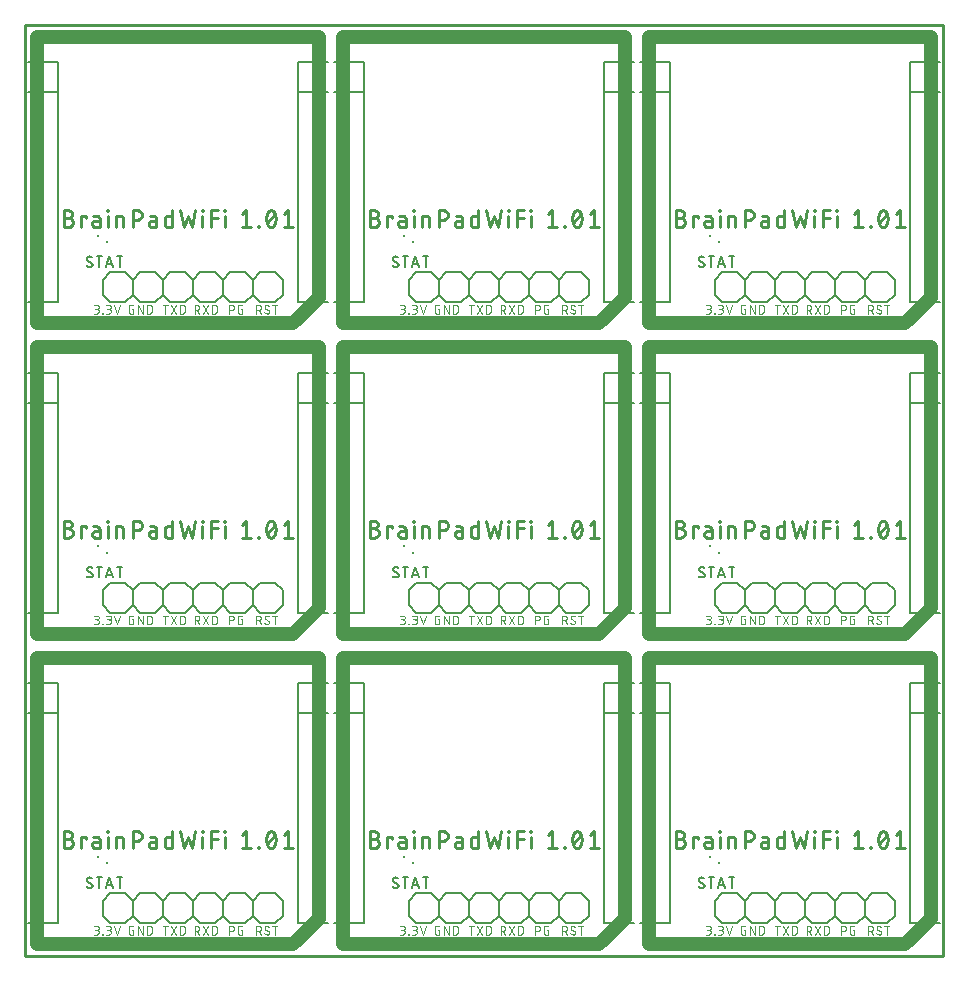
<source format=gto>
G75*
%MOIN*%
%OFA0B0*%
%FSLAX25Y25*%
%IPPOS*%
%LPD*%
%AMOC8*
5,1,8,0,0,1.08239X$1,22.5*
%
%ADD10C,0.01000*%
%ADD11C,0.00400*%
%ADD12C,0.00500*%
%ADD13C,0.04800*%
%ADD14C,0.00984*%
%ADD15R,0.00787X0.00787*%
%ADD16C,0.00600*%
D10*
X0021185Y0021185D02*
X0021185Y0331685D01*
X0327185Y0331685D01*
X0327185Y0021185D01*
X0021185Y0021185D01*
X0034185Y0057185D02*
X0034185Y0062785D01*
X0035741Y0062785D01*
X0035811Y0062783D01*
X0035880Y0062777D01*
X0035949Y0062767D01*
X0036018Y0062754D01*
X0036085Y0062736D01*
X0036152Y0062715D01*
X0036217Y0062690D01*
X0036281Y0062662D01*
X0036343Y0062630D01*
X0036403Y0062594D01*
X0036461Y0062556D01*
X0036517Y0062514D01*
X0036570Y0062469D01*
X0036621Y0062421D01*
X0036669Y0062370D01*
X0036714Y0062317D01*
X0036756Y0062261D01*
X0036794Y0062203D01*
X0036830Y0062143D01*
X0036862Y0062081D01*
X0036890Y0062017D01*
X0036915Y0061952D01*
X0036936Y0061885D01*
X0036954Y0061818D01*
X0036967Y0061749D01*
X0036977Y0061680D01*
X0036983Y0061611D01*
X0036985Y0061541D01*
X0036983Y0061471D01*
X0036977Y0061402D01*
X0036967Y0061333D01*
X0036954Y0061264D01*
X0036936Y0061197D01*
X0036915Y0061130D01*
X0036890Y0061065D01*
X0036862Y0061001D01*
X0036830Y0060939D01*
X0036794Y0060879D01*
X0036756Y0060821D01*
X0036714Y0060765D01*
X0036669Y0060712D01*
X0036621Y0060661D01*
X0036570Y0060613D01*
X0036517Y0060568D01*
X0036461Y0060526D01*
X0036403Y0060488D01*
X0036343Y0060452D01*
X0036281Y0060420D01*
X0036217Y0060392D01*
X0036152Y0060367D01*
X0036085Y0060346D01*
X0036018Y0060328D01*
X0035949Y0060315D01*
X0035880Y0060305D01*
X0035811Y0060299D01*
X0035741Y0060297D01*
X0035741Y0060296D02*
X0034185Y0060296D01*
X0035741Y0060297D02*
X0035819Y0060295D01*
X0035896Y0060289D01*
X0035973Y0060280D01*
X0036049Y0060266D01*
X0036125Y0060249D01*
X0036200Y0060228D01*
X0036273Y0060203D01*
X0036345Y0060175D01*
X0036416Y0060143D01*
X0036485Y0060108D01*
X0036552Y0060069D01*
X0036618Y0060027D01*
X0036681Y0059981D01*
X0036741Y0059933D01*
X0036799Y0059882D01*
X0036855Y0059827D01*
X0036908Y0059771D01*
X0036958Y0059711D01*
X0037004Y0059649D01*
X0037048Y0059585D01*
X0037089Y0059519D01*
X0037126Y0059451D01*
X0037159Y0059381D01*
X0037189Y0059309D01*
X0037216Y0059237D01*
X0037239Y0059162D01*
X0037258Y0059087D01*
X0037273Y0059011D01*
X0037285Y0058934D01*
X0037293Y0058857D01*
X0037297Y0058780D01*
X0037297Y0058702D01*
X0037293Y0058625D01*
X0037285Y0058548D01*
X0037273Y0058471D01*
X0037258Y0058395D01*
X0037239Y0058320D01*
X0037216Y0058245D01*
X0037189Y0058173D01*
X0037159Y0058101D01*
X0037126Y0058031D01*
X0037089Y0057963D01*
X0037048Y0057897D01*
X0037004Y0057833D01*
X0036958Y0057771D01*
X0036908Y0057711D01*
X0036855Y0057655D01*
X0036799Y0057600D01*
X0036741Y0057549D01*
X0036681Y0057501D01*
X0036618Y0057455D01*
X0036552Y0057413D01*
X0036485Y0057374D01*
X0036416Y0057339D01*
X0036345Y0057307D01*
X0036273Y0057279D01*
X0036200Y0057254D01*
X0036125Y0057233D01*
X0036049Y0057216D01*
X0035973Y0057202D01*
X0035896Y0057193D01*
X0035819Y0057187D01*
X0035741Y0057185D01*
X0034185Y0057185D01*
X0039887Y0057185D02*
X0039887Y0060918D01*
X0041753Y0060918D01*
X0041753Y0060296D01*
X0044011Y0060918D02*
X0045255Y0060918D01*
X0045314Y0060916D01*
X0045372Y0060911D01*
X0045430Y0060901D01*
X0045487Y0060889D01*
X0045543Y0060872D01*
X0045598Y0060852D01*
X0045652Y0060829D01*
X0045704Y0060803D01*
X0045755Y0060773D01*
X0045803Y0060740D01*
X0045850Y0060704D01*
X0045894Y0060665D01*
X0045935Y0060624D01*
X0045974Y0060580D01*
X0046010Y0060533D01*
X0046043Y0060485D01*
X0046073Y0060434D01*
X0046099Y0060382D01*
X0046122Y0060328D01*
X0046142Y0060273D01*
X0046159Y0060217D01*
X0046171Y0060160D01*
X0046181Y0060102D01*
X0046186Y0060044D01*
X0046188Y0059985D01*
X0046188Y0057185D01*
X0044788Y0057185D01*
X0044723Y0057187D01*
X0044659Y0057193D01*
X0044595Y0057202D01*
X0044532Y0057215D01*
X0044470Y0057232D01*
X0044409Y0057253D01*
X0044349Y0057277D01*
X0044291Y0057305D01*
X0044234Y0057336D01*
X0044180Y0057371D01*
X0044127Y0057408D01*
X0044077Y0057449D01*
X0044029Y0057493D01*
X0043984Y0057539D01*
X0043942Y0057588D01*
X0043903Y0057639D01*
X0043867Y0057693D01*
X0043834Y0057748D01*
X0043805Y0057806D01*
X0043779Y0057865D01*
X0043756Y0057925D01*
X0043738Y0057987D01*
X0043722Y0058050D01*
X0043711Y0058113D01*
X0043703Y0058177D01*
X0043699Y0058242D01*
X0043699Y0058306D01*
X0043703Y0058371D01*
X0043711Y0058435D01*
X0043722Y0058498D01*
X0043738Y0058561D01*
X0043756Y0058623D01*
X0043779Y0058683D01*
X0043805Y0058742D01*
X0043834Y0058800D01*
X0043867Y0058855D01*
X0043903Y0058909D01*
X0043942Y0058960D01*
X0043984Y0059009D01*
X0044029Y0059055D01*
X0044077Y0059099D01*
X0044127Y0059140D01*
X0044180Y0059177D01*
X0044234Y0059212D01*
X0044291Y0059243D01*
X0044349Y0059271D01*
X0044409Y0059295D01*
X0044470Y0059316D01*
X0044532Y0059333D01*
X0044595Y0059346D01*
X0044659Y0059355D01*
X0044723Y0059361D01*
X0044788Y0059363D01*
X0046188Y0059363D01*
X0048887Y0060918D02*
X0048887Y0057185D01*
X0051544Y0057185D02*
X0051544Y0060918D01*
X0053100Y0060918D01*
X0053159Y0060916D01*
X0053217Y0060911D01*
X0053275Y0060901D01*
X0053332Y0060889D01*
X0053388Y0060872D01*
X0053443Y0060852D01*
X0053497Y0060829D01*
X0053549Y0060803D01*
X0053600Y0060773D01*
X0053648Y0060740D01*
X0053695Y0060704D01*
X0053739Y0060665D01*
X0053780Y0060624D01*
X0053819Y0060580D01*
X0053855Y0060533D01*
X0053888Y0060485D01*
X0053918Y0060434D01*
X0053944Y0060382D01*
X0053967Y0060328D01*
X0053987Y0060273D01*
X0054004Y0060217D01*
X0054016Y0060160D01*
X0054026Y0060102D01*
X0054031Y0060044D01*
X0054033Y0059985D01*
X0054033Y0057185D01*
X0057206Y0057185D02*
X0057206Y0062785D01*
X0058761Y0062785D01*
X0058839Y0062783D01*
X0058916Y0062777D01*
X0058993Y0062768D01*
X0059069Y0062754D01*
X0059145Y0062737D01*
X0059220Y0062716D01*
X0059293Y0062691D01*
X0059365Y0062663D01*
X0059436Y0062631D01*
X0059505Y0062596D01*
X0059572Y0062557D01*
X0059638Y0062515D01*
X0059701Y0062469D01*
X0059761Y0062421D01*
X0059819Y0062370D01*
X0059875Y0062315D01*
X0059928Y0062259D01*
X0059978Y0062199D01*
X0060024Y0062137D01*
X0060068Y0062073D01*
X0060109Y0062007D01*
X0060146Y0061939D01*
X0060179Y0061869D01*
X0060209Y0061797D01*
X0060236Y0061725D01*
X0060259Y0061650D01*
X0060278Y0061575D01*
X0060293Y0061499D01*
X0060305Y0061422D01*
X0060313Y0061345D01*
X0060317Y0061268D01*
X0060317Y0061190D01*
X0060313Y0061113D01*
X0060305Y0061036D01*
X0060293Y0060959D01*
X0060278Y0060883D01*
X0060259Y0060808D01*
X0060236Y0060733D01*
X0060209Y0060661D01*
X0060179Y0060589D01*
X0060146Y0060519D01*
X0060109Y0060451D01*
X0060068Y0060385D01*
X0060024Y0060321D01*
X0059978Y0060259D01*
X0059928Y0060199D01*
X0059875Y0060143D01*
X0059819Y0060088D01*
X0059761Y0060037D01*
X0059701Y0059989D01*
X0059638Y0059943D01*
X0059572Y0059901D01*
X0059505Y0059862D01*
X0059436Y0059827D01*
X0059365Y0059795D01*
X0059293Y0059767D01*
X0059220Y0059742D01*
X0059145Y0059721D01*
X0059069Y0059704D01*
X0058993Y0059690D01*
X0058916Y0059681D01*
X0058839Y0059675D01*
X0058761Y0059673D01*
X0058761Y0059674D02*
X0057206Y0059674D01*
X0062934Y0060918D02*
X0064179Y0060918D01*
X0064238Y0060916D01*
X0064296Y0060911D01*
X0064354Y0060901D01*
X0064411Y0060889D01*
X0064467Y0060872D01*
X0064522Y0060852D01*
X0064576Y0060829D01*
X0064628Y0060803D01*
X0064679Y0060773D01*
X0064727Y0060740D01*
X0064774Y0060704D01*
X0064818Y0060665D01*
X0064859Y0060624D01*
X0064898Y0060580D01*
X0064934Y0060533D01*
X0064967Y0060485D01*
X0064997Y0060434D01*
X0065023Y0060382D01*
X0065046Y0060328D01*
X0065066Y0060273D01*
X0065083Y0060217D01*
X0065095Y0060160D01*
X0065105Y0060102D01*
X0065110Y0060044D01*
X0065112Y0059985D01*
X0065112Y0057185D01*
X0063712Y0057185D01*
X0063647Y0057187D01*
X0063583Y0057193D01*
X0063519Y0057202D01*
X0063456Y0057215D01*
X0063394Y0057232D01*
X0063333Y0057253D01*
X0063273Y0057277D01*
X0063215Y0057305D01*
X0063158Y0057336D01*
X0063104Y0057371D01*
X0063051Y0057408D01*
X0063001Y0057449D01*
X0062953Y0057493D01*
X0062908Y0057539D01*
X0062866Y0057588D01*
X0062827Y0057639D01*
X0062791Y0057693D01*
X0062758Y0057748D01*
X0062729Y0057806D01*
X0062703Y0057865D01*
X0062680Y0057925D01*
X0062662Y0057987D01*
X0062646Y0058050D01*
X0062635Y0058113D01*
X0062627Y0058177D01*
X0062623Y0058242D01*
X0062623Y0058306D01*
X0062627Y0058371D01*
X0062635Y0058435D01*
X0062646Y0058498D01*
X0062662Y0058561D01*
X0062680Y0058623D01*
X0062703Y0058683D01*
X0062729Y0058742D01*
X0062758Y0058800D01*
X0062791Y0058855D01*
X0062827Y0058909D01*
X0062866Y0058960D01*
X0062908Y0059009D01*
X0062953Y0059055D01*
X0063001Y0059099D01*
X0063051Y0059140D01*
X0063104Y0059177D01*
X0063158Y0059212D01*
X0063215Y0059243D01*
X0063273Y0059271D01*
X0063333Y0059295D01*
X0063394Y0059316D01*
X0063456Y0059333D01*
X0063519Y0059346D01*
X0063583Y0059355D01*
X0063647Y0059361D01*
X0063712Y0059363D01*
X0065112Y0059363D01*
X0067890Y0059985D02*
X0067890Y0058118D01*
X0067891Y0058118D02*
X0067893Y0058059D01*
X0067898Y0058001D01*
X0067908Y0057943D01*
X0067920Y0057886D01*
X0067937Y0057830D01*
X0067957Y0057775D01*
X0067980Y0057721D01*
X0068006Y0057669D01*
X0068036Y0057618D01*
X0068069Y0057570D01*
X0068105Y0057523D01*
X0068144Y0057479D01*
X0068185Y0057438D01*
X0068229Y0057399D01*
X0068276Y0057363D01*
X0068324Y0057330D01*
X0068375Y0057300D01*
X0068427Y0057274D01*
X0068481Y0057251D01*
X0068536Y0057231D01*
X0068592Y0057214D01*
X0068649Y0057202D01*
X0068707Y0057192D01*
X0068765Y0057187D01*
X0068824Y0057185D01*
X0070379Y0057185D01*
X0070379Y0062785D01*
X0070379Y0060918D02*
X0068824Y0060918D01*
X0068765Y0060916D01*
X0068707Y0060911D01*
X0068649Y0060901D01*
X0068592Y0060889D01*
X0068536Y0060872D01*
X0068481Y0060852D01*
X0068427Y0060829D01*
X0068375Y0060803D01*
X0068324Y0060773D01*
X0068276Y0060740D01*
X0068229Y0060704D01*
X0068185Y0060665D01*
X0068144Y0060624D01*
X0068105Y0060580D01*
X0068069Y0060533D01*
X0068036Y0060485D01*
X0068006Y0060434D01*
X0067980Y0060382D01*
X0067957Y0060328D01*
X0067937Y0060273D01*
X0067920Y0060217D01*
X0067908Y0060160D01*
X0067898Y0060102D01*
X0067893Y0060044D01*
X0067891Y0059985D01*
X0073125Y0062785D02*
X0074370Y0057185D01*
X0075614Y0060918D01*
X0076859Y0057185D01*
X0078103Y0062785D01*
X0080336Y0062785D02*
X0080647Y0062785D01*
X0080647Y0062474D01*
X0080336Y0062474D01*
X0080336Y0062785D01*
X0080492Y0060918D02*
X0080492Y0057185D01*
X0083245Y0057185D02*
X0083245Y0062785D01*
X0085733Y0062785D01*
X0087749Y0062785D02*
X0088061Y0062785D01*
X0088061Y0062474D01*
X0087749Y0062474D01*
X0087749Y0062785D01*
X0087905Y0060918D02*
X0087905Y0057185D01*
X0085733Y0060296D02*
X0083245Y0060296D01*
X0093568Y0061541D02*
X0095123Y0062785D01*
X0095123Y0057185D01*
X0093568Y0057185D02*
X0096679Y0057185D01*
X0099065Y0057185D02*
X0099376Y0057185D01*
X0099376Y0057496D01*
X0099065Y0057496D01*
X0099065Y0057185D01*
X0104406Y0057963D02*
X0104462Y0058081D01*
X0104514Y0058201D01*
X0104563Y0058322D01*
X0104609Y0058445D01*
X0104650Y0058569D01*
X0104689Y0058694D01*
X0104724Y0058820D01*
X0104755Y0058947D01*
X0104782Y0059075D01*
X0104806Y0059204D01*
X0104827Y0059333D01*
X0104843Y0059463D01*
X0104856Y0059593D01*
X0104866Y0059723D01*
X0104871Y0059854D01*
X0104873Y0059985D01*
X0101761Y0059985D02*
X0101763Y0060116D01*
X0101768Y0060247D01*
X0101778Y0060377D01*
X0101791Y0060507D01*
X0101807Y0060637D01*
X0101828Y0060766D01*
X0101852Y0060895D01*
X0101879Y0061023D01*
X0101910Y0061150D01*
X0101945Y0061276D01*
X0101984Y0061401D01*
X0102025Y0061525D01*
X0102071Y0061648D01*
X0102120Y0061769D01*
X0102172Y0061889D01*
X0102228Y0062007D01*
X0103317Y0062785D02*
X0103382Y0062783D01*
X0103447Y0062778D01*
X0103511Y0062769D01*
X0103574Y0062756D01*
X0103637Y0062740D01*
X0103699Y0062720D01*
X0103760Y0062696D01*
X0103819Y0062670D01*
X0103876Y0062640D01*
X0103932Y0062607D01*
X0103986Y0062571D01*
X0104038Y0062531D01*
X0104087Y0062489D01*
X0104134Y0062445D01*
X0104179Y0062397D01*
X0104220Y0062348D01*
X0104259Y0062295D01*
X0104295Y0062241D01*
X0104327Y0062185D01*
X0104357Y0062127D01*
X0104383Y0062068D01*
X0104406Y0062007D01*
X0104561Y0061541D02*
X0102073Y0058429D01*
X0103317Y0057185D02*
X0103382Y0057187D01*
X0103447Y0057192D01*
X0103511Y0057201D01*
X0103574Y0057214D01*
X0103637Y0057230D01*
X0103699Y0057250D01*
X0103760Y0057273D01*
X0103819Y0057300D01*
X0103876Y0057330D01*
X0103932Y0057363D01*
X0103986Y0057399D01*
X0104038Y0057439D01*
X0104087Y0057481D01*
X0104134Y0057525D01*
X0104179Y0057573D01*
X0104220Y0057622D01*
X0104259Y0057675D01*
X0104295Y0057729D01*
X0104327Y0057785D01*
X0104357Y0057843D01*
X0104383Y0057902D01*
X0104406Y0057963D01*
X0103317Y0057185D02*
X0103252Y0057187D01*
X0103187Y0057192D01*
X0103123Y0057201D01*
X0103060Y0057214D01*
X0102997Y0057230D01*
X0102935Y0057250D01*
X0102874Y0057273D01*
X0102815Y0057300D01*
X0102758Y0057330D01*
X0102702Y0057363D01*
X0102648Y0057399D01*
X0102596Y0057439D01*
X0102547Y0057481D01*
X0102500Y0057525D01*
X0102455Y0057573D01*
X0102414Y0057622D01*
X0102375Y0057675D01*
X0102339Y0057729D01*
X0102307Y0057785D01*
X0102277Y0057843D01*
X0102251Y0057902D01*
X0102228Y0057963D01*
X0104873Y0059985D02*
X0104871Y0060116D01*
X0104866Y0060247D01*
X0104856Y0060377D01*
X0104843Y0060507D01*
X0104827Y0060637D01*
X0104806Y0060766D01*
X0104782Y0060895D01*
X0104755Y0061023D01*
X0104724Y0061150D01*
X0104689Y0061276D01*
X0104650Y0061401D01*
X0104609Y0061525D01*
X0104563Y0061648D01*
X0104514Y0061769D01*
X0104462Y0061889D01*
X0104406Y0062007D01*
X0103317Y0062785D02*
X0103252Y0062783D01*
X0103187Y0062778D01*
X0103123Y0062769D01*
X0103060Y0062756D01*
X0102997Y0062740D01*
X0102935Y0062720D01*
X0102874Y0062697D01*
X0102815Y0062670D01*
X0102758Y0062640D01*
X0102702Y0062607D01*
X0102648Y0062571D01*
X0102596Y0062531D01*
X0102547Y0062489D01*
X0102500Y0062445D01*
X0102455Y0062397D01*
X0102414Y0062348D01*
X0102375Y0062295D01*
X0102339Y0062241D01*
X0102307Y0062185D01*
X0102277Y0062127D01*
X0102251Y0062068D01*
X0102228Y0062007D01*
X0101761Y0059985D02*
X0101763Y0059854D01*
X0101768Y0059723D01*
X0101778Y0059593D01*
X0101791Y0059463D01*
X0101807Y0059333D01*
X0101828Y0059204D01*
X0101852Y0059075D01*
X0101879Y0058947D01*
X0101910Y0058820D01*
X0101945Y0058694D01*
X0101984Y0058569D01*
X0102025Y0058445D01*
X0102071Y0058322D01*
X0102120Y0058201D01*
X0102172Y0058081D01*
X0102228Y0057963D01*
X0107614Y0057185D02*
X0110725Y0057185D01*
X0109170Y0057185D02*
X0109170Y0062785D01*
X0107614Y0061541D01*
X0136185Y0062785D02*
X0136185Y0057185D01*
X0137741Y0057185D01*
X0137819Y0057187D01*
X0137896Y0057193D01*
X0137973Y0057202D01*
X0138049Y0057216D01*
X0138125Y0057233D01*
X0138200Y0057254D01*
X0138273Y0057279D01*
X0138345Y0057307D01*
X0138416Y0057339D01*
X0138485Y0057374D01*
X0138552Y0057413D01*
X0138618Y0057455D01*
X0138681Y0057501D01*
X0138741Y0057549D01*
X0138799Y0057600D01*
X0138855Y0057655D01*
X0138908Y0057711D01*
X0138958Y0057771D01*
X0139004Y0057833D01*
X0139048Y0057897D01*
X0139089Y0057963D01*
X0139126Y0058031D01*
X0139159Y0058101D01*
X0139189Y0058173D01*
X0139216Y0058245D01*
X0139239Y0058320D01*
X0139258Y0058395D01*
X0139273Y0058471D01*
X0139285Y0058548D01*
X0139293Y0058625D01*
X0139297Y0058702D01*
X0139297Y0058780D01*
X0139293Y0058857D01*
X0139285Y0058934D01*
X0139273Y0059011D01*
X0139258Y0059087D01*
X0139239Y0059162D01*
X0139216Y0059237D01*
X0139189Y0059309D01*
X0139159Y0059381D01*
X0139126Y0059451D01*
X0139089Y0059519D01*
X0139048Y0059585D01*
X0139004Y0059649D01*
X0138958Y0059711D01*
X0138908Y0059771D01*
X0138855Y0059827D01*
X0138799Y0059882D01*
X0138741Y0059933D01*
X0138681Y0059981D01*
X0138618Y0060027D01*
X0138552Y0060069D01*
X0138485Y0060108D01*
X0138416Y0060143D01*
X0138345Y0060175D01*
X0138273Y0060203D01*
X0138200Y0060228D01*
X0138125Y0060249D01*
X0138049Y0060266D01*
X0137973Y0060280D01*
X0137896Y0060289D01*
X0137819Y0060295D01*
X0137741Y0060297D01*
X0137741Y0060296D02*
X0136185Y0060296D01*
X0137741Y0060297D02*
X0137811Y0060299D01*
X0137880Y0060305D01*
X0137949Y0060315D01*
X0138018Y0060328D01*
X0138085Y0060346D01*
X0138152Y0060367D01*
X0138217Y0060392D01*
X0138281Y0060420D01*
X0138343Y0060452D01*
X0138403Y0060488D01*
X0138461Y0060526D01*
X0138517Y0060568D01*
X0138570Y0060613D01*
X0138621Y0060661D01*
X0138669Y0060712D01*
X0138714Y0060765D01*
X0138756Y0060821D01*
X0138794Y0060879D01*
X0138830Y0060939D01*
X0138862Y0061001D01*
X0138890Y0061065D01*
X0138915Y0061130D01*
X0138936Y0061197D01*
X0138954Y0061264D01*
X0138967Y0061333D01*
X0138977Y0061402D01*
X0138983Y0061471D01*
X0138985Y0061541D01*
X0138983Y0061611D01*
X0138977Y0061680D01*
X0138967Y0061749D01*
X0138954Y0061818D01*
X0138936Y0061885D01*
X0138915Y0061952D01*
X0138890Y0062017D01*
X0138862Y0062081D01*
X0138830Y0062143D01*
X0138794Y0062203D01*
X0138756Y0062261D01*
X0138714Y0062317D01*
X0138669Y0062370D01*
X0138621Y0062421D01*
X0138570Y0062469D01*
X0138517Y0062514D01*
X0138461Y0062556D01*
X0138403Y0062594D01*
X0138343Y0062630D01*
X0138281Y0062662D01*
X0138217Y0062690D01*
X0138152Y0062715D01*
X0138085Y0062736D01*
X0138018Y0062754D01*
X0137949Y0062767D01*
X0137880Y0062777D01*
X0137811Y0062783D01*
X0137741Y0062785D01*
X0136185Y0062785D01*
X0141887Y0060918D02*
X0143753Y0060918D01*
X0143753Y0060296D01*
X0141887Y0060918D02*
X0141887Y0057185D01*
X0146011Y0060918D02*
X0147255Y0060918D01*
X0147314Y0060916D01*
X0147372Y0060911D01*
X0147430Y0060901D01*
X0147487Y0060889D01*
X0147543Y0060872D01*
X0147598Y0060852D01*
X0147652Y0060829D01*
X0147704Y0060803D01*
X0147755Y0060773D01*
X0147803Y0060740D01*
X0147850Y0060704D01*
X0147894Y0060665D01*
X0147935Y0060624D01*
X0147974Y0060580D01*
X0148010Y0060533D01*
X0148043Y0060485D01*
X0148073Y0060434D01*
X0148099Y0060382D01*
X0148122Y0060328D01*
X0148142Y0060273D01*
X0148159Y0060217D01*
X0148171Y0060160D01*
X0148181Y0060102D01*
X0148186Y0060044D01*
X0148188Y0059985D01*
X0148188Y0057185D01*
X0146788Y0057185D01*
X0146723Y0057187D01*
X0146659Y0057193D01*
X0146595Y0057202D01*
X0146532Y0057215D01*
X0146470Y0057232D01*
X0146409Y0057253D01*
X0146349Y0057277D01*
X0146291Y0057305D01*
X0146234Y0057336D01*
X0146180Y0057371D01*
X0146127Y0057408D01*
X0146077Y0057449D01*
X0146029Y0057493D01*
X0145984Y0057539D01*
X0145942Y0057588D01*
X0145903Y0057639D01*
X0145867Y0057693D01*
X0145834Y0057748D01*
X0145805Y0057806D01*
X0145779Y0057865D01*
X0145756Y0057925D01*
X0145738Y0057987D01*
X0145722Y0058050D01*
X0145711Y0058113D01*
X0145703Y0058177D01*
X0145699Y0058242D01*
X0145699Y0058306D01*
X0145703Y0058371D01*
X0145711Y0058435D01*
X0145722Y0058498D01*
X0145738Y0058561D01*
X0145756Y0058623D01*
X0145779Y0058683D01*
X0145805Y0058742D01*
X0145834Y0058800D01*
X0145867Y0058855D01*
X0145903Y0058909D01*
X0145942Y0058960D01*
X0145984Y0059009D01*
X0146029Y0059055D01*
X0146077Y0059099D01*
X0146127Y0059140D01*
X0146180Y0059177D01*
X0146234Y0059212D01*
X0146291Y0059243D01*
X0146349Y0059271D01*
X0146409Y0059295D01*
X0146470Y0059316D01*
X0146532Y0059333D01*
X0146595Y0059346D01*
X0146659Y0059355D01*
X0146723Y0059361D01*
X0146788Y0059363D01*
X0148188Y0059363D01*
X0150887Y0060918D02*
X0150887Y0057185D01*
X0153544Y0057185D02*
X0153544Y0060918D01*
X0155100Y0060918D01*
X0155159Y0060916D01*
X0155217Y0060911D01*
X0155275Y0060901D01*
X0155332Y0060889D01*
X0155388Y0060872D01*
X0155443Y0060852D01*
X0155497Y0060829D01*
X0155549Y0060803D01*
X0155600Y0060773D01*
X0155648Y0060740D01*
X0155695Y0060704D01*
X0155739Y0060665D01*
X0155780Y0060624D01*
X0155819Y0060580D01*
X0155855Y0060533D01*
X0155888Y0060485D01*
X0155918Y0060434D01*
X0155944Y0060382D01*
X0155967Y0060328D01*
X0155987Y0060273D01*
X0156004Y0060217D01*
X0156016Y0060160D01*
X0156026Y0060102D01*
X0156031Y0060044D01*
X0156033Y0059985D01*
X0156033Y0057185D01*
X0159206Y0057185D02*
X0159206Y0062785D01*
X0160761Y0062785D01*
X0160839Y0062783D01*
X0160916Y0062777D01*
X0160993Y0062768D01*
X0161069Y0062754D01*
X0161145Y0062737D01*
X0161220Y0062716D01*
X0161293Y0062691D01*
X0161365Y0062663D01*
X0161436Y0062631D01*
X0161505Y0062596D01*
X0161572Y0062557D01*
X0161638Y0062515D01*
X0161701Y0062469D01*
X0161761Y0062421D01*
X0161819Y0062370D01*
X0161875Y0062315D01*
X0161928Y0062259D01*
X0161978Y0062199D01*
X0162024Y0062137D01*
X0162068Y0062073D01*
X0162109Y0062007D01*
X0162146Y0061939D01*
X0162179Y0061869D01*
X0162209Y0061797D01*
X0162236Y0061725D01*
X0162259Y0061650D01*
X0162278Y0061575D01*
X0162293Y0061499D01*
X0162305Y0061422D01*
X0162313Y0061345D01*
X0162317Y0061268D01*
X0162317Y0061190D01*
X0162313Y0061113D01*
X0162305Y0061036D01*
X0162293Y0060959D01*
X0162278Y0060883D01*
X0162259Y0060808D01*
X0162236Y0060733D01*
X0162209Y0060661D01*
X0162179Y0060589D01*
X0162146Y0060519D01*
X0162109Y0060451D01*
X0162068Y0060385D01*
X0162024Y0060321D01*
X0161978Y0060259D01*
X0161928Y0060199D01*
X0161875Y0060143D01*
X0161819Y0060088D01*
X0161761Y0060037D01*
X0161701Y0059989D01*
X0161638Y0059943D01*
X0161572Y0059901D01*
X0161505Y0059862D01*
X0161436Y0059827D01*
X0161365Y0059795D01*
X0161293Y0059767D01*
X0161220Y0059742D01*
X0161145Y0059721D01*
X0161069Y0059704D01*
X0160993Y0059690D01*
X0160916Y0059681D01*
X0160839Y0059675D01*
X0160761Y0059673D01*
X0160761Y0059674D02*
X0159206Y0059674D01*
X0164934Y0060918D02*
X0166179Y0060918D01*
X0166238Y0060916D01*
X0166296Y0060911D01*
X0166354Y0060901D01*
X0166411Y0060889D01*
X0166467Y0060872D01*
X0166522Y0060852D01*
X0166576Y0060829D01*
X0166628Y0060803D01*
X0166679Y0060773D01*
X0166727Y0060740D01*
X0166774Y0060704D01*
X0166818Y0060665D01*
X0166859Y0060624D01*
X0166898Y0060580D01*
X0166934Y0060533D01*
X0166967Y0060485D01*
X0166997Y0060434D01*
X0167023Y0060382D01*
X0167046Y0060328D01*
X0167066Y0060273D01*
X0167083Y0060217D01*
X0167095Y0060160D01*
X0167105Y0060102D01*
X0167110Y0060044D01*
X0167112Y0059985D01*
X0167112Y0057185D01*
X0165712Y0057185D01*
X0165647Y0057187D01*
X0165583Y0057193D01*
X0165519Y0057202D01*
X0165456Y0057215D01*
X0165394Y0057232D01*
X0165333Y0057253D01*
X0165273Y0057277D01*
X0165215Y0057305D01*
X0165158Y0057336D01*
X0165104Y0057371D01*
X0165051Y0057408D01*
X0165001Y0057449D01*
X0164953Y0057493D01*
X0164908Y0057539D01*
X0164866Y0057588D01*
X0164827Y0057639D01*
X0164791Y0057693D01*
X0164758Y0057748D01*
X0164729Y0057806D01*
X0164703Y0057865D01*
X0164680Y0057925D01*
X0164662Y0057987D01*
X0164646Y0058050D01*
X0164635Y0058113D01*
X0164627Y0058177D01*
X0164623Y0058242D01*
X0164623Y0058306D01*
X0164627Y0058371D01*
X0164635Y0058435D01*
X0164646Y0058498D01*
X0164662Y0058561D01*
X0164680Y0058623D01*
X0164703Y0058683D01*
X0164729Y0058742D01*
X0164758Y0058800D01*
X0164791Y0058855D01*
X0164827Y0058909D01*
X0164866Y0058960D01*
X0164908Y0059009D01*
X0164953Y0059055D01*
X0165001Y0059099D01*
X0165051Y0059140D01*
X0165104Y0059177D01*
X0165158Y0059212D01*
X0165215Y0059243D01*
X0165273Y0059271D01*
X0165333Y0059295D01*
X0165394Y0059316D01*
X0165456Y0059333D01*
X0165519Y0059346D01*
X0165583Y0059355D01*
X0165647Y0059361D01*
X0165712Y0059363D01*
X0167112Y0059363D01*
X0169890Y0059985D02*
X0169890Y0058118D01*
X0169891Y0058118D02*
X0169893Y0058059D01*
X0169898Y0058001D01*
X0169908Y0057943D01*
X0169920Y0057886D01*
X0169937Y0057830D01*
X0169957Y0057775D01*
X0169980Y0057721D01*
X0170006Y0057669D01*
X0170036Y0057618D01*
X0170069Y0057570D01*
X0170105Y0057523D01*
X0170144Y0057479D01*
X0170185Y0057438D01*
X0170229Y0057399D01*
X0170276Y0057363D01*
X0170324Y0057330D01*
X0170375Y0057300D01*
X0170427Y0057274D01*
X0170481Y0057251D01*
X0170536Y0057231D01*
X0170592Y0057214D01*
X0170649Y0057202D01*
X0170707Y0057192D01*
X0170765Y0057187D01*
X0170824Y0057185D01*
X0172379Y0057185D01*
X0172379Y0062785D01*
X0172379Y0060918D02*
X0170824Y0060918D01*
X0170765Y0060916D01*
X0170707Y0060911D01*
X0170649Y0060901D01*
X0170592Y0060889D01*
X0170536Y0060872D01*
X0170481Y0060852D01*
X0170427Y0060829D01*
X0170375Y0060803D01*
X0170324Y0060773D01*
X0170276Y0060740D01*
X0170229Y0060704D01*
X0170185Y0060665D01*
X0170144Y0060624D01*
X0170105Y0060580D01*
X0170069Y0060533D01*
X0170036Y0060485D01*
X0170006Y0060434D01*
X0169980Y0060382D01*
X0169957Y0060328D01*
X0169937Y0060273D01*
X0169920Y0060217D01*
X0169908Y0060160D01*
X0169898Y0060102D01*
X0169893Y0060044D01*
X0169891Y0059985D01*
X0175125Y0062785D02*
X0176370Y0057185D01*
X0177614Y0060918D01*
X0178859Y0057185D01*
X0180103Y0062785D01*
X0182336Y0062785D02*
X0182647Y0062785D01*
X0182647Y0062474D01*
X0182336Y0062474D01*
X0182336Y0062785D01*
X0182492Y0060918D02*
X0182492Y0057185D01*
X0185245Y0057185D02*
X0185245Y0062785D01*
X0187733Y0062785D01*
X0189749Y0062785D02*
X0190061Y0062785D01*
X0190061Y0062474D01*
X0189749Y0062474D01*
X0189749Y0062785D01*
X0189905Y0060918D02*
X0189905Y0057185D01*
X0187733Y0060296D02*
X0185245Y0060296D01*
X0195568Y0061541D02*
X0197123Y0062785D01*
X0197123Y0057185D01*
X0195568Y0057185D02*
X0198679Y0057185D01*
X0201065Y0057185D02*
X0201376Y0057185D01*
X0201376Y0057496D01*
X0201065Y0057496D01*
X0201065Y0057185D01*
X0206406Y0057963D02*
X0206462Y0058081D01*
X0206514Y0058201D01*
X0206563Y0058322D01*
X0206609Y0058445D01*
X0206650Y0058569D01*
X0206689Y0058694D01*
X0206724Y0058820D01*
X0206755Y0058947D01*
X0206782Y0059075D01*
X0206806Y0059204D01*
X0206827Y0059333D01*
X0206843Y0059463D01*
X0206856Y0059593D01*
X0206866Y0059723D01*
X0206871Y0059854D01*
X0206873Y0059985D01*
X0203761Y0059985D02*
X0203763Y0060116D01*
X0203768Y0060247D01*
X0203778Y0060377D01*
X0203791Y0060507D01*
X0203807Y0060637D01*
X0203828Y0060766D01*
X0203852Y0060895D01*
X0203879Y0061023D01*
X0203910Y0061150D01*
X0203945Y0061276D01*
X0203984Y0061401D01*
X0204025Y0061525D01*
X0204071Y0061648D01*
X0204120Y0061769D01*
X0204172Y0061889D01*
X0204228Y0062007D01*
X0205317Y0062785D02*
X0205382Y0062783D01*
X0205447Y0062778D01*
X0205511Y0062769D01*
X0205574Y0062756D01*
X0205637Y0062740D01*
X0205699Y0062720D01*
X0205760Y0062696D01*
X0205819Y0062670D01*
X0205876Y0062640D01*
X0205932Y0062607D01*
X0205986Y0062571D01*
X0206038Y0062531D01*
X0206087Y0062489D01*
X0206134Y0062445D01*
X0206179Y0062397D01*
X0206220Y0062348D01*
X0206259Y0062295D01*
X0206295Y0062241D01*
X0206327Y0062185D01*
X0206357Y0062127D01*
X0206383Y0062068D01*
X0206406Y0062007D01*
X0206561Y0061541D02*
X0204073Y0058429D01*
X0205317Y0057185D02*
X0205382Y0057187D01*
X0205447Y0057192D01*
X0205511Y0057201D01*
X0205574Y0057214D01*
X0205637Y0057230D01*
X0205699Y0057250D01*
X0205760Y0057273D01*
X0205819Y0057300D01*
X0205876Y0057330D01*
X0205932Y0057363D01*
X0205986Y0057399D01*
X0206038Y0057439D01*
X0206087Y0057481D01*
X0206134Y0057525D01*
X0206179Y0057573D01*
X0206220Y0057622D01*
X0206259Y0057675D01*
X0206295Y0057729D01*
X0206327Y0057785D01*
X0206357Y0057843D01*
X0206383Y0057902D01*
X0206406Y0057963D01*
X0205317Y0057185D02*
X0205252Y0057187D01*
X0205187Y0057192D01*
X0205123Y0057201D01*
X0205060Y0057214D01*
X0204997Y0057230D01*
X0204935Y0057250D01*
X0204874Y0057273D01*
X0204815Y0057300D01*
X0204758Y0057330D01*
X0204702Y0057363D01*
X0204648Y0057399D01*
X0204596Y0057439D01*
X0204547Y0057481D01*
X0204500Y0057525D01*
X0204455Y0057573D01*
X0204414Y0057622D01*
X0204375Y0057675D01*
X0204339Y0057729D01*
X0204307Y0057785D01*
X0204277Y0057843D01*
X0204251Y0057902D01*
X0204228Y0057963D01*
X0206873Y0059985D02*
X0206871Y0060116D01*
X0206866Y0060247D01*
X0206856Y0060377D01*
X0206843Y0060507D01*
X0206827Y0060637D01*
X0206806Y0060766D01*
X0206782Y0060895D01*
X0206755Y0061023D01*
X0206724Y0061150D01*
X0206689Y0061276D01*
X0206650Y0061401D01*
X0206609Y0061525D01*
X0206563Y0061648D01*
X0206514Y0061769D01*
X0206462Y0061889D01*
X0206406Y0062007D01*
X0205317Y0062785D02*
X0205252Y0062783D01*
X0205187Y0062778D01*
X0205123Y0062769D01*
X0205060Y0062756D01*
X0204997Y0062740D01*
X0204935Y0062720D01*
X0204874Y0062697D01*
X0204815Y0062670D01*
X0204758Y0062640D01*
X0204702Y0062607D01*
X0204648Y0062571D01*
X0204596Y0062531D01*
X0204547Y0062489D01*
X0204500Y0062445D01*
X0204455Y0062397D01*
X0204414Y0062348D01*
X0204375Y0062295D01*
X0204339Y0062241D01*
X0204307Y0062185D01*
X0204277Y0062127D01*
X0204251Y0062068D01*
X0204228Y0062007D01*
X0203761Y0059985D02*
X0203763Y0059854D01*
X0203768Y0059723D01*
X0203778Y0059593D01*
X0203791Y0059463D01*
X0203807Y0059333D01*
X0203828Y0059204D01*
X0203852Y0059075D01*
X0203879Y0058947D01*
X0203910Y0058820D01*
X0203945Y0058694D01*
X0203984Y0058569D01*
X0204025Y0058445D01*
X0204071Y0058322D01*
X0204120Y0058201D01*
X0204172Y0058081D01*
X0204228Y0057963D01*
X0209614Y0057185D02*
X0212725Y0057185D01*
X0211170Y0057185D02*
X0211170Y0062785D01*
X0209614Y0061541D01*
X0238185Y0062785D02*
X0238185Y0057185D01*
X0239741Y0057185D01*
X0239819Y0057187D01*
X0239896Y0057193D01*
X0239973Y0057202D01*
X0240049Y0057216D01*
X0240125Y0057233D01*
X0240200Y0057254D01*
X0240273Y0057279D01*
X0240345Y0057307D01*
X0240416Y0057339D01*
X0240485Y0057374D01*
X0240552Y0057413D01*
X0240618Y0057455D01*
X0240681Y0057501D01*
X0240741Y0057549D01*
X0240799Y0057600D01*
X0240855Y0057655D01*
X0240908Y0057711D01*
X0240958Y0057771D01*
X0241004Y0057833D01*
X0241048Y0057897D01*
X0241089Y0057963D01*
X0241126Y0058031D01*
X0241159Y0058101D01*
X0241189Y0058173D01*
X0241216Y0058245D01*
X0241239Y0058320D01*
X0241258Y0058395D01*
X0241273Y0058471D01*
X0241285Y0058548D01*
X0241293Y0058625D01*
X0241297Y0058702D01*
X0241297Y0058780D01*
X0241293Y0058857D01*
X0241285Y0058934D01*
X0241273Y0059011D01*
X0241258Y0059087D01*
X0241239Y0059162D01*
X0241216Y0059237D01*
X0241189Y0059309D01*
X0241159Y0059381D01*
X0241126Y0059451D01*
X0241089Y0059519D01*
X0241048Y0059585D01*
X0241004Y0059649D01*
X0240958Y0059711D01*
X0240908Y0059771D01*
X0240855Y0059827D01*
X0240799Y0059882D01*
X0240741Y0059933D01*
X0240681Y0059981D01*
X0240618Y0060027D01*
X0240552Y0060069D01*
X0240485Y0060108D01*
X0240416Y0060143D01*
X0240345Y0060175D01*
X0240273Y0060203D01*
X0240200Y0060228D01*
X0240125Y0060249D01*
X0240049Y0060266D01*
X0239973Y0060280D01*
X0239896Y0060289D01*
X0239819Y0060295D01*
X0239741Y0060297D01*
X0239741Y0060296D02*
X0238185Y0060296D01*
X0239741Y0060297D02*
X0239811Y0060299D01*
X0239880Y0060305D01*
X0239949Y0060315D01*
X0240018Y0060328D01*
X0240085Y0060346D01*
X0240152Y0060367D01*
X0240217Y0060392D01*
X0240281Y0060420D01*
X0240343Y0060452D01*
X0240403Y0060488D01*
X0240461Y0060526D01*
X0240517Y0060568D01*
X0240570Y0060613D01*
X0240621Y0060661D01*
X0240669Y0060712D01*
X0240714Y0060765D01*
X0240756Y0060821D01*
X0240794Y0060879D01*
X0240830Y0060939D01*
X0240862Y0061001D01*
X0240890Y0061065D01*
X0240915Y0061130D01*
X0240936Y0061197D01*
X0240954Y0061264D01*
X0240967Y0061333D01*
X0240977Y0061402D01*
X0240983Y0061471D01*
X0240985Y0061541D01*
X0240983Y0061611D01*
X0240977Y0061680D01*
X0240967Y0061749D01*
X0240954Y0061818D01*
X0240936Y0061885D01*
X0240915Y0061952D01*
X0240890Y0062017D01*
X0240862Y0062081D01*
X0240830Y0062143D01*
X0240794Y0062203D01*
X0240756Y0062261D01*
X0240714Y0062317D01*
X0240669Y0062370D01*
X0240621Y0062421D01*
X0240570Y0062469D01*
X0240517Y0062514D01*
X0240461Y0062556D01*
X0240403Y0062594D01*
X0240343Y0062630D01*
X0240281Y0062662D01*
X0240217Y0062690D01*
X0240152Y0062715D01*
X0240085Y0062736D01*
X0240018Y0062754D01*
X0239949Y0062767D01*
X0239880Y0062777D01*
X0239811Y0062783D01*
X0239741Y0062785D01*
X0238185Y0062785D01*
X0243887Y0060918D02*
X0243887Y0057185D01*
X0245753Y0060296D02*
X0245753Y0060918D01*
X0243887Y0060918D01*
X0248011Y0060918D02*
X0249255Y0060918D01*
X0249314Y0060916D01*
X0249372Y0060911D01*
X0249430Y0060901D01*
X0249487Y0060889D01*
X0249543Y0060872D01*
X0249598Y0060852D01*
X0249652Y0060829D01*
X0249704Y0060803D01*
X0249755Y0060773D01*
X0249803Y0060740D01*
X0249850Y0060704D01*
X0249894Y0060665D01*
X0249935Y0060624D01*
X0249974Y0060580D01*
X0250010Y0060533D01*
X0250043Y0060485D01*
X0250073Y0060434D01*
X0250099Y0060382D01*
X0250122Y0060328D01*
X0250142Y0060273D01*
X0250159Y0060217D01*
X0250171Y0060160D01*
X0250181Y0060102D01*
X0250186Y0060044D01*
X0250188Y0059985D01*
X0250188Y0057185D01*
X0248788Y0057185D01*
X0248723Y0057187D01*
X0248659Y0057193D01*
X0248595Y0057202D01*
X0248532Y0057215D01*
X0248470Y0057232D01*
X0248409Y0057253D01*
X0248349Y0057277D01*
X0248291Y0057305D01*
X0248234Y0057336D01*
X0248180Y0057371D01*
X0248127Y0057408D01*
X0248077Y0057449D01*
X0248029Y0057493D01*
X0247984Y0057539D01*
X0247942Y0057588D01*
X0247903Y0057639D01*
X0247867Y0057693D01*
X0247834Y0057748D01*
X0247805Y0057806D01*
X0247779Y0057865D01*
X0247756Y0057925D01*
X0247738Y0057987D01*
X0247722Y0058050D01*
X0247711Y0058113D01*
X0247703Y0058177D01*
X0247699Y0058242D01*
X0247699Y0058306D01*
X0247703Y0058371D01*
X0247711Y0058435D01*
X0247722Y0058498D01*
X0247738Y0058561D01*
X0247756Y0058623D01*
X0247779Y0058683D01*
X0247805Y0058742D01*
X0247834Y0058800D01*
X0247867Y0058855D01*
X0247903Y0058909D01*
X0247942Y0058960D01*
X0247984Y0059009D01*
X0248029Y0059055D01*
X0248077Y0059099D01*
X0248127Y0059140D01*
X0248180Y0059177D01*
X0248234Y0059212D01*
X0248291Y0059243D01*
X0248349Y0059271D01*
X0248409Y0059295D01*
X0248470Y0059316D01*
X0248532Y0059333D01*
X0248595Y0059346D01*
X0248659Y0059355D01*
X0248723Y0059361D01*
X0248788Y0059363D01*
X0250188Y0059363D01*
X0252887Y0060918D02*
X0252887Y0057185D01*
X0255544Y0057185D02*
X0255544Y0060918D01*
X0257100Y0060918D01*
X0257159Y0060916D01*
X0257217Y0060911D01*
X0257275Y0060901D01*
X0257332Y0060889D01*
X0257388Y0060872D01*
X0257443Y0060852D01*
X0257497Y0060829D01*
X0257549Y0060803D01*
X0257600Y0060773D01*
X0257648Y0060740D01*
X0257695Y0060704D01*
X0257739Y0060665D01*
X0257780Y0060624D01*
X0257819Y0060580D01*
X0257855Y0060533D01*
X0257888Y0060485D01*
X0257918Y0060434D01*
X0257944Y0060382D01*
X0257967Y0060328D01*
X0257987Y0060273D01*
X0258004Y0060217D01*
X0258016Y0060160D01*
X0258026Y0060102D01*
X0258031Y0060044D01*
X0258033Y0059985D01*
X0258033Y0057185D01*
X0261206Y0057185D02*
X0261206Y0062785D01*
X0262761Y0062785D01*
X0262839Y0062783D01*
X0262916Y0062777D01*
X0262993Y0062768D01*
X0263069Y0062754D01*
X0263145Y0062737D01*
X0263220Y0062716D01*
X0263293Y0062691D01*
X0263365Y0062663D01*
X0263436Y0062631D01*
X0263505Y0062596D01*
X0263572Y0062557D01*
X0263638Y0062515D01*
X0263701Y0062469D01*
X0263761Y0062421D01*
X0263819Y0062370D01*
X0263875Y0062315D01*
X0263928Y0062259D01*
X0263978Y0062199D01*
X0264024Y0062137D01*
X0264068Y0062073D01*
X0264109Y0062007D01*
X0264146Y0061939D01*
X0264179Y0061869D01*
X0264209Y0061797D01*
X0264236Y0061725D01*
X0264259Y0061650D01*
X0264278Y0061575D01*
X0264293Y0061499D01*
X0264305Y0061422D01*
X0264313Y0061345D01*
X0264317Y0061268D01*
X0264317Y0061190D01*
X0264313Y0061113D01*
X0264305Y0061036D01*
X0264293Y0060959D01*
X0264278Y0060883D01*
X0264259Y0060808D01*
X0264236Y0060733D01*
X0264209Y0060661D01*
X0264179Y0060589D01*
X0264146Y0060519D01*
X0264109Y0060451D01*
X0264068Y0060385D01*
X0264024Y0060321D01*
X0263978Y0060259D01*
X0263928Y0060199D01*
X0263875Y0060143D01*
X0263819Y0060088D01*
X0263761Y0060037D01*
X0263701Y0059989D01*
X0263638Y0059943D01*
X0263572Y0059901D01*
X0263505Y0059862D01*
X0263436Y0059827D01*
X0263365Y0059795D01*
X0263293Y0059767D01*
X0263220Y0059742D01*
X0263145Y0059721D01*
X0263069Y0059704D01*
X0262993Y0059690D01*
X0262916Y0059681D01*
X0262839Y0059675D01*
X0262761Y0059673D01*
X0262761Y0059674D02*
X0261206Y0059674D01*
X0266934Y0060918D02*
X0268179Y0060918D01*
X0268238Y0060916D01*
X0268296Y0060911D01*
X0268354Y0060901D01*
X0268411Y0060889D01*
X0268467Y0060872D01*
X0268522Y0060852D01*
X0268576Y0060829D01*
X0268628Y0060803D01*
X0268679Y0060773D01*
X0268727Y0060740D01*
X0268774Y0060704D01*
X0268818Y0060665D01*
X0268859Y0060624D01*
X0268898Y0060580D01*
X0268934Y0060533D01*
X0268967Y0060485D01*
X0268997Y0060434D01*
X0269023Y0060382D01*
X0269046Y0060328D01*
X0269066Y0060273D01*
X0269083Y0060217D01*
X0269095Y0060160D01*
X0269105Y0060102D01*
X0269110Y0060044D01*
X0269112Y0059985D01*
X0269112Y0057185D01*
X0267712Y0057185D01*
X0267647Y0057187D01*
X0267583Y0057193D01*
X0267519Y0057202D01*
X0267456Y0057215D01*
X0267394Y0057232D01*
X0267333Y0057253D01*
X0267273Y0057277D01*
X0267215Y0057305D01*
X0267158Y0057336D01*
X0267104Y0057371D01*
X0267051Y0057408D01*
X0267001Y0057449D01*
X0266953Y0057493D01*
X0266908Y0057539D01*
X0266866Y0057588D01*
X0266827Y0057639D01*
X0266791Y0057693D01*
X0266758Y0057748D01*
X0266729Y0057806D01*
X0266703Y0057865D01*
X0266680Y0057925D01*
X0266662Y0057987D01*
X0266646Y0058050D01*
X0266635Y0058113D01*
X0266627Y0058177D01*
X0266623Y0058242D01*
X0266623Y0058306D01*
X0266627Y0058371D01*
X0266635Y0058435D01*
X0266646Y0058498D01*
X0266662Y0058561D01*
X0266680Y0058623D01*
X0266703Y0058683D01*
X0266729Y0058742D01*
X0266758Y0058800D01*
X0266791Y0058855D01*
X0266827Y0058909D01*
X0266866Y0058960D01*
X0266908Y0059009D01*
X0266953Y0059055D01*
X0267001Y0059099D01*
X0267051Y0059140D01*
X0267104Y0059177D01*
X0267158Y0059212D01*
X0267215Y0059243D01*
X0267273Y0059271D01*
X0267333Y0059295D01*
X0267394Y0059316D01*
X0267456Y0059333D01*
X0267519Y0059346D01*
X0267583Y0059355D01*
X0267647Y0059361D01*
X0267712Y0059363D01*
X0269112Y0059363D01*
X0271890Y0059985D02*
X0271890Y0058118D01*
X0271891Y0058118D02*
X0271893Y0058059D01*
X0271898Y0058001D01*
X0271908Y0057943D01*
X0271920Y0057886D01*
X0271937Y0057830D01*
X0271957Y0057775D01*
X0271980Y0057721D01*
X0272006Y0057669D01*
X0272036Y0057618D01*
X0272069Y0057570D01*
X0272105Y0057523D01*
X0272144Y0057479D01*
X0272185Y0057438D01*
X0272229Y0057399D01*
X0272276Y0057363D01*
X0272324Y0057330D01*
X0272375Y0057300D01*
X0272427Y0057274D01*
X0272481Y0057251D01*
X0272536Y0057231D01*
X0272592Y0057214D01*
X0272649Y0057202D01*
X0272707Y0057192D01*
X0272765Y0057187D01*
X0272824Y0057185D01*
X0274379Y0057185D01*
X0274379Y0062785D01*
X0274379Y0060918D02*
X0272824Y0060918D01*
X0272765Y0060916D01*
X0272707Y0060911D01*
X0272649Y0060901D01*
X0272592Y0060889D01*
X0272536Y0060872D01*
X0272481Y0060852D01*
X0272427Y0060829D01*
X0272375Y0060803D01*
X0272324Y0060773D01*
X0272276Y0060740D01*
X0272229Y0060704D01*
X0272185Y0060665D01*
X0272144Y0060624D01*
X0272105Y0060580D01*
X0272069Y0060533D01*
X0272036Y0060485D01*
X0272006Y0060434D01*
X0271980Y0060382D01*
X0271957Y0060328D01*
X0271937Y0060273D01*
X0271920Y0060217D01*
X0271908Y0060160D01*
X0271898Y0060102D01*
X0271893Y0060044D01*
X0271891Y0059985D01*
X0277125Y0062785D02*
X0278370Y0057185D01*
X0279614Y0060918D01*
X0280859Y0057185D01*
X0282103Y0062785D01*
X0284336Y0062785D02*
X0284647Y0062785D01*
X0284647Y0062474D01*
X0284336Y0062474D01*
X0284336Y0062785D01*
X0284492Y0060918D02*
X0284492Y0057185D01*
X0287245Y0057185D02*
X0287245Y0062785D01*
X0289733Y0062785D01*
X0291749Y0062785D02*
X0292061Y0062785D01*
X0292061Y0062474D01*
X0291749Y0062474D01*
X0291749Y0062785D01*
X0291905Y0060918D02*
X0291905Y0057185D01*
X0289733Y0060296D02*
X0287245Y0060296D01*
X0297568Y0061541D02*
X0299123Y0062785D01*
X0299123Y0057185D01*
X0297568Y0057185D02*
X0300679Y0057185D01*
X0303065Y0057185D02*
X0303376Y0057185D01*
X0303376Y0057496D01*
X0303065Y0057496D01*
X0303065Y0057185D01*
X0308406Y0057963D02*
X0308462Y0058081D01*
X0308514Y0058201D01*
X0308563Y0058322D01*
X0308609Y0058445D01*
X0308650Y0058569D01*
X0308689Y0058694D01*
X0308724Y0058820D01*
X0308755Y0058947D01*
X0308782Y0059075D01*
X0308806Y0059204D01*
X0308827Y0059333D01*
X0308843Y0059463D01*
X0308856Y0059593D01*
X0308866Y0059723D01*
X0308871Y0059854D01*
X0308873Y0059985D01*
X0305761Y0059985D02*
X0305763Y0060116D01*
X0305768Y0060247D01*
X0305778Y0060377D01*
X0305791Y0060507D01*
X0305807Y0060637D01*
X0305828Y0060766D01*
X0305852Y0060895D01*
X0305879Y0061023D01*
X0305910Y0061150D01*
X0305945Y0061276D01*
X0305984Y0061401D01*
X0306025Y0061525D01*
X0306071Y0061648D01*
X0306120Y0061769D01*
X0306172Y0061889D01*
X0306228Y0062007D01*
X0307317Y0062785D02*
X0307382Y0062783D01*
X0307447Y0062778D01*
X0307511Y0062769D01*
X0307574Y0062756D01*
X0307637Y0062740D01*
X0307699Y0062720D01*
X0307760Y0062696D01*
X0307819Y0062670D01*
X0307876Y0062640D01*
X0307932Y0062607D01*
X0307986Y0062571D01*
X0308038Y0062531D01*
X0308087Y0062489D01*
X0308134Y0062445D01*
X0308179Y0062397D01*
X0308220Y0062348D01*
X0308259Y0062295D01*
X0308295Y0062241D01*
X0308327Y0062185D01*
X0308357Y0062127D01*
X0308383Y0062068D01*
X0308406Y0062007D01*
X0308561Y0061541D02*
X0306073Y0058429D01*
X0307317Y0057185D02*
X0307382Y0057187D01*
X0307447Y0057192D01*
X0307511Y0057201D01*
X0307574Y0057214D01*
X0307637Y0057230D01*
X0307699Y0057250D01*
X0307760Y0057273D01*
X0307819Y0057300D01*
X0307876Y0057330D01*
X0307932Y0057363D01*
X0307986Y0057399D01*
X0308038Y0057439D01*
X0308087Y0057481D01*
X0308134Y0057525D01*
X0308179Y0057573D01*
X0308220Y0057622D01*
X0308259Y0057675D01*
X0308295Y0057729D01*
X0308327Y0057785D01*
X0308357Y0057843D01*
X0308383Y0057902D01*
X0308406Y0057963D01*
X0307317Y0057185D02*
X0307252Y0057187D01*
X0307187Y0057192D01*
X0307123Y0057201D01*
X0307060Y0057214D01*
X0306997Y0057230D01*
X0306935Y0057250D01*
X0306874Y0057273D01*
X0306815Y0057300D01*
X0306758Y0057330D01*
X0306702Y0057363D01*
X0306648Y0057399D01*
X0306596Y0057439D01*
X0306547Y0057481D01*
X0306500Y0057525D01*
X0306455Y0057573D01*
X0306414Y0057622D01*
X0306375Y0057675D01*
X0306339Y0057729D01*
X0306307Y0057785D01*
X0306277Y0057843D01*
X0306251Y0057902D01*
X0306228Y0057963D01*
X0308873Y0059985D02*
X0308871Y0060116D01*
X0308866Y0060247D01*
X0308856Y0060377D01*
X0308843Y0060507D01*
X0308827Y0060637D01*
X0308806Y0060766D01*
X0308782Y0060895D01*
X0308755Y0061023D01*
X0308724Y0061150D01*
X0308689Y0061276D01*
X0308650Y0061401D01*
X0308609Y0061525D01*
X0308563Y0061648D01*
X0308514Y0061769D01*
X0308462Y0061889D01*
X0308406Y0062007D01*
X0307317Y0062785D02*
X0307252Y0062783D01*
X0307187Y0062778D01*
X0307123Y0062769D01*
X0307060Y0062756D01*
X0306997Y0062740D01*
X0306935Y0062720D01*
X0306874Y0062697D01*
X0306815Y0062670D01*
X0306758Y0062640D01*
X0306702Y0062607D01*
X0306648Y0062571D01*
X0306596Y0062531D01*
X0306547Y0062489D01*
X0306500Y0062445D01*
X0306455Y0062397D01*
X0306414Y0062348D01*
X0306375Y0062295D01*
X0306339Y0062241D01*
X0306307Y0062185D01*
X0306277Y0062127D01*
X0306251Y0062068D01*
X0306228Y0062007D01*
X0305761Y0059985D02*
X0305763Y0059854D01*
X0305768Y0059723D01*
X0305778Y0059593D01*
X0305791Y0059463D01*
X0305807Y0059333D01*
X0305828Y0059204D01*
X0305852Y0059075D01*
X0305879Y0058947D01*
X0305910Y0058820D01*
X0305945Y0058694D01*
X0305984Y0058569D01*
X0306025Y0058445D01*
X0306071Y0058322D01*
X0306120Y0058201D01*
X0306172Y0058081D01*
X0306228Y0057963D01*
X0311614Y0057185D02*
X0314725Y0057185D01*
X0313170Y0057185D02*
X0313170Y0062785D01*
X0311614Y0061541D01*
X0253043Y0062474D02*
X0252732Y0062474D01*
X0252732Y0062785D01*
X0253043Y0062785D01*
X0253043Y0062474D01*
X0252887Y0160685D02*
X0252887Y0164418D01*
X0253043Y0165974D02*
X0252732Y0165974D01*
X0252732Y0166285D01*
X0253043Y0166285D01*
X0253043Y0165974D01*
X0255544Y0164418D02*
X0255544Y0160685D01*
X0258033Y0160685D02*
X0258033Y0163485D01*
X0258031Y0163544D01*
X0258026Y0163602D01*
X0258016Y0163660D01*
X0258004Y0163717D01*
X0257987Y0163773D01*
X0257967Y0163828D01*
X0257944Y0163882D01*
X0257918Y0163934D01*
X0257888Y0163985D01*
X0257855Y0164033D01*
X0257819Y0164080D01*
X0257780Y0164124D01*
X0257739Y0164165D01*
X0257695Y0164204D01*
X0257648Y0164240D01*
X0257600Y0164273D01*
X0257549Y0164303D01*
X0257497Y0164329D01*
X0257443Y0164352D01*
X0257388Y0164372D01*
X0257332Y0164389D01*
X0257275Y0164401D01*
X0257217Y0164411D01*
X0257159Y0164416D01*
X0257100Y0164418D01*
X0255544Y0164418D01*
X0261206Y0163174D02*
X0262761Y0163174D01*
X0262761Y0163173D02*
X0262839Y0163175D01*
X0262916Y0163181D01*
X0262993Y0163190D01*
X0263069Y0163204D01*
X0263145Y0163221D01*
X0263220Y0163242D01*
X0263293Y0163267D01*
X0263365Y0163295D01*
X0263436Y0163327D01*
X0263505Y0163362D01*
X0263572Y0163401D01*
X0263638Y0163443D01*
X0263701Y0163489D01*
X0263761Y0163537D01*
X0263819Y0163588D01*
X0263875Y0163643D01*
X0263928Y0163699D01*
X0263978Y0163759D01*
X0264024Y0163821D01*
X0264068Y0163885D01*
X0264109Y0163951D01*
X0264146Y0164019D01*
X0264179Y0164089D01*
X0264209Y0164161D01*
X0264236Y0164233D01*
X0264259Y0164308D01*
X0264278Y0164383D01*
X0264293Y0164459D01*
X0264305Y0164536D01*
X0264313Y0164613D01*
X0264317Y0164690D01*
X0264317Y0164768D01*
X0264313Y0164845D01*
X0264305Y0164922D01*
X0264293Y0164999D01*
X0264278Y0165075D01*
X0264259Y0165150D01*
X0264236Y0165225D01*
X0264209Y0165297D01*
X0264179Y0165369D01*
X0264146Y0165439D01*
X0264109Y0165507D01*
X0264068Y0165573D01*
X0264024Y0165637D01*
X0263978Y0165699D01*
X0263928Y0165759D01*
X0263875Y0165815D01*
X0263819Y0165870D01*
X0263761Y0165921D01*
X0263701Y0165969D01*
X0263638Y0166015D01*
X0263572Y0166057D01*
X0263505Y0166096D01*
X0263436Y0166131D01*
X0263365Y0166163D01*
X0263293Y0166191D01*
X0263220Y0166216D01*
X0263145Y0166237D01*
X0263069Y0166254D01*
X0262993Y0166268D01*
X0262916Y0166277D01*
X0262839Y0166283D01*
X0262761Y0166285D01*
X0261206Y0166285D01*
X0261206Y0160685D01*
X0267712Y0160685D02*
X0269112Y0160685D01*
X0269112Y0163485D01*
X0269112Y0162863D02*
X0267712Y0162863D01*
X0269112Y0163485D02*
X0269110Y0163544D01*
X0269105Y0163602D01*
X0269095Y0163660D01*
X0269083Y0163717D01*
X0269066Y0163773D01*
X0269046Y0163828D01*
X0269023Y0163882D01*
X0268997Y0163934D01*
X0268967Y0163985D01*
X0268934Y0164033D01*
X0268898Y0164080D01*
X0268859Y0164124D01*
X0268818Y0164165D01*
X0268774Y0164204D01*
X0268727Y0164240D01*
X0268679Y0164273D01*
X0268628Y0164303D01*
X0268576Y0164329D01*
X0268522Y0164352D01*
X0268467Y0164372D01*
X0268411Y0164389D01*
X0268354Y0164401D01*
X0268296Y0164411D01*
X0268238Y0164416D01*
X0268179Y0164418D01*
X0266934Y0164418D01*
X0267712Y0162863D02*
X0267647Y0162861D01*
X0267583Y0162855D01*
X0267519Y0162846D01*
X0267456Y0162833D01*
X0267394Y0162816D01*
X0267333Y0162795D01*
X0267273Y0162771D01*
X0267215Y0162743D01*
X0267158Y0162712D01*
X0267104Y0162677D01*
X0267051Y0162640D01*
X0267001Y0162599D01*
X0266953Y0162555D01*
X0266908Y0162509D01*
X0266866Y0162460D01*
X0266827Y0162409D01*
X0266791Y0162355D01*
X0266758Y0162300D01*
X0266729Y0162242D01*
X0266703Y0162183D01*
X0266680Y0162123D01*
X0266662Y0162061D01*
X0266646Y0161998D01*
X0266635Y0161935D01*
X0266627Y0161871D01*
X0266623Y0161806D01*
X0266623Y0161742D01*
X0266627Y0161677D01*
X0266635Y0161613D01*
X0266646Y0161550D01*
X0266662Y0161487D01*
X0266680Y0161425D01*
X0266703Y0161365D01*
X0266729Y0161306D01*
X0266758Y0161248D01*
X0266791Y0161193D01*
X0266827Y0161139D01*
X0266866Y0161088D01*
X0266908Y0161039D01*
X0266953Y0160993D01*
X0267001Y0160949D01*
X0267051Y0160908D01*
X0267104Y0160871D01*
X0267158Y0160836D01*
X0267215Y0160805D01*
X0267273Y0160777D01*
X0267333Y0160753D01*
X0267394Y0160732D01*
X0267456Y0160715D01*
X0267519Y0160702D01*
X0267583Y0160693D01*
X0267647Y0160687D01*
X0267712Y0160685D01*
X0271890Y0161618D02*
X0271890Y0163485D01*
X0271891Y0163485D02*
X0271893Y0163544D01*
X0271898Y0163602D01*
X0271908Y0163660D01*
X0271920Y0163717D01*
X0271937Y0163773D01*
X0271957Y0163828D01*
X0271980Y0163882D01*
X0272006Y0163934D01*
X0272036Y0163985D01*
X0272069Y0164033D01*
X0272105Y0164080D01*
X0272144Y0164124D01*
X0272185Y0164165D01*
X0272229Y0164204D01*
X0272276Y0164240D01*
X0272324Y0164273D01*
X0272375Y0164303D01*
X0272427Y0164329D01*
X0272481Y0164352D01*
X0272536Y0164372D01*
X0272592Y0164389D01*
X0272649Y0164401D01*
X0272707Y0164411D01*
X0272765Y0164416D01*
X0272824Y0164418D01*
X0274379Y0164418D01*
X0274379Y0166285D02*
X0274379Y0160685D01*
X0272824Y0160685D01*
X0272765Y0160687D01*
X0272707Y0160692D01*
X0272649Y0160702D01*
X0272592Y0160714D01*
X0272536Y0160731D01*
X0272481Y0160751D01*
X0272427Y0160774D01*
X0272375Y0160800D01*
X0272324Y0160830D01*
X0272276Y0160863D01*
X0272229Y0160899D01*
X0272185Y0160938D01*
X0272144Y0160979D01*
X0272105Y0161023D01*
X0272069Y0161070D01*
X0272036Y0161118D01*
X0272006Y0161169D01*
X0271980Y0161221D01*
X0271957Y0161275D01*
X0271937Y0161330D01*
X0271920Y0161386D01*
X0271908Y0161443D01*
X0271898Y0161501D01*
X0271893Y0161559D01*
X0271891Y0161618D01*
X0278370Y0160685D02*
X0279614Y0164418D01*
X0280859Y0160685D01*
X0282103Y0166285D01*
X0284336Y0166285D02*
X0284336Y0165974D01*
X0284647Y0165974D01*
X0284647Y0166285D01*
X0284336Y0166285D01*
X0284492Y0164418D02*
X0284492Y0160685D01*
X0287245Y0160685D02*
X0287245Y0166285D01*
X0289733Y0166285D01*
X0291749Y0166285D02*
X0292061Y0166285D01*
X0292061Y0165974D01*
X0291749Y0165974D01*
X0291749Y0166285D01*
X0291905Y0164418D02*
X0291905Y0160685D01*
X0289733Y0163796D02*
X0287245Y0163796D01*
X0278370Y0160685D02*
X0277125Y0166285D01*
X0297568Y0165041D02*
X0299123Y0166285D01*
X0299123Y0160685D01*
X0297568Y0160685D02*
X0300679Y0160685D01*
X0303065Y0160685D02*
X0303376Y0160685D01*
X0303376Y0160996D01*
X0303065Y0160996D01*
X0303065Y0160685D01*
X0308406Y0161463D02*
X0308462Y0161581D01*
X0308514Y0161701D01*
X0308563Y0161822D01*
X0308609Y0161945D01*
X0308650Y0162069D01*
X0308689Y0162194D01*
X0308724Y0162320D01*
X0308755Y0162447D01*
X0308782Y0162575D01*
X0308806Y0162704D01*
X0308827Y0162833D01*
X0308843Y0162963D01*
X0308856Y0163093D01*
X0308866Y0163223D01*
X0308871Y0163354D01*
X0308873Y0163485D01*
X0305761Y0163485D02*
X0305763Y0163616D01*
X0305768Y0163747D01*
X0305778Y0163877D01*
X0305791Y0164007D01*
X0305807Y0164137D01*
X0305828Y0164266D01*
X0305852Y0164395D01*
X0305879Y0164523D01*
X0305910Y0164650D01*
X0305945Y0164776D01*
X0305984Y0164901D01*
X0306025Y0165025D01*
X0306071Y0165148D01*
X0306120Y0165269D01*
X0306172Y0165389D01*
X0306228Y0165507D01*
X0307317Y0166285D02*
X0307382Y0166283D01*
X0307447Y0166278D01*
X0307511Y0166269D01*
X0307574Y0166256D01*
X0307637Y0166240D01*
X0307699Y0166220D01*
X0307760Y0166196D01*
X0307819Y0166170D01*
X0307876Y0166140D01*
X0307932Y0166107D01*
X0307986Y0166071D01*
X0308038Y0166031D01*
X0308087Y0165989D01*
X0308134Y0165945D01*
X0308179Y0165897D01*
X0308220Y0165848D01*
X0308259Y0165795D01*
X0308295Y0165741D01*
X0308327Y0165685D01*
X0308357Y0165627D01*
X0308383Y0165568D01*
X0308406Y0165507D01*
X0308561Y0165041D02*
X0306073Y0161929D01*
X0307317Y0160685D02*
X0307382Y0160687D01*
X0307447Y0160692D01*
X0307511Y0160701D01*
X0307574Y0160714D01*
X0307637Y0160730D01*
X0307699Y0160750D01*
X0307760Y0160773D01*
X0307819Y0160800D01*
X0307876Y0160830D01*
X0307932Y0160863D01*
X0307986Y0160899D01*
X0308038Y0160939D01*
X0308087Y0160981D01*
X0308134Y0161025D01*
X0308179Y0161073D01*
X0308220Y0161122D01*
X0308259Y0161175D01*
X0308295Y0161229D01*
X0308327Y0161285D01*
X0308357Y0161343D01*
X0308383Y0161402D01*
X0308406Y0161463D01*
X0307317Y0160685D02*
X0307252Y0160687D01*
X0307187Y0160692D01*
X0307123Y0160701D01*
X0307060Y0160714D01*
X0306997Y0160730D01*
X0306935Y0160750D01*
X0306874Y0160773D01*
X0306815Y0160800D01*
X0306758Y0160830D01*
X0306702Y0160863D01*
X0306648Y0160899D01*
X0306596Y0160939D01*
X0306547Y0160981D01*
X0306500Y0161025D01*
X0306455Y0161073D01*
X0306414Y0161122D01*
X0306375Y0161175D01*
X0306339Y0161229D01*
X0306307Y0161285D01*
X0306277Y0161343D01*
X0306251Y0161402D01*
X0306228Y0161463D01*
X0308873Y0163485D02*
X0308871Y0163616D01*
X0308866Y0163747D01*
X0308856Y0163877D01*
X0308843Y0164007D01*
X0308827Y0164137D01*
X0308806Y0164266D01*
X0308782Y0164395D01*
X0308755Y0164523D01*
X0308724Y0164650D01*
X0308689Y0164776D01*
X0308650Y0164901D01*
X0308609Y0165025D01*
X0308563Y0165148D01*
X0308514Y0165269D01*
X0308462Y0165389D01*
X0308406Y0165507D01*
X0307317Y0166285D02*
X0307252Y0166283D01*
X0307187Y0166278D01*
X0307123Y0166269D01*
X0307060Y0166256D01*
X0306997Y0166240D01*
X0306935Y0166220D01*
X0306874Y0166197D01*
X0306815Y0166170D01*
X0306758Y0166140D01*
X0306702Y0166107D01*
X0306648Y0166071D01*
X0306596Y0166031D01*
X0306547Y0165989D01*
X0306500Y0165945D01*
X0306455Y0165897D01*
X0306414Y0165848D01*
X0306375Y0165795D01*
X0306339Y0165741D01*
X0306307Y0165685D01*
X0306277Y0165627D01*
X0306251Y0165568D01*
X0306228Y0165507D01*
X0305761Y0163485D02*
X0305763Y0163354D01*
X0305768Y0163223D01*
X0305778Y0163093D01*
X0305791Y0162963D01*
X0305807Y0162833D01*
X0305828Y0162704D01*
X0305852Y0162575D01*
X0305879Y0162447D01*
X0305910Y0162320D01*
X0305945Y0162194D01*
X0305984Y0162069D01*
X0306025Y0161945D01*
X0306071Y0161822D01*
X0306120Y0161701D01*
X0306172Y0161581D01*
X0306228Y0161463D01*
X0311614Y0160685D02*
X0314725Y0160685D01*
X0313170Y0160685D02*
X0313170Y0166285D01*
X0311614Y0165041D01*
X0250188Y0163485D02*
X0250188Y0160685D01*
X0248788Y0160685D01*
X0248723Y0160687D01*
X0248659Y0160693D01*
X0248595Y0160702D01*
X0248532Y0160715D01*
X0248470Y0160732D01*
X0248409Y0160753D01*
X0248349Y0160777D01*
X0248291Y0160805D01*
X0248234Y0160836D01*
X0248180Y0160871D01*
X0248127Y0160908D01*
X0248077Y0160949D01*
X0248029Y0160993D01*
X0247984Y0161039D01*
X0247942Y0161088D01*
X0247903Y0161139D01*
X0247867Y0161193D01*
X0247834Y0161248D01*
X0247805Y0161306D01*
X0247779Y0161365D01*
X0247756Y0161425D01*
X0247738Y0161487D01*
X0247722Y0161550D01*
X0247711Y0161613D01*
X0247703Y0161677D01*
X0247699Y0161742D01*
X0247699Y0161806D01*
X0247703Y0161871D01*
X0247711Y0161935D01*
X0247722Y0161998D01*
X0247738Y0162061D01*
X0247756Y0162123D01*
X0247779Y0162183D01*
X0247805Y0162242D01*
X0247834Y0162300D01*
X0247867Y0162355D01*
X0247903Y0162409D01*
X0247942Y0162460D01*
X0247984Y0162509D01*
X0248029Y0162555D01*
X0248077Y0162599D01*
X0248127Y0162640D01*
X0248180Y0162677D01*
X0248234Y0162712D01*
X0248291Y0162743D01*
X0248349Y0162771D01*
X0248409Y0162795D01*
X0248470Y0162816D01*
X0248532Y0162833D01*
X0248595Y0162846D01*
X0248659Y0162855D01*
X0248723Y0162861D01*
X0248788Y0162863D01*
X0250188Y0162863D01*
X0250188Y0163485D02*
X0250186Y0163544D01*
X0250181Y0163602D01*
X0250171Y0163660D01*
X0250159Y0163717D01*
X0250142Y0163773D01*
X0250122Y0163828D01*
X0250099Y0163882D01*
X0250073Y0163934D01*
X0250043Y0163985D01*
X0250010Y0164033D01*
X0249974Y0164080D01*
X0249935Y0164124D01*
X0249894Y0164165D01*
X0249850Y0164204D01*
X0249803Y0164240D01*
X0249755Y0164273D01*
X0249704Y0164303D01*
X0249652Y0164329D01*
X0249598Y0164352D01*
X0249543Y0164372D01*
X0249487Y0164389D01*
X0249430Y0164401D01*
X0249372Y0164411D01*
X0249314Y0164416D01*
X0249255Y0164418D01*
X0248011Y0164418D01*
X0245753Y0164418D02*
X0245753Y0163796D01*
X0245753Y0164418D02*
X0243887Y0164418D01*
X0243887Y0160685D01*
X0239741Y0160685D02*
X0238185Y0160685D01*
X0238185Y0166285D01*
X0239741Y0166285D01*
X0239811Y0166283D01*
X0239880Y0166277D01*
X0239949Y0166267D01*
X0240018Y0166254D01*
X0240085Y0166236D01*
X0240152Y0166215D01*
X0240217Y0166190D01*
X0240281Y0166162D01*
X0240343Y0166130D01*
X0240403Y0166094D01*
X0240461Y0166056D01*
X0240517Y0166014D01*
X0240570Y0165969D01*
X0240621Y0165921D01*
X0240669Y0165870D01*
X0240714Y0165817D01*
X0240756Y0165761D01*
X0240794Y0165703D01*
X0240830Y0165643D01*
X0240862Y0165581D01*
X0240890Y0165517D01*
X0240915Y0165452D01*
X0240936Y0165385D01*
X0240954Y0165318D01*
X0240967Y0165249D01*
X0240977Y0165180D01*
X0240983Y0165111D01*
X0240985Y0165041D01*
X0240983Y0164971D01*
X0240977Y0164902D01*
X0240967Y0164833D01*
X0240954Y0164764D01*
X0240936Y0164697D01*
X0240915Y0164630D01*
X0240890Y0164565D01*
X0240862Y0164501D01*
X0240830Y0164439D01*
X0240794Y0164379D01*
X0240756Y0164321D01*
X0240714Y0164265D01*
X0240669Y0164212D01*
X0240621Y0164161D01*
X0240570Y0164113D01*
X0240517Y0164068D01*
X0240461Y0164026D01*
X0240403Y0163988D01*
X0240343Y0163952D01*
X0240281Y0163920D01*
X0240217Y0163892D01*
X0240152Y0163867D01*
X0240085Y0163846D01*
X0240018Y0163828D01*
X0239949Y0163815D01*
X0239880Y0163805D01*
X0239811Y0163799D01*
X0239741Y0163797D01*
X0239741Y0163796D02*
X0238185Y0163796D01*
X0239741Y0163797D02*
X0239819Y0163795D01*
X0239896Y0163789D01*
X0239973Y0163780D01*
X0240049Y0163766D01*
X0240125Y0163749D01*
X0240200Y0163728D01*
X0240273Y0163703D01*
X0240345Y0163675D01*
X0240416Y0163643D01*
X0240485Y0163608D01*
X0240552Y0163569D01*
X0240618Y0163527D01*
X0240681Y0163481D01*
X0240741Y0163433D01*
X0240799Y0163382D01*
X0240855Y0163327D01*
X0240908Y0163271D01*
X0240958Y0163211D01*
X0241004Y0163149D01*
X0241048Y0163085D01*
X0241089Y0163019D01*
X0241126Y0162951D01*
X0241159Y0162881D01*
X0241189Y0162809D01*
X0241216Y0162737D01*
X0241239Y0162662D01*
X0241258Y0162587D01*
X0241273Y0162511D01*
X0241285Y0162434D01*
X0241293Y0162357D01*
X0241297Y0162280D01*
X0241297Y0162202D01*
X0241293Y0162125D01*
X0241285Y0162048D01*
X0241273Y0161971D01*
X0241258Y0161895D01*
X0241239Y0161820D01*
X0241216Y0161745D01*
X0241189Y0161673D01*
X0241159Y0161601D01*
X0241126Y0161531D01*
X0241089Y0161463D01*
X0241048Y0161397D01*
X0241004Y0161333D01*
X0240958Y0161271D01*
X0240908Y0161211D01*
X0240855Y0161155D01*
X0240799Y0161100D01*
X0240741Y0161049D01*
X0240681Y0161001D01*
X0240618Y0160955D01*
X0240552Y0160913D01*
X0240485Y0160874D01*
X0240416Y0160839D01*
X0240345Y0160807D01*
X0240273Y0160779D01*
X0240200Y0160754D01*
X0240125Y0160733D01*
X0240049Y0160716D01*
X0239973Y0160702D01*
X0239896Y0160693D01*
X0239819Y0160687D01*
X0239741Y0160685D01*
X0212725Y0160685D02*
X0209614Y0160685D01*
X0211170Y0160685D02*
X0211170Y0166285D01*
X0209614Y0165041D01*
X0203761Y0163485D02*
X0203763Y0163354D01*
X0203768Y0163223D01*
X0203778Y0163093D01*
X0203791Y0162963D01*
X0203807Y0162833D01*
X0203828Y0162704D01*
X0203852Y0162575D01*
X0203879Y0162447D01*
X0203910Y0162320D01*
X0203945Y0162194D01*
X0203984Y0162069D01*
X0204025Y0161945D01*
X0204071Y0161822D01*
X0204120Y0161701D01*
X0204172Y0161581D01*
X0204228Y0161463D01*
X0204073Y0161929D02*
X0206561Y0165041D01*
X0206406Y0165507D02*
X0206383Y0165568D01*
X0206357Y0165627D01*
X0206327Y0165685D01*
X0206295Y0165741D01*
X0206259Y0165795D01*
X0206220Y0165848D01*
X0206179Y0165897D01*
X0206134Y0165945D01*
X0206087Y0165989D01*
X0206038Y0166031D01*
X0205986Y0166071D01*
X0205932Y0166107D01*
X0205876Y0166140D01*
X0205819Y0166170D01*
X0205760Y0166196D01*
X0205699Y0166220D01*
X0205637Y0166240D01*
X0205574Y0166256D01*
X0205511Y0166269D01*
X0205447Y0166278D01*
X0205382Y0166283D01*
X0205317Y0166285D01*
X0205252Y0166283D01*
X0205187Y0166278D01*
X0205123Y0166269D01*
X0205060Y0166256D01*
X0204997Y0166240D01*
X0204935Y0166220D01*
X0204874Y0166197D01*
X0204815Y0166170D01*
X0204758Y0166140D01*
X0204702Y0166107D01*
X0204648Y0166071D01*
X0204596Y0166031D01*
X0204547Y0165989D01*
X0204500Y0165945D01*
X0204455Y0165897D01*
X0204414Y0165848D01*
X0204375Y0165795D01*
X0204339Y0165741D01*
X0204307Y0165685D01*
X0204277Y0165627D01*
X0204251Y0165568D01*
X0204228Y0165507D01*
X0206406Y0165507D02*
X0206462Y0165389D01*
X0206514Y0165269D01*
X0206563Y0165148D01*
X0206609Y0165025D01*
X0206650Y0164901D01*
X0206689Y0164776D01*
X0206724Y0164650D01*
X0206755Y0164523D01*
X0206782Y0164395D01*
X0206806Y0164266D01*
X0206827Y0164137D01*
X0206843Y0164007D01*
X0206856Y0163877D01*
X0206866Y0163747D01*
X0206871Y0163616D01*
X0206873Y0163485D01*
X0203761Y0163485D02*
X0203763Y0163616D01*
X0203768Y0163747D01*
X0203778Y0163877D01*
X0203791Y0164007D01*
X0203807Y0164137D01*
X0203828Y0164266D01*
X0203852Y0164395D01*
X0203879Y0164523D01*
X0203910Y0164650D01*
X0203945Y0164776D01*
X0203984Y0164901D01*
X0204025Y0165025D01*
X0204071Y0165148D01*
X0204120Y0165269D01*
X0204172Y0165389D01*
X0204228Y0165507D01*
X0206873Y0163485D02*
X0206871Y0163354D01*
X0206866Y0163223D01*
X0206856Y0163093D01*
X0206843Y0162963D01*
X0206827Y0162833D01*
X0206806Y0162704D01*
X0206782Y0162575D01*
X0206755Y0162447D01*
X0206724Y0162320D01*
X0206689Y0162194D01*
X0206650Y0162069D01*
X0206609Y0161945D01*
X0206563Y0161822D01*
X0206514Y0161701D01*
X0206462Y0161581D01*
X0206406Y0161463D01*
X0206383Y0161402D01*
X0206357Y0161343D01*
X0206327Y0161285D01*
X0206295Y0161229D01*
X0206259Y0161175D01*
X0206220Y0161122D01*
X0206179Y0161073D01*
X0206134Y0161025D01*
X0206087Y0160981D01*
X0206038Y0160939D01*
X0205986Y0160899D01*
X0205932Y0160863D01*
X0205876Y0160830D01*
X0205819Y0160800D01*
X0205760Y0160773D01*
X0205699Y0160750D01*
X0205637Y0160730D01*
X0205574Y0160714D01*
X0205511Y0160701D01*
X0205447Y0160692D01*
X0205382Y0160687D01*
X0205317Y0160685D01*
X0205252Y0160687D01*
X0205187Y0160692D01*
X0205123Y0160701D01*
X0205060Y0160714D01*
X0204997Y0160730D01*
X0204935Y0160750D01*
X0204874Y0160773D01*
X0204815Y0160800D01*
X0204758Y0160830D01*
X0204702Y0160863D01*
X0204648Y0160899D01*
X0204596Y0160939D01*
X0204547Y0160981D01*
X0204500Y0161025D01*
X0204455Y0161073D01*
X0204414Y0161122D01*
X0204375Y0161175D01*
X0204339Y0161229D01*
X0204307Y0161285D01*
X0204277Y0161343D01*
X0204251Y0161402D01*
X0204228Y0161463D01*
X0201376Y0160996D02*
X0201376Y0160685D01*
X0201065Y0160685D01*
X0201065Y0160996D01*
X0201376Y0160996D01*
X0198679Y0160685D02*
X0195568Y0160685D01*
X0197123Y0160685D02*
X0197123Y0166285D01*
X0195568Y0165041D01*
X0190061Y0165974D02*
X0189749Y0165974D01*
X0189749Y0166285D01*
X0190061Y0166285D01*
X0190061Y0165974D01*
X0189905Y0164418D02*
X0189905Y0160685D01*
X0187733Y0163796D02*
X0185245Y0163796D01*
X0185245Y0166285D02*
X0185245Y0160685D01*
X0182492Y0160685D02*
X0182492Y0164418D01*
X0182647Y0165974D02*
X0182336Y0165974D01*
X0182336Y0166285D01*
X0182647Y0166285D01*
X0182647Y0165974D01*
X0180103Y0166285D02*
X0178859Y0160685D01*
X0177614Y0164418D01*
X0176370Y0160685D01*
X0175125Y0166285D01*
X0172379Y0166285D02*
X0172379Y0160685D01*
X0170824Y0160685D01*
X0170765Y0160687D01*
X0170707Y0160692D01*
X0170649Y0160702D01*
X0170592Y0160714D01*
X0170536Y0160731D01*
X0170481Y0160751D01*
X0170427Y0160774D01*
X0170375Y0160800D01*
X0170324Y0160830D01*
X0170276Y0160863D01*
X0170229Y0160899D01*
X0170185Y0160938D01*
X0170144Y0160979D01*
X0170105Y0161023D01*
X0170069Y0161070D01*
X0170036Y0161118D01*
X0170006Y0161169D01*
X0169980Y0161221D01*
X0169957Y0161275D01*
X0169937Y0161330D01*
X0169920Y0161386D01*
X0169908Y0161443D01*
X0169898Y0161501D01*
X0169893Y0161559D01*
X0169891Y0161618D01*
X0169890Y0161618D02*
X0169890Y0163485D01*
X0169891Y0163485D02*
X0169893Y0163544D01*
X0169898Y0163602D01*
X0169908Y0163660D01*
X0169920Y0163717D01*
X0169937Y0163773D01*
X0169957Y0163828D01*
X0169980Y0163882D01*
X0170006Y0163934D01*
X0170036Y0163985D01*
X0170069Y0164033D01*
X0170105Y0164080D01*
X0170144Y0164124D01*
X0170185Y0164165D01*
X0170229Y0164204D01*
X0170276Y0164240D01*
X0170324Y0164273D01*
X0170375Y0164303D01*
X0170427Y0164329D01*
X0170481Y0164352D01*
X0170536Y0164372D01*
X0170592Y0164389D01*
X0170649Y0164401D01*
X0170707Y0164411D01*
X0170765Y0164416D01*
X0170824Y0164418D01*
X0172379Y0164418D01*
X0167112Y0163485D02*
X0167112Y0160685D01*
X0165712Y0160685D01*
X0165647Y0160687D01*
X0165583Y0160693D01*
X0165519Y0160702D01*
X0165456Y0160715D01*
X0165394Y0160732D01*
X0165333Y0160753D01*
X0165273Y0160777D01*
X0165215Y0160805D01*
X0165158Y0160836D01*
X0165104Y0160871D01*
X0165051Y0160908D01*
X0165001Y0160949D01*
X0164953Y0160993D01*
X0164908Y0161039D01*
X0164866Y0161088D01*
X0164827Y0161139D01*
X0164791Y0161193D01*
X0164758Y0161248D01*
X0164729Y0161306D01*
X0164703Y0161365D01*
X0164680Y0161425D01*
X0164662Y0161487D01*
X0164646Y0161550D01*
X0164635Y0161613D01*
X0164627Y0161677D01*
X0164623Y0161742D01*
X0164623Y0161806D01*
X0164627Y0161871D01*
X0164635Y0161935D01*
X0164646Y0161998D01*
X0164662Y0162061D01*
X0164680Y0162123D01*
X0164703Y0162183D01*
X0164729Y0162242D01*
X0164758Y0162300D01*
X0164791Y0162355D01*
X0164827Y0162409D01*
X0164866Y0162460D01*
X0164908Y0162509D01*
X0164953Y0162555D01*
X0165001Y0162599D01*
X0165051Y0162640D01*
X0165104Y0162677D01*
X0165158Y0162712D01*
X0165215Y0162743D01*
X0165273Y0162771D01*
X0165333Y0162795D01*
X0165394Y0162816D01*
X0165456Y0162833D01*
X0165519Y0162846D01*
X0165583Y0162855D01*
X0165647Y0162861D01*
X0165712Y0162863D01*
X0167112Y0162863D01*
X0167112Y0163485D02*
X0167110Y0163544D01*
X0167105Y0163602D01*
X0167095Y0163660D01*
X0167083Y0163717D01*
X0167066Y0163773D01*
X0167046Y0163828D01*
X0167023Y0163882D01*
X0166997Y0163934D01*
X0166967Y0163985D01*
X0166934Y0164033D01*
X0166898Y0164080D01*
X0166859Y0164124D01*
X0166818Y0164165D01*
X0166774Y0164204D01*
X0166727Y0164240D01*
X0166679Y0164273D01*
X0166628Y0164303D01*
X0166576Y0164329D01*
X0166522Y0164352D01*
X0166467Y0164372D01*
X0166411Y0164389D01*
X0166354Y0164401D01*
X0166296Y0164411D01*
X0166238Y0164416D01*
X0166179Y0164418D01*
X0164934Y0164418D01*
X0160761Y0163173D02*
X0160839Y0163175D01*
X0160916Y0163181D01*
X0160993Y0163190D01*
X0161069Y0163204D01*
X0161145Y0163221D01*
X0161220Y0163242D01*
X0161293Y0163267D01*
X0161365Y0163295D01*
X0161436Y0163327D01*
X0161505Y0163362D01*
X0161572Y0163401D01*
X0161638Y0163443D01*
X0161701Y0163489D01*
X0161761Y0163537D01*
X0161819Y0163588D01*
X0161875Y0163643D01*
X0161928Y0163699D01*
X0161978Y0163759D01*
X0162024Y0163821D01*
X0162068Y0163885D01*
X0162109Y0163951D01*
X0162146Y0164019D01*
X0162179Y0164089D01*
X0162209Y0164161D01*
X0162236Y0164233D01*
X0162259Y0164308D01*
X0162278Y0164383D01*
X0162293Y0164459D01*
X0162305Y0164536D01*
X0162313Y0164613D01*
X0162317Y0164690D01*
X0162317Y0164768D01*
X0162313Y0164845D01*
X0162305Y0164922D01*
X0162293Y0164999D01*
X0162278Y0165075D01*
X0162259Y0165150D01*
X0162236Y0165225D01*
X0162209Y0165297D01*
X0162179Y0165369D01*
X0162146Y0165439D01*
X0162109Y0165507D01*
X0162068Y0165573D01*
X0162024Y0165637D01*
X0161978Y0165699D01*
X0161928Y0165759D01*
X0161875Y0165815D01*
X0161819Y0165870D01*
X0161761Y0165921D01*
X0161701Y0165969D01*
X0161638Y0166015D01*
X0161572Y0166057D01*
X0161505Y0166096D01*
X0161436Y0166131D01*
X0161365Y0166163D01*
X0161293Y0166191D01*
X0161220Y0166216D01*
X0161145Y0166237D01*
X0161069Y0166254D01*
X0160993Y0166268D01*
X0160916Y0166277D01*
X0160839Y0166283D01*
X0160761Y0166285D01*
X0159206Y0166285D01*
X0159206Y0160685D01*
X0159206Y0163174D02*
X0160761Y0163174D01*
X0156033Y0163485D02*
X0156033Y0160685D01*
X0153544Y0160685D02*
X0153544Y0164418D01*
X0155100Y0164418D01*
X0155159Y0164416D01*
X0155217Y0164411D01*
X0155275Y0164401D01*
X0155332Y0164389D01*
X0155388Y0164372D01*
X0155443Y0164352D01*
X0155497Y0164329D01*
X0155549Y0164303D01*
X0155600Y0164273D01*
X0155648Y0164240D01*
X0155695Y0164204D01*
X0155739Y0164165D01*
X0155780Y0164124D01*
X0155819Y0164080D01*
X0155855Y0164033D01*
X0155888Y0163985D01*
X0155918Y0163934D01*
X0155944Y0163882D01*
X0155967Y0163828D01*
X0155987Y0163773D01*
X0156004Y0163717D01*
X0156016Y0163660D01*
X0156026Y0163602D01*
X0156031Y0163544D01*
X0156033Y0163485D01*
X0150887Y0164418D02*
X0150887Y0160685D01*
X0148188Y0160685D02*
X0148188Y0163485D01*
X0148188Y0162863D02*
X0146788Y0162863D01*
X0148188Y0163485D02*
X0148186Y0163544D01*
X0148181Y0163602D01*
X0148171Y0163660D01*
X0148159Y0163717D01*
X0148142Y0163773D01*
X0148122Y0163828D01*
X0148099Y0163882D01*
X0148073Y0163934D01*
X0148043Y0163985D01*
X0148010Y0164033D01*
X0147974Y0164080D01*
X0147935Y0164124D01*
X0147894Y0164165D01*
X0147850Y0164204D01*
X0147803Y0164240D01*
X0147755Y0164273D01*
X0147704Y0164303D01*
X0147652Y0164329D01*
X0147598Y0164352D01*
X0147543Y0164372D01*
X0147487Y0164389D01*
X0147430Y0164401D01*
X0147372Y0164411D01*
X0147314Y0164416D01*
X0147255Y0164418D01*
X0146011Y0164418D01*
X0143753Y0164418D02*
X0143753Y0163796D01*
X0143753Y0164418D02*
X0141887Y0164418D01*
X0141887Y0160685D01*
X0137741Y0160685D02*
X0136185Y0160685D01*
X0136185Y0166285D01*
X0137741Y0166285D01*
X0137811Y0166283D01*
X0137880Y0166277D01*
X0137949Y0166267D01*
X0138018Y0166254D01*
X0138085Y0166236D01*
X0138152Y0166215D01*
X0138217Y0166190D01*
X0138281Y0166162D01*
X0138343Y0166130D01*
X0138403Y0166094D01*
X0138461Y0166056D01*
X0138517Y0166014D01*
X0138570Y0165969D01*
X0138621Y0165921D01*
X0138669Y0165870D01*
X0138714Y0165817D01*
X0138756Y0165761D01*
X0138794Y0165703D01*
X0138830Y0165643D01*
X0138862Y0165581D01*
X0138890Y0165517D01*
X0138915Y0165452D01*
X0138936Y0165385D01*
X0138954Y0165318D01*
X0138967Y0165249D01*
X0138977Y0165180D01*
X0138983Y0165111D01*
X0138985Y0165041D01*
X0138983Y0164971D01*
X0138977Y0164902D01*
X0138967Y0164833D01*
X0138954Y0164764D01*
X0138936Y0164697D01*
X0138915Y0164630D01*
X0138890Y0164565D01*
X0138862Y0164501D01*
X0138830Y0164439D01*
X0138794Y0164379D01*
X0138756Y0164321D01*
X0138714Y0164265D01*
X0138669Y0164212D01*
X0138621Y0164161D01*
X0138570Y0164113D01*
X0138517Y0164068D01*
X0138461Y0164026D01*
X0138403Y0163988D01*
X0138343Y0163952D01*
X0138281Y0163920D01*
X0138217Y0163892D01*
X0138152Y0163867D01*
X0138085Y0163846D01*
X0138018Y0163828D01*
X0137949Y0163815D01*
X0137880Y0163805D01*
X0137811Y0163799D01*
X0137741Y0163797D01*
X0137741Y0163796D02*
X0136185Y0163796D01*
X0137741Y0163797D02*
X0137819Y0163795D01*
X0137896Y0163789D01*
X0137973Y0163780D01*
X0138049Y0163766D01*
X0138125Y0163749D01*
X0138200Y0163728D01*
X0138273Y0163703D01*
X0138345Y0163675D01*
X0138416Y0163643D01*
X0138485Y0163608D01*
X0138552Y0163569D01*
X0138618Y0163527D01*
X0138681Y0163481D01*
X0138741Y0163433D01*
X0138799Y0163382D01*
X0138855Y0163327D01*
X0138908Y0163271D01*
X0138958Y0163211D01*
X0139004Y0163149D01*
X0139048Y0163085D01*
X0139089Y0163019D01*
X0139126Y0162951D01*
X0139159Y0162881D01*
X0139189Y0162809D01*
X0139216Y0162737D01*
X0139239Y0162662D01*
X0139258Y0162587D01*
X0139273Y0162511D01*
X0139285Y0162434D01*
X0139293Y0162357D01*
X0139297Y0162280D01*
X0139297Y0162202D01*
X0139293Y0162125D01*
X0139285Y0162048D01*
X0139273Y0161971D01*
X0139258Y0161895D01*
X0139239Y0161820D01*
X0139216Y0161745D01*
X0139189Y0161673D01*
X0139159Y0161601D01*
X0139126Y0161531D01*
X0139089Y0161463D01*
X0139048Y0161397D01*
X0139004Y0161333D01*
X0138958Y0161271D01*
X0138908Y0161211D01*
X0138855Y0161155D01*
X0138799Y0161100D01*
X0138741Y0161049D01*
X0138681Y0161001D01*
X0138618Y0160955D01*
X0138552Y0160913D01*
X0138485Y0160874D01*
X0138416Y0160839D01*
X0138345Y0160807D01*
X0138273Y0160779D01*
X0138200Y0160754D01*
X0138125Y0160733D01*
X0138049Y0160716D01*
X0137973Y0160702D01*
X0137896Y0160693D01*
X0137819Y0160687D01*
X0137741Y0160685D01*
X0146788Y0160685D02*
X0148188Y0160685D01*
X0146788Y0160685D02*
X0146723Y0160687D01*
X0146659Y0160693D01*
X0146595Y0160702D01*
X0146532Y0160715D01*
X0146470Y0160732D01*
X0146409Y0160753D01*
X0146349Y0160777D01*
X0146291Y0160805D01*
X0146234Y0160836D01*
X0146180Y0160871D01*
X0146127Y0160908D01*
X0146077Y0160949D01*
X0146029Y0160993D01*
X0145984Y0161039D01*
X0145942Y0161088D01*
X0145903Y0161139D01*
X0145867Y0161193D01*
X0145834Y0161248D01*
X0145805Y0161306D01*
X0145779Y0161365D01*
X0145756Y0161425D01*
X0145738Y0161487D01*
X0145722Y0161550D01*
X0145711Y0161613D01*
X0145703Y0161677D01*
X0145699Y0161742D01*
X0145699Y0161806D01*
X0145703Y0161871D01*
X0145711Y0161935D01*
X0145722Y0161998D01*
X0145738Y0162061D01*
X0145756Y0162123D01*
X0145779Y0162183D01*
X0145805Y0162242D01*
X0145834Y0162300D01*
X0145867Y0162355D01*
X0145903Y0162409D01*
X0145942Y0162460D01*
X0145984Y0162509D01*
X0146029Y0162555D01*
X0146077Y0162599D01*
X0146127Y0162640D01*
X0146180Y0162677D01*
X0146234Y0162712D01*
X0146291Y0162743D01*
X0146349Y0162771D01*
X0146409Y0162795D01*
X0146470Y0162816D01*
X0146532Y0162833D01*
X0146595Y0162846D01*
X0146659Y0162855D01*
X0146723Y0162861D01*
X0146788Y0162863D01*
X0150732Y0165974D02*
X0150732Y0166285D01*
X0151043Y0166285D01*
X0151043Y0165974D01*
X0150732Y0165974D01*
X0185245Y0166285D02*
X0187733Y0166285D01*
X0110725Y0160685D02*
X0107614Y0160685D01*
X0109170Y0160685D02*
X0109170Y0166285D01*
X0107614Y0165041D01*
X0101761Y0163485D02*
X0101763Y0163354D01*
X0101768Y0163223D01*
X0101778Y0163093D01*
X0101791Y0162963D01*
X0101807Y0162833D01*
X0101828Y0162704D01*
X0101852Y0162575D01*
X0101879Y0162447D01*
X0101910Y0162320D01*
X0101945Y0162194D01*
X0101984Y0162069D01*
X0102025Y0161945D01*
X0102071Y0161822D01*
X0102120Y0161701D01*
X0102172Y0161581D01*
X0102228Y0161463D01*
X0102073Y0161929D02*
X0104561Y0165041D01*
X0104406Y0165507D02*
X0104383Y0165568D01*
X0104357Y0165627D01*
X0104327Y0165685D01*
X0104295Y0165741D01*
X0104259Y0165795D01*
X0104220Y0165848D01*
X0104179Y0165897D01*
X0104134Y0165945D01*
X0104087Y0165989D01*
X0104038Y0166031D01*
X0103986Y0166071D01*
X0103932Y0166107D01*
X0103876Y0166140D01*
X0103819Y0166170D01*
X0103760Y0166196D01*
X0103699Y0166220D01*
X0103637Y0166240D01*
X0103574Y0166256D01*
X0103511Y0166269D01*
X0103447Y0166278D01*
X0103382Y0166283D01*
X0103317Y0166285D01*
X0103252Y0166283D01*
X0103187Y0166278D01*
X0103123Y0166269D01*
X0103060Y0166256D01*
X0102997Y0166240D01*
X0102935Y0166220D01*
X0102874Y0166197D01*
X0102815Y0166170D01*
X0102758Y0166140D01*
X0102702Y0166107D01*
X0102648Y0166071D01*
X0102596Y0166031D01*
X0102547Y0165989D01*
X0102500Y0165945D01*
X0102455Y0165897D01*
X0102414Y0165848D01*
X0102375Y0165795D01*
X0102339Y0165741D01*
X0102307Y0165685D01*
X0102277Y0165627D01*
X0102251Y0165568D01*
X0102228Y0165507D01*
X0104406Y0165507D02*
X0104462Y0165389D01*
X0104514Y0165269D01*
X0104563Y0165148D01*
X0104609Y0165025D01*
X0104650Y0164901D01*
X0104689Y0164776D01*
X0104724Y0164650D01*
X0104755Y0164523D01*
X0104782Y0164395D01*
X0104806Y0164266D01*
X0104827Y0164137D01*
X0104843Y0164007D01*
X0104856Y0163877D01*
X0104866Y0163747D01*
X0104871Y0163616D01*
X0104873Y0163485D01*
X0101761Y0163485D02*
X0101763Y0163616D01*
X0101768Y0163747D01*
X0101778Y0163877D01*
X0101791Y0164007D01*
X0101807Y0164137D01*
X0101828Y0164266D01*
X0101852Y0164395D01*
X0101879Y0164523D01*
X0101910Y0164650D01*
X0101945Y0164776D01*
X0101984Y0164901D01*
X0102025Y0165025D01*
X0102071Y0165148D01*
X0102120Y0165269D01*
X0102172Y0165389D01*
X0102228Y0165507D01*
X0104873Y0163485D02*
X0104871Y0163354D01*
X0104866Y0163223D01*
X0104856Y0163093D01*
X0104843Y0162963D01*
X0104827Y0162833D01*
X0104806Y0162704D01*
X0104782Y0162575D01*
X0104755Y0162447D01*
X0104724Y0162320D01*
X0104689Y0162194D01*
X0104650Y0162069D01*
X0104609Y0161945D01*
X0104563Y0161822D01*
X0104514Y0161701D01*
X0104462Y0161581D01*
X0104406Y0161463D01*
X0104383Y0161402D01*
X0104357Y0161343D01*
X0104327Y0161285D01*
X0104295Y0161229D01*
X0104259Y0161175D01*
X0104220Y0161122D01*
X0104179Y0161073D01*
X0104134Y0161025D01*
X0104087Y0160981D01*
X0104038Y0160939D01*
X0103986Y0160899D01*
X0103932Y0160863D01*
X0103876Y0160830D01*
X0103819Y0160800D01*
X0103760Y0160773D01*
X0103699Y0160750D01*
X0103637Y0160730D01*
X0103574Y0160714D01*
X0103511Y0160701D01*
X0103447Y0160692D01*
X0103382Y0160687D01*
X0103317Y0160685D01*
X0103252Y0160687D01*
X0103187Y0160692D01*
X0103123Y0160701D01*
X0103060Y0160714D01*
X0102997Y0160730D01*
X0102935Y0160750D01*
X0102874Y0160773D01*
X0102815Y0160800D01*
X0102758Y0160830D01*
X0102702Y0160863D01*
X0102648Y0160899D01*
X0102596Y0160939D01*
X0102547Y0160981D01*
X0102500Y0161025D01*
X0102455Y0161073D01*
X0102414Y0161122D01*
X0102375Y0161175D01*
X0102339Y0161229D01*
X0102307Y0161285D01*
X0102277Y0161343D01*
X0102251Y0161402D01*
X0102228Y0161463D01*
X0099376Y0160996D02*
X0099376Y0160685D01*
X0099065Y0160685D01*
X0099065Y0160996D01*
X0099376Y0160996D01*
X0096679Y0160685D02*
X0093568Y0160685D01*
X0095123Y0160685D02*
X0095123Y0166285D01*
X0093568Y0165041D01*
X0088061Y0165974D02*
X0088061Y0166285D01*
X0087749Y0166285D01*
X0087749Y0165974D01*
X0088061Y0165974D01*
X0087905Y0164418D02*
X0087905Y0160685D01*
X0085733Y0163796D02*
X0083245Y0163796D01*
X0083245Y0166285D02*
X0083245Y0160685D01*
X0080492Y0160685D02*
X0080492Y0164418D01*
X0080647Y0165974D02*
X0080336Y0165974D01*
X0080336Y0166285D01*
X0080647Y0166285D01*
X0080647Y0165974D01*
X0078103Y0166285D02*
X0076859Y0160685D01*
X0075614Y0164418D01*
X0074370Y0160685D01*
X0073125Y0166285D01*
X0070379Y0166285D02*
X0070379Y0160685D01*
X0068824Y0160685D01*
X0068765Y0160687D01*
X0068707Y0160692D01*
X0068649Y0160702D01*
X0068592Y0160714D01*
X0068536Y0160731D01*
X0068481Y0160751D01*
X0068427Y0160774D01*
X0068375Y0160800D01*
X0068324Y0160830D01*
X0068276Y0160863D01*
X0068229Y0160899D01*
X0068185Y0160938D01*
X0068144Y0160979D01*
X0068105Y0161023D01*
X0068069Y0161070D01*
X0068036Y0161118D01*
X0068006Y0161169D01*
X0067980Y0161221D01*
X0067957Y0161275D01*
X0067937Y0161330D01*
X0067920Y0161386D01*
X0067908Y0161443D01*
X0067898Y0161501D01*
X0067893Y0161559D01*
X0067891Y0161618D01*
X0067890Y0161618D02*
X0067890Y0163485D01*
X0067891Y0163485D02*
X0067893Y0163544D01*
X0067898Y0163602D01*
X0067908Y0163660D01*
X0067920Y0163717D01*
X0067937Y0163773D01*
X0067957Y0163828D01*
X0067980Y0163882D01*
X0068006Y0163934D01*
X0068036Y0163985D01*
X0068069Y0164033D01*
X0068105Y0164080D01*
X0068144Y0164124D01*
X0068185Y0164165D01*
X0068229Y0164204D01*
X0068276Y0164240D01*
X0068324Y0164273D01*
X0068375Y0164303D01*
X0068427Y0164329D01*
X0068481Y0164352D01*
X0068536Y0164372D01*
X0068592Y0164389D01*
X0068649Y0164401D01*
X0068707Y0164411D01*
X0068765Y0164416D01*
X0068824Y0164418D01*
X0070379Y0164418D01*
X0065112Y0163485D02*
X0065112Y0160685D01*
X0063712Y0160685D01*
X0063647Y0160687D01*
X0063583Y0160693D01*
X0063519Y0160702D01*
X0063456Y0160715D01*
X0063394Y0160732D01*
X0063333Y0160753D01*
X0063273Y0160777D01*
X0063215Y0160805D01*
X0063158Y0160836D01*
X0063104Y0160871D01*
X0063051Y0160908D01*
X0063001Y0160949D01*
X0062953Y0160993D01*
X0062908Y0161039D01*
X0062866Y0161088D01*
X0062827Y0161139D01*
X0062791Y0161193D01*
X0062758Y0161248D01*
X0062729Y0161306D01*
X0062703Y0161365D01*
X0062680Y0161425D01*
X0062662Y0161487D01*
X0062646Y0161550D01*
X0062635Y0161613D01*
X0062627Y0161677D01*
X0062623Y0161742D01*
X0062623Y0161806D01*
X0062627Y0161871D01*
X0062635Y0161935D01*
X0062646Y0161998D01*
X0062662Y0162061D01*
X0062680Y0162123D01*
X0062703Y0162183D01*
X0062729Y0162242D01*
X0062758Y0162300D01*
X0062791Y0162355D01*
X0062827Y0162409D01*
X0062866Y0162460D01*
X0062908Y0162509D01*
X0062953Y0162555D01*
X0063001Y0162599D01*
X0063051Y0162640D01*
X0063104Y0162677D01*
X0063158Y0162712D01*
X0063215Y0162743D01*
X0063273Y0162771D01*
X0063333Y0162795D01*
X0063394Y0162816D01*
X0063456Y0162833D01*
X0063519Y0162846D01*
X0063583Y0162855D01*
X0063647Y0162861D01*
X0063712Y0162863D01*
X0065112Y0162863D01*
X0065112Y0163485D02*
X0065110Y0163544D01*
X0065105Y0163602D01*
X0065095Y0163660D01*
X0065083Y0163717D01*
X0065066Y0163773D01*
X0065046Y0163828D01*
X0065023Y0163882D01*
X0064997Y0163934D01*
X0064967Y0163985D01*
X0064934Y0164033D01*
X0064898Y0164080D01*
X0064859Y0164124D01*
X0064818Y0164165D01*
X0064774Y0164204D01*
X0064727Y0164240D01*
X0064679Y0164273D01*
X0064628Y0164303D01*
X0064576Y0164329D01*
X0064522Y0164352D01*
X0064467Y0164372D01*
X0064411Y0164389D01*
X0064354Y0164401D01*
X0064296Y0164411D01*
X0064238Y0164416D01*
X0064179Y0164418D01*
X0062934Y0164418D01*
X0058761Y0163173D02*
X0058839Y0163175D01*
X0058916Y0163181D01*
X0058993Y0163190D01*
X0059069Y0163204D01*
X0059145Y0163221D01*
X0059220Y0163242D01*
X0059293Y0163267D01*
X0059365Y0163295D01*
X0059436Y0163327D01*
X0059505Y0163362D01*
X0059572Y0163401D01*
X0059638Y0163443D01*
X0059701Y0163489D01*
X0059761Y0163537D01*
X0059819Y0163588D01*
X0059875Y0163643D01*
X0059928Y0163699D01*
X0059978Y0163759D01*
X0060024Y0163821D01*
X0060068Y0163885D01*
X0060109Y0163951D01*
X0060146Y0164019D01*
X0060179Y0164089D01*
X0060209Y0164161D01*
X0060236Y0164233D01*
X0060259Y0164308D01*
X0060278Y0164383D01*
X0060293Y0164459D01*
X0060305Y0164536D01*
X0060313Y0164613D01*
X0060317Y0164690D01*
X0060317Y0164768D01*
X0060313Y0164845D01*
X0060305Y0164922D01*
X0060293Y0164999D01*
X0060278Y0165075D01*
X0060259Y0165150D01*
X0060236Y0165225D01*
X0060209Y0165297D01*
X0060179Y0165369D01*
X0060146Y0165439D01*
X0060109Y0165507D01*
X0060068Y0165573D01*
X0060024Y0165637D01*
X0059978Y0165699D01*
X0059928Y0165759D01*
X0059875Y0165815D01*
X0059819Y0165870D01*
X0059761Y0165921D01*
X0059701Y0165969D01*
X0059638Y0166015D01*
X0059572Y0166057D01*
X0059505Y0166096D01*
X0059436Y0166131D01*
X0059365Y0166163D01*
X0059293Y0166191D01*
X0059220Y0166216D01*
X0059145Y0166237D01*
X0059069Y0166254D01*
X0058993Y0166268D01*
X0058916Y0166277D01*
X0058839Y0166283D01*
X0058761Y0166285D01*
X0057206Y0166285D01*
X0057206Y0160685D01*
X0057206Y0163174D02*
X0058761Y0163174D01*
X0054033Y0163485D02*
X0054033Y0160685D01*
X0051544Y0160685D02*
X0051544Y0164418D01*
X0053100Y0164418D01*
X0053159Y0164416D01*
X0053217Y0164411D01*
X0053275Y0164401D01*
X0053332Y0164389D01*
X0053388Y0164372D01*
X0053443Y0164352D01*
X0053497Y0164329D01*
X0053549Y0164303D01*
X0053600Y0164273D01*
X0053648Y0164240D01*
X0053695Y0164204D01*
X0053739Y0164165D01*
X0053780Y0164124D01*
X0053819Y0164080D01*
X0053855Y0164033D01*
X0053888Y0163985D01*
X0053918Y0163934D01*
X0053944Y0163882D01*
X0053967Y0163828D01*
X0053987Y0163773D01*
X0054004Y0163717D01*
X0054016Y0163660D01*
X0054026Y0163602D01*
X0054031Y0163544D01*
X0054033Y0163485D01*
X0048887Y0164418D02*
X0048887Y0160685D01*
X0046188Y0160685D02*
X0046188Y0163485D01*
X0046188Y0162863D02*
X0044788Y0162863D01*
X0046188Y0163485D02*
X0046186Y0163544D01*
X0046181Y0163602D01*
X0046171Y0163660D01*
X0046159Y0163717D01*
X0046142Y0163773D01*
X0046122Y0163828D01*
X0046099Y0163882D01*
X0046073Y0163934D01*
X0046043Y0163985D01*
X0046010Y0164033D01*
X0045974Y0164080D01*
X0045935Y0164124D01*
X0045894Y0164165D01*
X0045850Y0164204D01*
X0045803Y0164240D01*
X0045755Y0164273D01*
X0045704Y0164303D01*
X0045652Y0164329D01*
X0045598Y0164352D01*
X0045543Y0164372D01*
X0045487Y0164389D01*
X0045430Y0164401D01*
X0045372Y0164411D01*
X0045314Y0164416D01*
X0045255Y0164418D01*
X0044011Y0164418D01*
X0041753Y0164418D02*
X0041753Y0163796D01*
X0041753Y0164418D02*
X0039887Y0164418D01*
X0039887Y0160685D01*
X0035741Y0160685D02*
X0034185Y0160685D01*
X0034185Y0166285D01*
X0035741Y0166285D01*
X0035811Y0166283D01*
X0035880Y0166277D01*
X0035949Y0166267D01*
X0036018Y0166254D01*
X0036085Y0166236D01*
X0036152Y0166215D01*
X0036217Y0166190D01*
X0036281Y0166162D01*
X0036343Y0166130D01*
X0036403Y0166094D01*
X0036461Y0166056D01*
X0036517Y0166014D01*
X0036570Y0165969D01*
X0036621Y0165921D01*
X0036669Y0165870D01*
X0036714Y0165817D01*
X0036756Y0165761D01*
X0036794Y0165703D01*
X0036830Y0165643D01*
X0036862Y0165581D01*
X0036890Y0165517D01*
X0036915Y0165452D01*
X0036936Y0165385D01*
X0036954Y0165318D01*
X0036967Y0165249D01*
X0036977Y0165180D01*
X0036983Y0165111D01*
X0036985Y0165041D01*
X0036983Y0164971D01*
X0036977Y0164902D01*
X0036967Y0164833D01*
X0036954Y0164764D01*
X0036936Y0164697D01*
X0036915Y0164630D01*
X0036890Y0164565D01*
X0036862Y0164501D01*
X0036830Y0164439D01*
X0036794Y0164379D01*
X0036756Y0164321D01*
X0036714Y0164265D01*
X0036669Y0164212D01*
X0036621Y0164161D01*
X0036570Y0164113D01*
X0036517Y0164068D01*
X0036461Y0164026D01*
X0036403Y0163988D01*
X0036343Y0163952D01*
X0036281Y0163920D01*
X0036217Y0163892D01*
X0036152Y0163867D01*
X0036085Y0163846D01*
X0036018Y0163828D01*
X0035949Y0163815D01*
X0035880Y0163805D01*
X0035811Y0163799D01*
X0035741Y0163797D01*
X0035741Y0163796D02*
X0034185Y0163796D01*
X0035741Y0163797D02*
X0035819Y0163795D01*
X0035896Y0163789D01*
X0035973Y0163780D01*
X0036049Y0163766D01*
X0036125Y0163749D01*
X0036200Y0163728D01*
X0036273Y0163703D01*
X0036345Y0163675D01*
X0036416Y0163643D01*
X0036485Y0163608D01*
X0036552Y0163569D01*
X0036618Y0163527D01*
X0036681Y0163481D01*
X0036741Y0163433D01*
X0036799Y0163382D01*
X0036855Y0163327D01*
X0036908Y0163271D01*
X0036958Y0163211D01*
X0037004Y0163149D01*
X0037048Y0163085D01*
X0037089Y0163019D01*
X0037126Y0162951D01*
X0037159Y0162881D01*
X0037189Y0162809D01*
X0037216Y0162737D01*
X0037239Y0162662D01*
X0037258Y0162587D01*
X0037273Y0162511D01*
X0037285Y0162434D01*
X0037293Y0162357D01*
X0037297Y0162280D01*
X0037297Y0162202D01*
X0037293Y0162125D01*
X0037285Y0162048D01*
X0037273Y0161971D01*
X0037258Y0161895D01*
X0037239Y0161820D01*
X0037216Y0161745D01*
X0037189Y0161673D01*
X0037159Y0161601D01*
X0037126Y0161531D01*
X0037089Y0161463D01*
X0037048Y0161397D01*
X0037004Y0161333D01*
X0036958Y0161271D01*
X0036908Y0161211D01*
X0036855Y0161155D01*
X0036799Y0161100D01*
X0036741Y0161049D01*
X0036681Y0161001D01*
X0036618Y0160955D01*
X0036552Y0160913D01*
X0036485Y0160874D01*
X0036416Y0160839D01*
X0036345Y0160807D01*
X0036273Y0160779D01*
X0036200Y0160754D01*
X0036125Y0160733D01*
X0036049Y0160716D01*
X0035973Y0160702D01*
X0035896Y0160693D01*
X0035819Y0160687D01*
X0035741Y0160685D01*
X0044788Y0160685D02*
X0046188Y0160685D01*
X0044788Y0160685D02*
X0044723Y0160687D01*
X0044659Y0160693D01*
X0044595Y0160702D01*
X0044532Y0160715D01*
X0044470Y0160732D01*
X0044409Y0160753D01*
X0044349Y0160777D01*
X0044291Y0160805D01*
X0044234Y0160836D01*
X0044180Y0160871D01*
X0044127Y0160908D01*
X0044077Y0160949D01*
X0044029Y0160993D01*
X0043984Y0161039D01*
X0043942Y0161088D01*
X0043903Y0161139D01*
X0043867Y0161193D01*
X0043834Y0161248D01*
X0043805Y0161306D01*
X0043779Y0161365D01*
X0043756Y0161425D01*
X0043738Y0161487D01*
X0043722Y0161550D01*
X0043711Y0161613D01*
X0043703Y0161677D01*
X0043699Y0161742D01*
X0043699Y0161806D01*
X0043703Y0161871D01*
X0043711Y0161935D01*
X0043722Y0161998D01*
X0043738Y0162061D01*
X0043756Y0162123D01*
X0043779Y0162183D01*
X0043805Y0162242D01*
X0043834Y0162300D01*
X0043867Y0162355D01*
X0043903Y0162409D01*
X0043942Y0162460D01*
X0043984Y0162509D01*
X0044029Y0162555D01*
X0044077Y0162599D01*
X0044127Y0162640D01*
X0044180Y0162677D01*
X0044234Y0162712D01*
X0044291Y0162743D01*
X0044349Y0162771D01*
X0044409Y0162795D01*
X0044470Y0162816D01*
X0044532Y0162833D01*
X0044595Y0162846D01*
X0044659Y0162855D01*
X0044723Y0162861D01*
X0044788Y0162863D01*
X0048732Y0165974D02*
X0048732Y0166285D01*
X0049043Y0166285D01*
X0049043Y0165974D01*
X0048732Y0165974D01*
X0083245Y0166285D02*
X0085733Y0166285D01*
X0087905Y0264185D02*
X0087905Y0267918D01*
X0088061Y0269474D02*
X0087749Y0269474D01*
X0087749Y0269785D01*
X0088061Y0269785D01*
X0088061Y0269474D01*
X0085733Y0269785D02*
X0083245Y0269785D01*
X0083245Y0264185D01*
X0080492Y0264185D02*
X0080492Y0267918D01*
X0080647Y0269474D02*
X0080336Y0269474D01*
X0080336Y0269785D01*
X0080647Y0269785D01*
X0080647Y0269474D01*
X0078103Y0269785D02*
X0076859Y0264185D01*
X0075614Y0267918D01*
X0074370Y0264185D01*
X0073125Y0269785D01*
X0070379Y0269785D02*
X0070379Y0264185D01*
X0068824Y0264185D01*
X0068765Y0264187D01*
X0068707Y0264192D01*
X0068649Y0264202D01*
X0068592Y0264214D01*
X0068536Y0264231D01*
X0068481Y0264251D01*
X0068427Y0264274D01*
X0068375Y0264300D01*
X0068324Y0264330D01*
X0068276Y0264363D01*
X0068229Y0264399D01*
X0068185Y0264438D01*
X0068144Y0264479D01*
X0068105Y0264523D01*
X0068069Y0264570D01*
X0068036Y0264618D01*
X0068006Y0264669D01*
X0067980Y0264721D01*
X0067957Y0264775D01*
X0067937Y0264830D01*
X0067920Y0264886D01*
X0067908Y0264943D01*
X0067898Y0265001D01*
X0067893Y0265059D01*
X0067891Y0265118D01*
X0067890Y0265118D02*
X0067890Y0266985D01*
X0067891Y0266985D02*
X0067893Y0267044D01*
X0067898Y0267102D01*
X0067908Y0267160D01*
X0067920Y0267217D01*
X0067937Y0267273D01*
X0067957Y0267328D01*
X0067980Y0267382D01*
X0068006Y0267434D01*
X0068036Y0267485D01*
X0068069Y0267533D01*
X0068105Y0267580D01*
X0068144Y0267624D01*
X0068185Y0267665D01*
X0068229Y0267704D01*
X0068276Y0267740D01*
X0068324Y0267773D01*
X0068375Y0267803D01*
X0068427Y0267829D01*
X0068481Y0267852D01*
X0068536Y0267872D01*
X0068592Y0267889D01*
X0068649Y0267901D01*
X0068707Y0267911D01*
X0068765Y0267916D01*
X0068824Y0267918D01*
X0070379Y0267918D01*
X0065112Y0266985D02*
X0065112Y0264185D01*
X0063712Y0264185D01*
X0063647Y0264187D01*
X0063583Y0264193D01*
X0063519Y0264202D01*
X0063456Y0264215D01*
X0063394Y0264232D01*
X0063333Y0264253D01*
X0063273Y0264277D01*
X0063215Y0264305D01*
X0063158Y0264336D01*
X0063104Y0264371D01*
X0063051Y0264408D01*
X0063001Y0264449D01*
X0062953Y0264493D01*
X0062908Y0264539D01*
X0062866Y0264588D01*
X0062827Y0264639D01*
X0062791Y0264693D01*
X0062758Y0264748D01*
X0062729Y0264806D01*
X0062703Y0264865D01*
X0062680Y0264925D01*
X0062662Y0264987D01*
X0062646Y0265050D01*
X0062635Y0265113D01*
X0062627Y0265177D01*
X0062623Y0265242D01*
X0062623Y0265306D01*
X0062627Y0265371D01*
X0062635Y0265435D01*
X0062646Y0265498D01*
X0062662Y0265561D01*
X0062680Y0265623D01*
X0062703Y0265683D01*
X0062729Y0265742D01*
X0062758Y0265800D01*
X0062791Y0265855D01*
X0062827Y0265909D01*
X0062866Y0265960D01*
X0062908Y0266009D01*
X0062953Y0266055D01*
X0063001Y0266099D01*
X0063051Y0266140D01*
X0063104Y0266177D01*
X0063158Y0266212D01*
X0063215Y0266243D01*
X0063273Y0266271D01*
X0063333Y0266295D01*
X0063394Y0266316D01*
X0063456Y0266333D01*
X0063519Y0266346D01*
X0063583Y0266355D01*
X0063647Y0266361D01*
X0063712Y0266363D01*
X0065112Y0266363D01*
X0065112Y0266985D02*
X0065110Y0267044D01*
X0065105Y0267102D01*
X0065095Y0267160D01*
X0065083Y0267217D01*
X0065066Y0267273D01*
X0065046Y0267328D01*
X0065023Y0267382D01*
X0064997Y0267434D01*
X0064967Y0267485D01*
X0064934Y0267533D01*
X0064898Y0267580D01*
X0064859Y0267624D01*
X0064818Y0267665D01*
X0064774Y0267704D01*
X0064727Y0267740D01*
X0064679Y0267773D01*
X0064628Y0267803D01*
X0064576Y0267829D01*
X0064522Y0267852D01*
X0064467Y0267872D01*
X0064411Y0267889D01*
X0064354Y0267901D01*
X0064296Y0267911D01*
X0064238Y0267916D01*
X0064179Y0267918D01*
X0062934Y0267918D01*
X0058761Y0266673D02*
X0058839Y0266675D01*
X0058916Y0266681D01*
X0058993Y0266690D01*
X0059069Y0266704D01*
X0059145Y0266721D01*
X0059220Y0266742D01*
X0059293Y0266767D01*
X0059365Y0266795D01*
X0059436Y0266827D01*
X0059505Y0266862D01*
X0059572Y0266901D01*
X0059638Y0266943D01*
X0059701Y0266989D01*
X0059761Y0267037D01*
X0059819Y0267088D01*
X0059875Y0267143D01*
X0059928Y0267199D01*
X0059978Y0267259D01*
X0060024Y0267321D01*
X0060068Y0267385D01*
X0060109Y0267451D01*
X0060146Y0267519D01*
X0060179Y0267589D01*
X0060209Y0267661D01*
X0060236Y0267733D01*
X0060259Y0267808D01*
X0060278Y0267883D01*
X0060293Y0267959D01*
X0060305Y0268036D01*
X0060313Y0268113D01*
X0060317Y0268190D01*
X0060317Y0268268D01*
X0060313Y0268345D01*
X0060305Y0268422D01*
X0060293Y0268499D01*
X0060278Y0268575D01*
X0060259Y0268650D01*
X0060236Y0268725D01*
X0060209Y0268797D01*
X0060179Y0268869D01*
X0060146Y0268939D01*
X0060109Y0269007D01*
X0060068Y0269073D01*
X0060024Y0269137D01*
X0059978Y0269199D01*
X0059928Y0269259D01*
X0059875Y0269315D01*
X0059819Y0269370D01*
X0059761Y0269421D01*
X0059701Y0269469D01*
X0059638Y0269515D01*
X0059572Y0269557D01*
X0059505Y0269596D01*
X0059436Y0269631D01*
X0059365Y0269663D01*
X0059293Y0269691D01*
X0059220Y0269716D01*
X0059145Y0269737D01*
X0059069Y0269754D01*
X0058993Y0269768D01*
X0058916Y0269777D01*
X0058839Y0269783D01*
X0058761Y0269785D01*
X0057206Y0269785D01*
X0057206Y0264185D01*
X0057206Y0266674D02*
X0058761Y0266674D01*
X0054033Y0266985D02*
X0054033Y0264185D01*
X0051544Y0264185D02*
X0051544Y0267918D01*
X0053100Y0267918D01*
X0053159Y0267916D01*
X0053217Y0267911D01*
X0053275Y0267901D01*
X0053332Y0267889D01*
X0053388Y0267872D01*
X0053443Y0267852D01*
X0053497Y0267829D01*
X0053549Y0267803D01*
X0053600Y0267773D01*
X0053648Y0267740D01*
X0053695Y0267704D01*
X0053739Y0267665D01*
X0053780Y0267624D01*
X0053819Y0267580D01*
X0053855Y0267533D01*
X0053888Y0267485D01*
X0053918Y0267434D01*
X0053944Y0267382D01*
X0053967Y0267328D01*
X0053987Y0267273D01*
X0054004Y0267217D01*
X0054016Y0267160D01*
X0054026Y0267102D01*
X0054031Y0267044D01*
X0054033Y0266985D01*
X0048887Y0267918D02*
X0048887Y0264185D01*
X0046188Y0264185D02*
X0046188Y0266985D01*
X0046188Y0266363D02*
X0044788Y0266363D01*
X0046188Y0266985D02*
X0046186Y0267044D01*
X0046181Y0267102D01*
X0046171Y0267160D01*
X0046159Y0267217D01*
X0046142Y0267273D01*
X0046122Y0267328D01*
X0046099Y0267382D01*
X0046073Y0267434D01*
X0046043Y0267485D01*
X0046010Y0267533D01*
X0045974Y0267580D01*
X0045935Y0267624D01*
X0045894Y0267665D01*
X0045850Y0267704D01*
X0045803Y0267740D01*
X0045755Y0267773D01*
X0045704Y0267803D01*
X0045652Y0267829D01*
X0045598Y0267852D01*
X0045543Y0267872D01*
X0045487Y0267889D01*
X0045430Y0267901D01*
X0045372Y0267911D01*
X0045314Y0267916D01*
X0045255Y0267918D01*
X0044011Y0267918D01*
X0041753Y0267918D02*
X0041753Y0267296D01*
X0041753Y0267918D02*
X0039887Y0267918D01*
X0039887Y0264185D01*
X0035741Y0264185D02*
X0034185Y0264185D01*
X0034185Y0269785D01*
X0035741Y0269785D01*
X0035811Y0269783D01*
X0035880Y0269777D01*
X0035949Y0269767D01*
X0036018Y0269754D01*
X0036085Y0269736D01*
X0036152Y0269715D01*
X0036217Y0269690D01*
X0036281Y0269662D01*
X0036343Y0269630D01*
X0036403Y0269594D01*
X0036461Y0269556D01*
X0036517Y0269514D01*
X0036570Y0269469D01*
X0036621Y0269421D01*
X0036669Y0269370D01*
X0036714Y0269317D01*
X0036756Y0269261D01*
X0036794Y0269203D01*
X0036830Y0269143D01*
X0036862Y0269081D01*
X0036890Y0269017D01*
X0036915Y0268952D01*
X0036936Y0268885D01*
X0036954Y0268818D01*
X0036967Y0268749D01*
X0036977Y0268680D01*
X0036983Y0268611D01*
X0036985Y0268541D01*
X0036983Y0268471D01*
X0036977Y0268402D01*
X0036967Y0268333D01*
X0036954Y0268264D01*
X0036936Y0268197D01*
X0036915Y0268130D01*
X0036890Y0268065D01*
X0036862Y0268001D01*
X0036830Y0267939D01*
X0036794Y0267879D01*
X0036756Y0267821D01*
X0036714Y0267765D01*
X0036669Y0267712D01*
X0036621Y0267661D01*
X0036570Y0267613D01*
X0036517Y0267568D01*
X0036461Y0267526D01*
X0036403Y0267488D01*
X0036343Y0267452D01*
X0036281Y0267420D01*
X0036217Y0267392D01*
X0036152Y0267367D01*
X0036085Y0267346D01*
X0036018Y0267328D01*
X0035949Y0267315D01*
X0035880Y0267305D01*
X0035811Y0267299D01*
X0035741Y0267297D01*
X0035741Y0267296D02*
X0034185Y0267296D01*
X0035741Y0267297D02*
X0035819Y0267295D01*
X0035896Y0267289D01*
X0035973Y0267280D01*
X0036049Y0267266D01*
X0036125Y0267249D01*
X0036200Y0267228D01*
X0036273Y0267203D01*
X0036345Y0267175D01*
X0036416Y0267143D01*
X0036485Y0267108D01*
X0036552Y0267069D01*
X0036618Y0267027D01*
X0036681Y0266981D01*
X0036741Y0266933D01*
X0036799Y0266882D01*
X0036855Y0266827D01*
X0036908Y0266771D01*
X0036958Y0266711D01*
X0037004Y0266649D01*
X0037048Y0266585D01*
X0037089Y0266519D01*
X0037126Y0266451D01*
X0037159Y0266381D01*
X0037189Y0266309D01*
X0037216Y0266237D01*
X0037239Y0266162D01*
X0037258Y0266087D01*
X0037273Y0266011D01*
X0037285Y0265934D01*
X0037293Y0265857D01*
X0037297Y0265780D01*
X0037297Y0265702D01*
X0037293Y0265625D01*
X0037285Y0265548D01*
X0037273Y0265471D01*
X0037258Y0265395D01*
X0037239Y0265320D01*
X0037216Y0265245D01*
X0037189Y0265173D01*
X0037159Y0265101D01*
X0037126Y0265031D01*
X0037089Y0264963D01*
X0037048Y0264897D01*
X0037004Y0264833D01*
X0036958Y0264771D01*
X0036908Y0264711D01*
X0036855Y0264655D01*
X0036799Y0264600D01*
X0036741Y0264549D01*
X0036681Y0264501D01*
X0036618Y0264455D01*
X0036552Y0264413D01*
X0036485Y0264374D01*
X0036416Y0264339D01*
X0036345Y0264307D01*
X0036273Y0264279D01*
X0036200Y0264254D01*
X0036125Y0264233D01*
X0036049Y0264216D01*
X0035973Y0264202D01*
X0035896Y0264193D01*
X0035819Y0264187D01*
X0035741Y0264185D01*
X0044788Y0264185D02*
X0046188Y0264185D01*
X0044788Y0264185D02*
X0044723Y0264187D01*
X0044659Y0264193D01*
X0044595Y0264202D01*
X0044532Y0264215D01*
X0044470Y0264232D01*
X0044409Y0264253D01*
X0044349Y0264277D01*
X0044291Y0264305D01*
X0044234Y0264336D01*
X0044180Y0264371D01*
X0044127Y0264408D01*
X0044077Y0264449D01*
X0044029Y0264493D01*
X0043984Y0264539D01*
X0043942Y0264588D01*
X0043903Y0264639D01*
X0043867Y0264693D01*
X0043834Y0264748D01*
X0043805Y0264806D01*
X0043779Y0264865D01*
X0043756Y0264925D01*
X0043738Y0264987D01*
X0043722Y0265050D01*
X0043711Y0265113D01*
X0043703Y0265177D01*
X0043699Y0265242D01*
X0043699Y0265306D01*
X0043703Y0265371D01*
X0043711Y0265435D01*
X0043722Y0265498D01*
X0043738Y0265561D01*
X0043756Y0265623D01*
X0043779Y0265683D01*
X0043805Y0265742D01*
X0043834Y0265800D01*
X0043867Y0265855D01*
X0043903Y0265909D01*
X0043942Y0265960D01*
X0043984Y0266009D01*
X0044029Y0266055D01*
X0044077Y0266099D01*
X0044127Y0266140D01*
X0044180Y0266177D01*
X0044234Y0266212D01*
X0044291Y0266243D01*
X0044349Y0266271D01*
X0044409Y0266295D01*
X0044470Y0266316D01*
X0044532Y0266333D01*
X0044595Y0266346D01*
X0044659Y0266355D01*
X0044723Y0266361D01*
X0044788Y0266363D01*
X0048732Y0269474D02*
X0049043Y0269474D01*
X0049043Y0269785D01*
X0048732Y0269785D01*
X0048732Y0269474D01*
X0083245Y0267296D02*
X0085733Y0267296D01*
X0093568Y0268541D02*
X0095123Y0269785D01*
X0095123Y0264185D01*
X0093568Y0264185D02*
X0096679Y0264185D01*
X0099065Y0264185D02*
X0099376Y0264185D01*
X0099376Y0264496D01*
X0099065Y0264496D01*
X0099065Y0264185D01*
X0104406Y0264963D02*
X0104462Y0265081D01*
X0104514Y0265201D01*
X0104563Y0265322D01*
X0104609Y0265445D01*
X0104650Y0265569D01*
X0104689Y0265694D01*
X0104724Y0265820D01*
X0104755Y0265947D01*
X0104782Y0266075D01*
X0104806Y0266204D01*
X0104827Y0266333D01*
X0104843Y0266463D01*
X0104856Y0266593D01*
X0104866Y0266723D01*
X0104871Y0266854D01*
X0104873Y0266985D01*
X0101761Y0266985D02*
X0101763Y0267116D01*
X0101768Y0267247D01*
X0101778Y0267377D01*
X0101791Y0267507D01*
X0101807Y0267637D01*
X0101828Y0267766D01*
X0101852Y0267895D01*
X0101879Y0268023D01*
X0101910Y0268150D01*
X0101945Y0268276D01*
X0101984Y0268401D01*
X0102025Y0268525D01*
X0102071Y0268648D01*
X0102120Y0268769D01*
X0102172Y0268889D01*
X0102228Y0269007D01*
X0103317Y0269785D02*
X0103382Y0269783D01*
X0103447Y0269778D01*
X0103511Y0269769D01*
X0103574Y0269756D01*
X0103637Y0269740D01*
X0103699Y0269720D01*
X0103760Y0269696D01*
X0103819Y0269670D01*
X0103876Y0269640D01*
X0103932Y0269607D01*
X0103986Y0269571D01*
X0104038Y0269531D01*
X0104087Y0269489D01*
X0104134Y0269445D01*
X0104179Y0269397D01*
X0104220Y0269348D01*
X0104259Y0269295D01*
X0104295Y0269241D01*
X0104327Y0269185D01*
X0104357Y0269127D01*
X0104383Y0269068D01*
X0104406Y0269007D01*
X0104561Y0268541D02*
X0102073Y0265429D01*
X0103317Y0264185D02*
X0103382Y0264187D01*
X0103447Y0264192D01*
X0103511Y0264201D01*
X0103574Y0264214D01*
X0103637Y0264230D01*
X0103699Y0264250D01*
X0103760Y0264273D01*
X0103819Y0264300D01*
X0103876Y0264330D01*
X0103932Y0264363D01*
X0103986Y0264399D01*
X0104038Y0264439D01*
X0104087Y0264481D01*
X0104134Y0264525D01*
X0104179Y0264573D01*
X0104220Y0264622D01*
X0104259Y0264675D01*
X0104295Y0264729D01*
X0104327Y0264785D01*
X0104357Y0264843D01*
X0104383Y0264902D01*
X0104406Y0264963D01*
X0103317Y0264185D02*
X0103252Y0264187D01*
X0103187Y0264192D01*
X0103123Y0264201D01*
X0103060Y0264214D01*
X0102997Y0264230D01*
X0102935Y0264250D01*
X0102874Y0264273D01*
X0102815Y0264300D01*
X0102758Y0264330D01*
X0102702Y0264363D01*
X0102648Y0264399D01*
X0102596Y0264439D01*
X0102547Y0264481D01*
X0102500Y0264525D01*
X0102455Y0264573D01*
X0102414Y0264622D01*
X0102375Y0264675D01*
X0102339Y0264729D01*
X0102307Y0264785D01*
X0102277Y0264843D01*
X0102251Y0264902D01*
X0102228Y0264963D01*
X0104873Y0266985D02*
X0104871Y0267116D01*
X0104866Y0267247D01*
X0104856Y0267377D01*
X0104843Y0267507D01*
X0104827Y0267637D01*
X0104806Y0267766D01*
X0104782Y0267895D01*
X0104755Y0268023D01*
X0104724Y0268150D01*
X0104689Y0268276D01*
X0104650Y0268401D01*
X0104609Y0268525D01*
X0104563Y0268648D01*
X0104514Y0268769D01*
X0104462Y0268889D01*
X0104406Y0269007D01*
X0103317Y0269785D02*
X0103252Y0269783D01*
X0103187Y0269778D01*
X0103123Y0269769D01*
X0103060Y0269756D01*
X0102997Y0269740D01*
X0102935Y0269720D01*
X0102874Y0269697D01*
X0102815Y0269670D01*
X0102758Y0269640D01*
X0102702Y0269607D01*
X0102648Y0269571D01*
X0102596Y0269531D01*
X0102547Y0269489D01*
X0102500Y0269445D01*
X0102455Y0269397D01*
X0102414Y0269348D01*
X0102375Y0269295D01*
X0102339Y0269241D01*
X0102307Y0269185D01*
X0102277Y0269127D01*
X0102251Y0269068D01*
X0102228Y0269007D01*
X0101761Y0266985D02*
X0101763Y0266854D01*
X0101768Y0266723D01*
X0101778Y0266593D01*
X0101791Y0266463D01*
X0101807Y0266333D01*
X0101828Y0266204D01*
X0101852Y0266075D01*
X0101879Y0265947D01*
X0101910Y0265820D01*
X0101945Y0265694D01*
X0101984Y0265569D01*
X0102025Y0265445D01*
X0102071Y0265322D01*
X0102120Y0265201D01*
X0102172Y0265081D01*
X0102228Y0264963D01*
X0107614Y0264185D02*
X0110725Y0264185D01*
X0109170Y0264185D02*
X0109170Y0269785D01*
X0107614Y0268541D01*
X0136185Y0269785D02*
X0136185Y0264185D01*
X0137741Y0264185D01*
X0137819Y0264187D01*
X0137896Y0264193D01*
X0137973Y0264202D01*
X0138049Y0264216D01*
X0138125Y0264233D01*
X0138200Y0264254D01*
X0138273Y0264279D01*
X0138345Y0264307D01*
X0138416Y0264339D01*
X0138485Y0264374D01*
X0138552Y0264413D01*
X0138618Y0264455D01*
X0138681Y0264501D01*
X0138741Y0264549D01*
X0138799Y0264600D01*
X0138855Y0264655D01*
X0138908Y0264711D01*
X0138958Y0264771D01*
X0139004Y0264833D01*
X0139048Y0264897D01*
X0139089Y0264963D01*
X0139126Y0265031D01*
X0139159Y0265101D01*
X0139189Y0265173D01*
X0139216Y0265245D01*
X0139239Y0265320D01*
X0139258Y0265395D01*
X0139273Y0265471D01*
X0139285Y0265548D01*
X0139293Y0265625D01*
X0139297Y0265702D01*
X0139297Y0265780D01*
X0139293Y0265857D01*
X0139285Y0265934D01*
X0139273Y0266011D01*
X0139258Y0266087D01*
X0139239Y0266162D01*
X0139216Y0266237D01*
X0139189Y0266309D01*
X0139159Y0266381D01*
X0139126Y0266451D01*
X0139089Y0266519D01*
X0139048Y0266585D01*
X0139004Y0266649D01*
X0138958Y0266711D01*
X0138908Y0266771D01*
X0138855Y0266827D01*
X0138799Y0266882D01*
X0138741Y0266933D01*
X0138681Y0266981D01*
X0138618Y0267027D01*
X0138552Y0267069D01*
X0138485Y0267108D01*
X0138416Y0267143D01*
X0138345Y0267175D01*
X0138273Y0267203D01*
X0138200Y0267228D01*
X0138125Y0267249D01*
X0138049Y0267266D01*
X0137973Y0267280D01*
X0137896Y0267289D01*
X0137819Y0267295D01*
X0137741Y0267297D01*
X0137741Y0267296D02*
X0136185Y0267296D01*
X0137741Y0267297D02*
X0137811Y0267299D01*
X0137880Y0267305D01*
X0137949Y0267315D01*
X0138018Y0267328D01*
X0138085Y0267346D01*
X0138152Y0267367D01*
X0138217Y0267392D01*
X0138281Y0267420D01*
X0138343Y0267452D01*
X0138403Y0267488D01*
X0138461Y0267526D01*
X0138517Y0267568D01*
X0138570Y0267613D01*
X0138621Y0267661D01*
X0138669Y0267712D01*
X0138714Y0267765D01*
X0138756Y0267821D01*
X0138794Y0267879D01*
X0138830Y0267939D01*
X0138862Y0268001D01*
X0138890Y0268065D01*
X0138915Y0268130D01*
X0138936Y0268197D01*
X0138954Y0268264D01*
X0138967Y0268333D01*
X0138977Y0268402D01*
X0138983Y0268471D01*
X0138985Y0268541D01*
X0138983Y0268611D01*
X0138977Y0268680D01*
X0138967Y0268749D01*
X0138954Y0268818D01*
X0138936Y0268885D01*
X0138915Y0268952D01*
X0138890Y0269017D01*
X0138862Y0269081D01*
X0138830Y0269143D01*
X0138794Y0269203D01*
X0138756Y0269261D01*
X0138714Y0269317D01*
X0138669Y0269370D01*
X0138621Y0269421D01*
X0138570Y0269469D01*
X0138517Y0269514D01*
X0138461Y0269556D01*
X0138403Y0269594D01*
X0138343Y0269630D01*
X0138281Y0269662D01*
X0138217Y0269690D01*
X0138152Y0269715D01*
X0138085Y0269736D01*
X0138018Y0269754D01*
X0137949Y0269767D01*
X0137880Y0269777D01*
X0137811Y0269783D01*
X0137741Y0269785D01*
X0136185Y0269785D01*
X0141887Y0267918D02*
X0141887Y0264185D01*
X0143753Y0267296D02*
X0143753Y0267918D01*
X0141887Y0267918D01*
X0146011Y0267918D02*
X0147255Y0267918D01*
X0147314Y0267916D01*
X0147372Y0267911D01*
X0147430Y0267901D01*
X0147487Y0267889D01*
X0147543Y0267872D01*
X0147598Y0267852D01*
X0147652Y0267829D01*
X0147704Y0267803D01*
X0147755Y0267773D01*
X0147803Y0267740D01*
X0147850Y0267704D01*
X0147894Y0267665D01*
X0147935Y0267624D01*
X0147974Y0267580D01*
X0148010Y0267533D01*
X0148043Y0267485D01*
X0148073Y0267434D01*
X0148099Y0267382D01*
X0148122Y0267328D01*
X0148142Y0267273D01*
X0148159Y0267217D01*
X0148171Y0267160D01*
X0148181Y0267102D01*
X0148186Y0267044D01*
X0148188Y0266985D01*
X0148188Y0264185D01*
X0146788Y0264185D01*
X0146723Y0264187D01*
X0146659Y0264193D01*
X0146595Y0264202D01*
X0146532Y0264215D01*
X0146470Y0264232D01*
X0146409Y0264253D01*
X0146349Y0264277D01*
X0146291Y0264305D01*
X0146234Y0264336D01*
X0146180Y0264371D01*
X0146127Y0264408D01*
X0146077Y0264449D01*
X0146029Y0264493D01*
X0145984Y0264539D01*
X0145942Y0264588D01*
X0145903Y0264639D01*
X0145867Y0264693D01*
X0145834Y0264748D01*
X0145805Y0264806D01*
X0145779Y0264865D01*
X0145756Y0264925D01*
X0145738Y0264987D01*
X0145722Y0265050D01*
X0145711Y0265113D01*
X0145703Y0265177D01*
X0145699Y0265242D01*
X0145699Y0265306D01*
X0145703Y0265371D01*
X0145711Y0265435D01*
X0145722Y0265498D01*
X0145738Y0265561D01*
X0145756Y0265623D01*
X0145779Y0265683D01*
X0145805Y0265742D01*
X0145834Y0265800D01*
X0145867Y0265855D01*
X0145903Y0265909D01*
X0145942Y0265960D01*
X0145984Y0266009D01*
X0146029Y0266055D01*
X0146077Y0266099D01*
X0146127Y0266140D01*
X0146180Y0266177D01*
X0146234Y0266212D01*
X0146291Y0266243D01*
X0146349Y0266271D01*
X0146409Y0266295D01*
X0146470Y0266316D01*
X0146532Y0266333D01*
X0146595Y0266346D01*
X0146659Y0266355D01*
X0146723Y0266361D01*
X0146788Y0266363D01*
X0148188Y0266363D01*
X0150887Y0267918D02*
X0150887Y0264185D01*
X0153544Y0264185D02*
X0153544Y0267918D01*
X0155100Y0267918D01*
X0155159Y0267916D01*
X0155217Y0267911D01*
X0155275Y0267901D01*
X0155332Y0267889D01*
X0155388Y0267872D01*
X0155443Y0267852D01*
X0155497Y0267829D01*
X0155549Y0267803D01*
X0155600Y0267773D01*
X0155648Y0267740D01*
X0155695Y0267704D01*
X0155739Y0267665D01*
X0155780Y0267624D01*
X0155819Y0267580D01*
X0155855Y0267533D01*
X0155888Y0267485D01*
X0155918Y0267434D01*
X0155944Y0267382D01*
X0155967Y0267328D01*
X0155987Y0267273D01*
X0156004Y0267217D01*
X0156016Y0267160D01*
X0156026Y0267102D01*
X0156031Y0267044D01*
X0156033Y0266985D01*
X0156033Y0264185D01*
X0159206Y0264185D02*
X0159206Y0269785D01*
X0160761Y0269785D01*
X0160839Y0269783D01*
X0160916Y0269777D01*
X0160993Y0269768D01*
X0161069Y0269754D01*
X0161145Y0269737D01*
X0161220Y0269716D01*
X0161293Y0269691D01*
X0161365Y0269663D01*
X0161436Y0269631D01*
X0161505Y0269596D01*
X0161572Y0269557D01*
X0161638Y0269515D01*
X0161701Y0269469D01*
X0161761Y0269421D01*
X0161819Y0269370D01*
X0161875Y0269315D01*
X0161928Y0269259D01*
X0161978Y0269199D01*
X0162024Y0269137D01*
X0162068Y0269073D01*
X0162109Y0269007D01*
X0162146Y0268939D01*
X0162179Y0268869D01*
X0162209Y0268797D01*
X0162236Y0268725D01*
X0162259Y0268650D01*
X0162278Y0268575D01*
X0162293Y0268499D01*
X0162305Y0268422D01*
X0162313Y0268345D01*
X0162317Y0268268D01*
X0162317Y0268190D01*
X0162313Y0268113D01*
X0162305Y0268036D01*
X0162293Y0267959D01*
X0162278Y0267883D01*
X0162259Y0267808D01*
X0162236Y0267733D01*
X0162209Y0267661D01*
X0162179Y0267589D01*
X0162146Y0267519D01*
X0162109Y0267451D01*
X0162068Y0267385D01*
X0162024Y0267321D01*
X0161978Y0267259D01*
X0161928Y0267199D01*
X0161875Y0267143D01*
X0161819Y0267088D01*
X0161761Y0267037D01*
X0161701Y0266989D01*
X0161638Y0266943D01*
X0161572Y0266901D01*
X0161505Y0266862D01*
X0161436Y0266827D01*
X0161365Y0266795D01*
X0161293Y0266767D01*
X0161220Y0266742D01*
X0161145Y0266721D01*
X0161069Y0266704D01*
X0160993Y0266690D01*
X0160916Y0266681D01*
X0160839Y0266675D01*
X0160761Y0266673D01*
X0160761Y0266674D02*
X0159206Y0266674D01*
X0164934Y0267918D02*
X0166179Y0267918D01*
X0166238Y0267916D01*
X0166296Y0267911D01*
X0166354Y0267901D01*
X0166411Y0267889D01*
X0166467Y0267872D01*
X0166522Y0267852D01*
X0166576Y0267829D01*
X0166628Y0267803D01*
X0166679Y0267773D01*
X0166727Y0267740D01*
X0166774Y0267704D01*
X0166818Y0267665D01*
X0166859Y0267624D01*
X0166898Y0267580D01*
X0166934Y0267533D01*
X0166967Y0267485D01*
X0166997Y0267434D01*
X0167023Y0267382D01*
X0167046Y0267328D01*
X0167066Y0267273D01*
X0167083Y0267217D01*
X0167095Y0267160D01*
X0167105Y0267102D01*
X0167110Y0267044D01*
X0167112Y0266985D01*
X0167112Y0264185D01*
X0165712Y0264185D01*
X0165647Y0264187D01*
X0165583Y0264193D01*
X0165519Y0264202D01*
X0165456Y0264215D01*
X0165394Y0264232D01*
X0165333Y0264253D01*
X0165273Y0264277D01*
X0165215Y0264305D01*
X0165158Y0264336D01*
X0165104Y0264371D01*
X0165051Y0264408D01*
X0165001Y0264449D01*
X0164953Y0264493D01*
X0164908Y0264539D01*
X0164866Y0264588D01*
X0164827Y0264639D01*
X0164791Y0264693D01*
X0164758Y0264748D01*
X0164729Y0264806D01*
X0164703Y0264865D01*
X0164680Y0264925D01*
X0164662Y0264987D01*
X0164646Y0265050D01*
X0164635Y0265113D01*
X0164627Y0265177D01*
X0164623Y0265242D01*
X0164623Y0265306D01*
X0164627Y0265371D01*
X0164635Y0265435D01*
X0164646Y0265498D01*
X0164662Y0265561D01*
X0164680Y0265623D01*
X0164703Y0265683D01*
X0164729Y0265742D01*
X0164758Y0265800D01*
X0164791Y0265855D01*
X0164827Y0265909D01*
X0164866Y0265960D01*
X0164908Y0266009D01*
X0164953Y0266055D01*
X0165001Y0266099D01*
X0165051Y0266140D01*
X0165104Y0266177D01*
X0165158Y0266212D01*
X0165215Y0266243D01*
X0165273Y0266271D01*
X0165333Y0266295D01*
X0165394Y0266316D01*
X0165456Y0266333D01*
X0165519Y0266346D01*
X0165583Y0266355D01*
X0165647Y0266361D01*
X0165712Y0266363D01*
X0167112Y0266363D01*
X0169890Y0266985D02*
X0169890Y0265118D01*
X0169891Y0265118D02*
X0169893Y0265059D01*
X0169898Y0265001D01*
X0169908Y0264943D01*
X0169920Y0264886D01*
X0169937Y0264830D01*
X0169957Y0264775D01*
X0169980Y0264721D01*
X0170006Y0264669D01*
X0170036Y0264618D01*
X0170069Y0264570D01*
X0170105Y0264523D01*
X0170144Y0264479D01*
X0170185Y0264438D01*
X0170229Y0264399D01*
X0170276Y0264363D01*
X0170324Y0264330D01*
X0170375Y0264300D01*
X0170427Y0264274D01*
X0170481Y0264251D01*
X0170536Y0264231D01*
X0170592Y0264214D01*
X0170649Y0264202D01*
X0170707Y0264192D01*
X0170765Y0264187D01*
X0170824Y0264185D01*
X0172379Y0264185D01*
X0172379Y0269785D01*
X0172379Y0267918D02*
X0170824Y0267918D01*
X0170765Y0267916D01*
X0170707Y0267911D01*
X0170649Y0267901D01*
X0170592Y0267889D01*
X0170536Y0267872D01*
X0170481Y0267852D01*
X0170427Y0267829D01*
X0170375Y0267803D01*
X0170324Y0267773D01*
X0170276Y0267740D01*
X0170229Y0267704D01*
X0170185Y0267665D01*
X0170144Y0267624D01*
X0170105Y0267580D01*
X0170069Y0267533D01*
X0170036Y0267485D01*
X0170006Y0267434D01*
X0169980Y0267382D01*
X0169957Y0267328D01*
X0169937Y0267273D01*
X0169920Y0267217D01*
X0169908Y0267160D01*
X0169898Y0267102D01*
X0169893Y0267044D01*
X0169891Y0266985D01*
X0175125Y0269785D02*
X0176370Y0264185D01*
X0177614Y0267918D01*
X0178859Y0264185D01*
X0180103Y0269785D01*
X0182336Y0269785D02*
X0182647Y0269785D01*
X0182647Y0269474D01*
X0182336Y0269474D01*
X0182336Y0269785D01*
X0182492Y0267918D02*
X0182492Y0264185D01*
X0185245Y0264185D02*
X0185245Y0269785D01*
X0187733Y0269785D01*
X0189749Y0269785D02*
X0190061Y0269785D01*
X0190061Y0269474D01*
X0189749Y0269474D01*
X0189749Y0269785D01*
X0189905Y0267918D02*
X0189905Y0264185D01*
X0187733Y0267296D02*
X0185245Y0267296D01*
X0195568Y0268541D02*
X0197123Y0269785D01*
X0197123Y0264185D01*
X0195568Y0264185D02*
X0198679Y0264185D01*
X0201065Y0264185D02*
X0201376Y0264185D01*
X0201376Y0264496D01*
X0201065Y0264496D01*
X0201065Y0264185D01*
X0206406Y0264963D02*
X0206462Y0265081D01*
X0206514Y0265201D01*
X0206563Y0265322D01*
X0206609Y0265445D01*
X0206650Y0265569D01*
X0206689Y0265694D01*
X0206724Y0265820D01*
X0206755Y0265947D01*
X0206782Y0266075D01*
X0206806Y0266204D01*
X0206827Y0266333D01*
X0206843Y0266463D01*
X0206856Y0266593D01*
X0206866Y0266723D01*
X0206871Y0266854D01*
X0206873Y0266985D01*
X0203761Y0266985D02*
X0203763Y0267116D01*
X0203768Y0267247D01*
X0203778Y0267377D01*
X0203791Y0267507D01*
X0203807Y0267637D01*
X0203828Y0267766D01*
X0203852Y0267895D01*
X0203879Y0268023D01*
X0203910Y0268150D01*
X0203945Y0268276D01*
X0203984Y0268401D01*
X0204025Y0268525D01*
X0204071Y0268648D01*
X0204120Y0268769D01*
X0204172Y0268889D01*
X0204228Y0269007D01*
X0205317Y0269785D02*
X0205382Y0269783D01*
X0205447Y0269778D01*
X0205511Y0269769D01*
X0205574Y0269756D01*
X0205637Y0269740D01*
X0205699Y0269720D01*
X0205760Y0269696D01*
X0205819Y0269670D01*
X0205876Y0269640D01*
X0205932Y0269607D01*
X0205986Y0269571D01*
X0206038Y0269531D01*
X0206087Y0269489D01*
X0206134Y0269445D01*
X0206179Y0269397D01*
X0206220Y0269348D01*
X0206259Y0269295D01*
X0206295Y0269241D01*
X0206327Y0269185D01*
X0206357Y0269127D01*
X0206383Y0269068D01*
X0206406Y0269007D01*
X0206561Y0268541D02*
X0204073Y0265429D01*
X0205317Y0264185D02*
X0205382Y0264187D01*
X0205447Y0264192D01*
X0205511Y0264201D01*
X0205574Y0264214D01*
X0205637Y0264230D01*
X0205699Y0264250D01*
X0205760Y0264273D01*
X0205819Y0264300D01*
X0205876Y0264330D01*
X0205932Y0264363D01*
X0205986Y0264399D01*
X0206038Y0264439D01*
X0206087Y0264481D01*
X0206134Y0264525D01*
X0206179Y0264573D01*
X0206220Y0264622D01*
X0206259Y0264675D01*
X0206295Y0264729D01*
X0206327Y0264785D01*
X0206357Y0264843D01*
X0206383Y0264902D01*
X0206406Y0264963D01*
X0205317Y0264185D02*
X0205252Y0264187D01*
X0205187Y0264192D01*
X0205123Y0264201D01*
X0205060Y0264214D01*
X0204997Y0264230D01*
X0204935Y0264250D01*
X0204874Y0264273D01*
X0204815Y0264300D01*
X0204758Y0264330D01*
X0204702Y0264363D01*
X0204648Y0264399D01*
X0204596Y0264439D01*
X0204547Y0264481D01*
X0204500Y0264525D01*
X0204455Y0264573D01*
X0204414Y0264622D01*
X0204375Y0264675D01*
X0204339Y0264729D01*
X0204307Y0264785D01*
X0204277Y0264843D01*
X0204251Y0264902D01*
X0204228Y0264963D01*
X0206873Y0266985D02*
X0206871Y0267116D01*
X0206866Y0267247D01*
X0206856Y0267377D01*
X0206843Y0267507D01*
X0206827Y0267637D01*
X0206806Y0267766D01*
X0206782Y0267895D01*
X0206755Y0268023D01*
X0206724Y0268150D01*
X0206689Y0268276D01*
X0206650Y0268401D01*
X0206609Y0268525D01*
X0206563Y0268648D01*
X0206514Y0268769D01*
X0206462Y0268889D01*
X0206406Y0269007D01*
X0205317Y0269785D02*
X0205252Y0269783D01*
X0205187Y0269778D01*
X0205123Y0269769D01*
X0205060Y0269756D01*
X0204997Y0269740D01*
X0204935Y0269720D01*
X0204874Y0269697D01*
X0204815Y0269670D01*
X0204758Y0269640D01*
X0204702Y0269607D01*
X0204648Y0269571D01*
X0204596Y0269531D01*
X0204547Y0269489D01*
X0204500Y0269445D01*
X0204455Y0269397D01*
X0204414Y0269348D01*
X0204375Y0269295D01*
X0204339Y0269241D01*
X0204307Y0269185D01*
X0204277Y0269127D01*
X0204251Y0269068D01*
X0204228Y0269007D01*
X0203761Y0266985D02*
X0203763Y0266854D01*
X0203768Y0266723D01*
X0203778Y0266593D01*
X0203791Y0266463D01*
X0203807Y0266333D01*
X0203828Y0266204D01*
X0203852Y0266075D01*
X0203879Y0265947D01*
X0203910Y0265820D01*
X0203945Y0265694D01*
X0203984Y0265569D01*
X0204025Y0265445D01*
X0204071Y0265322D01*
X0204120Y0265201D01*
X0204172Y0265081D01*
X0204228Y0264963D01*
X0209614Y0264185D02*
X0212725Y0264185D01*
X0211170Y0264185D02*
X0211170Y0269785D01*
X0209614Y0268541D01*
X0238185Y0269785D02*
X0238185Y0264185D01*
X0239741Y0264185D01*
X0239819Y0264187D01*
X0239896Y0264193D01*
X0239973Y0264202D01*
X0240049Y0264216D01*
X0240125Y0264233D01*
X0240200Y0264254D01*
X0240273Y0264279D01*
X0240345Y0264307D01*
X0240416Y0264339D01*
X0240485Y0264374D01*
X0240552Y0264413D01*
X0240618Y0264455D01*
X0240681Y0264501D01*
X0240741Y0264549D01*
X0240799Y0264600D01*
X0240855Y0264655D01*
X0240908Y0264711D01*
X0240958Y0264771D01*
X0241004Y0264833D01*
X0241048Y0264897D01*
X0241089Y0264963D01*
X0241126Y0265031D01*
X0241159Y0265101D01*
X0241189Y0265173D01*
X0241216Y0265245D01*
X0241239Y0265320D01*
X0241258Y0265395D01*
X0241273Y0265471D01*
X0241285Y0265548D01*
X0241293Y0265625D01*
X0241297Y0265702D01*
X0241297Y0265780D01*
X0241293Y0265857D01*
X0241285Y0265934D01*
X0241273Y0266011D01*
X0241258Y0266087D01*
X0241239Y0266162D01*
X0241216Y0266237D01*
X0241189Y0266309D01*
X0241159Y0266381D01*
X0241126Y0266451D01*
X0241089Y0266519D01*
X0241048Y0266585D01*
X0241004Y0266649D01*
X0240958Y0266711D01*
X0240908Y0266771D01*
X0240855Y0266827D01*
X0240799Y0266882D01*
X0240741Y0266933D01*
X0240681Y0266981D01*
X0240618Y0267027D01*
X0240552Y0267069D01*
X0240485Y0267108D01*
X0240416Y0267143D01*
X0240345Y0267175D01*
X0240273Y0267203D01*
X0240200Y0267228D01*
X0240125Y0267249D01*
X0240049Y0267266D01*
X0239973Y0267280D01*
X0239896Y0267289D01*
X0239819Y0267295D01*
X0239741Y0267297D01*
X0239741Y0267296D02*
X0238185Y0267296D01*
X0239741Y0267297D02*
X0239811Y0267299D01*
X0239880Y0267305D01*
X0239949Y0267315D01*
X0240018Y0267328D01*
X0240085Y0267346D01*
X0240152Y0267367D01*
X0240217Y0267392D01*
X0240281Y0267420D01*
X0240343Y0267452D01*
X0240403Y0267488D01*
X0240461Y0267526D01*
X0240517Y0267568D01*
X0240570Y0267613D01*
X0240621Y0267661D01*
X0240669Y0267712D01*
X0240714Y0267765D01*
X0240756Y0267821D01*
X0240794Y0267879D01*
X0240830Y0267939D01*
X0240862Y0268001D01*
X0240890Y0268065D01*
X0240915Y0268130D01*
X0240936Y0268197D01*
X0240954Y0268264D01*
X0240967Y0268333D01*
X0240977Y0268402D01*
X0240983Y0268471D01*
X0240985Y0268541D01*
X0240983Y0268611D01*
X0240977Y0268680D01*
X0240967Y0268749D01*
X0240954Y0268818D01*
X0240936Y0268885D01*
X0240915Y0268952D01*
X0240890Y0269017D01*
X0240862Y0269081D01*
X0240830Y0269143D01*
X0240794Y0269203D01*
X0240756Y0269261D01*
X0240714Y0269317D01*
X0240669Y0269370D01*
X0240621Y0269421D01*
X0240570Y0269469D01*
X0240517Y0269514D01*
X0240461Y0269556D01*
X0240403Y0269594D01*
X0240343Y0269630D01*
X0240281Y0269662D01*
X0240217Y0269690D01*
X0240152Y0269715D01*
X0240085Y0269736D01*
X0240018Y0269754D01*
X0239949Y0269767D01*
X0239880Y0269777D01*
X0239811Y0269783D01*
X0239741Y0269785D01*
X0238185Y0269785D01*
X0243887Y0267918D02*
X0243887Y0264185D01*
X0245753Y0267296D02*
X0245753Y0267918D01*
X0243887Y0267918D01*
X0248011Y0267918D02*
X0249255Y0267918D01*
X0249314Y0267916D01*
X0249372Y0267911D01*
X0249430Y0267901D01*
X0249487Y0267889D01*
X0249543Y0267872D01*
X0249598Y0267852D01*
X0249652Y0267829D01*
X0249704Y0267803D01*
X0249755Y0267773D01*
X0249803Y0267740D01*
X0249850Y0267704D01*
X0249894Y0267665D01*
X0249935Y0267624D01*
X0249974Y0267580D01*
X0250010Y0267533D01*
X0250043Y0267485D01*
X0250073Y0267434D01*
X0250099Y0267382D01*
X0250122Y0267328D01*
X0250142Y0267273D01*
X0250159Y0267217D01*
X0250171Y0267160D01*
X0250181Y0267102D01*
X0250186Y0267044D01*
X0250188Y0266985D01*
X0250188Y0264185D01*
X0248788Y0264185D01*
X0248723Y0264187D01*
X0248659Y0264193D01*
X0248595Y0264202D01*
X0248532Y0264215D01*
X0248470Y0264232D01*
X0248409Y0264253D01*
X0248349Y0264277D01*
X0248291Y0264305D01*
X0248234Y0264336D01*
X0248180Y0264371D01*
X0248127Y0264408D01*
X0248077Y0264449D01*
X0248029Y0264493D01*
X0247984Y0264539D01*
X0247942Y0264588D01*
X0247903Y0264639D01*
X0247867Y0264693D01*
X0247834Y0264748D01*
X0247805Y0264806D01*
X0247779Y0264865D01*
X0247756Y0264925D01*
X0247738Y0264987D01*
X0247722Y0265050D01*
X0247711Y0265113D01*
X0247703Y0265177D01*
X0247699Y0265242D01*
X0247699Y0265306D01*
X0247703Y0265371D01*
X0247711Y0265435D01*
X0247722Y0265498D01*
X0247738Y0265561D01*
X0247756Y0265623D01*
X0247779Y0265683D01*
X0247805Y0265742D01*
X0247834Y0265800D01*
X0247867Y0265855D01*
X0247903Y0265909D01*
X0247942Y0265960D01*
X0247984Y0266009D01*
X0248029Y0266055D01*
X0248077Y0266099D01*
X0248127Y0266140D01*
X0248180Y0266177D01*
X0248234Y0266212D01*
X0248291Y0266243D01*
X0248349Y0266271D01*
X0248409Y0266295D01*
X0248470Y0266316D01*
X0248532Y0266333D01*
X0248595Y0266346D01*
X0248659Y0266355D01*
X0248723Y0266361D01*
X0248788Y0266363D01*
X0250188Y0266363D01*
X0252887Y0267918D02*
X0252887Y0264185D01*
X0255544Y0264185D02*
X0255544Y0267918D01*
X0257100Y0267918D01*
X0257159Y0267916D01*
X0257217Y0267911D01*
X0257275Y0267901D01*
X0257332Y0267889D01*
X0257388Y0267872D01*
X0257443Y0267852D01*
X0257497Y0267829D01*
X0257549Y0267803D01*
X0257600Y0267773D01*
X0257648Y0267740D01*
X0257695Y0267704D01*
X0257739Y0267665D01*
X0257780Y0267624D01*
X0257819Y0267580D01*
X0257855Y0267533D01*
X0257888Y0267485D01*
X0257918Y0267434D01*
X0257944Y0267382D01*
X0257967Y0267328D01*
X0257987Y0267273D01*
X0258004Y0267217D01*
X0258016Y0267160D01*
X0258026Y0267102D01*
X0258031Y0267044D01*
X0258033Y0266985D01*
X0258033Y0264185D01*
X0261206Y0264185D02*
X0261206Y0269785D01*
X0262761Y0269785D01*
X0262839Y0269783D01*
X0262916Y0269777D01*
X0262993Y0269768D01*
X0263069Y0269754D01*
X0263145Y0269737D01*
X0263220Y0269716D01*
X0263293Y0269691D01*
X0263365Y0269663D01*
X0263436Y0269631D01*
X0263505Y0269596D01*
X0263572Y0269557D01*
X0263638Y0269515D01*
X0263701Y0269469D01*
X0263761Y0269421D01*
X0263819Y0269370D01*
X0263875Y0269315D01*
X0263928Y0269259D01*
X0263978Y0269199D01*
X0264024Y0269137D01*
X0264068Y0269073D01*
X0264109Y0269007D01*
X0264146Y0268939D01*
X0264179Y0268869D01*
X0264209Y0268797D01*
X0264236Y0268725D01*
X0264259Y0268650D01*
X0264278Y0268575D01*
X0264293Y0268499D01*
X0264305Y0268422D01*
X0264313Y0268345D01*
X0264317Y0268268D01*
X0264317Y0268190D01*
X0264313Y0268113D01*
X0264305Y0268036D01*
X0264293Y0267959D01*
X0264278Y0267883D01*
X0264259Y0267808D01*
X0264236Y0267733D01*
X0264209Y0267661D01*
X0264179Y0267589D01*
X0264146Y0267519D01*
X0264109Y0267451D01*
X0264068Y0267385D01*
X0264024Y0267321D01*
X0263978Y0267259D01*
X0263928Y0267199D01*
X0263875Y0267143D01*
X0263819Y0267088D01*
X0263761Y0267037D01*
X0263701Y0266989D01*
X0263638Y0266943D01*
X0263572Y0266901D01*
X0263505Y0266862D01*
X0263436Y0266827D01*
X0263365Y0266795D01*
X0263293Y0266767D01*
X0263220Y0266742D01*
X0263145Y0266721D01*
X0263069Y0266704D01*
X0262993Y0266690D01*
X0262916Y0266681D01*
X0262839Y0266675D01*
X0262761Y0266673D01*
X0262761Y0266674D02*
X0261206Y0266674D01*
X0266934Y0267918D02*
X0268179Y0267918D01*
X0268238Y0267916D01*
X0268296Y0267911D01*
X0268354Y0267901D01*
X0268411Y0267889D01*
X0268467Y0267872D01*
X0268522Y0267852D01*
X0268576Y0267829D01*
X0268628Y0267803D01*
X0268679Y0267773D01*
X0268727Y0267740D01*
X0268774Y0267704D01*
X0268818Y0267665D01*
X0268859Y0267624D01*
X0268898Y0267580D01*
X0268934Y0267533D01*
X0268967Y0267485D01*
X0268997Y0267434D01*
X0269023Y0267382D01*
X0269046Y0267328D01*
X0269066Y0267273D01*
X0269083Y0267217D01*
X0269095Y0267160D01*
X0269105Y0267102D01*
X0269110Y0267044D01*
X0269112Y0266985D01*
X0269112Y0264185D01*
X0267712Y0264185D01*
X0267647Y0264187D01*
X0267583Y0264193D01*
X0267519Y0264202D01*
X0267456Y0264215D01*
X0267394Y0264232D01*
X0267333Y0264253D01*
X0267273Y0264277D01*
X0267215Y0264305D01*
X0267158Y0264336D01*
X0267104Y0264371D01*
X0267051Y0264408D01*
X0267001Y0264449D01*
X0266953Y0264493D01*
X0266908Y0264539D01*
X0266866Y0264588D01*
X0266827Y0264639D01*
X0266791Y0264693D01*
X0266758Y0264748D01*
X0266729Y0264806D01*
X0266703Y0264865D01*
X0266680Y0264925D01*
X0266662Y0264987D01*
X0266646Y0265050D01*
X0266635Y0265113D01*
X0266627Y0265177D01*
X0266623Y0265242D01*
X0266623Y0265306D01*
X0266627Y0265371D01*
X0266635Y0265435D01*
X0266646Y0265498D01*
X0266662Y0265561D01*
X0266680Y0265623D01*
X0266703Y0265683D01*
X0266729Y0265742D01*
X0266758Y0265800D01*
X0266791Y0265855D01*
X0266827Y0265909D01*
X0266866Y0265960D01*
X0266908Y0266009D01*
X0266953Y0266055D01*
X0267001Y0266099D01*
X0267051Y0266140D01*
X0267104Y0266177D01*
X0267158Y0266212D01*
X0267215Y0266243D01*
X0267273Y0266271D01*
X0267333Y0266295D01*
X0267394Y0266316D01*
X0267456Y0266333D01*
X0267519Y0266346D01*
X0267583Y0266355D01*
X0267647Y0266361D01*
X0267712Y0266363D01*
X0269112Y0266363D01*
X0271890Y0266985D02*
X0271890Y0265118D01*
X0271891Y0265118D02*
X0271893Y0265059D01*
X0271898Y0265001D01*
X0271908Y0264943D01*
X0271920Y0264886D01*
X0271937Y0264830D01*
X0271957Y0264775D01*
X0271980Y0264721D01*
X0272006Y0264669D01*
X0272036Y0264618D01*
X0272069Y0264570D01*
X0272105Y0264523D01*
X0272144Y0264479D01*
X0272185Y0264438D01*
X0272229Y0264399D01*
X0272276Y0264363D01*
X0272324Y0264330D01*
X0272375Y0264300D01*
X0272427Y0264274D01*
X0272481Y0264251D01*
X0272536Y0264231D01*
X0272592Y0264214D01*
X0272649Y0264202D01*
X0272707Y0264192D01*
X0272765Y0264187D01*
X0272824Y0264185D01*
X0274379Y0264185D01*
X0274379Y0269785D01*
X0274379Y0267918D02*
X0272824Y0267918D01*
X0272765Y0267916D01*
X0272707Y0267911D01*
X0272649Y0267901D01*
X0272592Y0267889D01*
X0272536Y0267872D01*
X0272481Y0267852D01*
X0272427Y0267829D01*
X0272375Y0267803D01*
X0272324Y0267773D01*
X0272276Y0267740D01*
X0272229Y0267704D01*
X0272185Y0267665D01*
X0272144Y0267624D01*
X0272105Y0267580D01*
X0272069Y0267533D01*
X0272036Y0267485D01*
X0272006Y0267434D01*
X0271980Y0267382D01*
X0271957Y0267328D01*
X0271937Y0267273D01*
X0271920Y0267217D01*
X0271908Y0267160D01*
X0271898Y0267102D01*
X0271893Y0267044D01*
X0271891Y0266985D01*
X0277125Y0269785D02*
X0278370Y0264185D01*
X0279614Y0267918D01*
X0280859Y0264185D01*
X0282103Y0269785D01*
X0284336Y0269785D02*
X0284647Y0269785D01*
X0284647Y0269474D01*
X0284336Y0269474D01*
X0284336Y0269785D01*
X0284492Y0267918D02*
X0284492Y0264185D01*
X0287245Y0264185D02*
X0287245Y0269785D01*
X0289733Y0269785D01*
X0291749Y0269785D02*
X0292061Y0269785D01*
X0292061Y0269474D01*
X0291749Y0269474D01*
X0291749Y0269785D01*
X0291905Y0267918D02*
X0291905Y0264185D01*
X0289733Y0267296D02*
X0287245Y0267296D01*
X0297568Y0268541D02*
X0299123Y0269785D01*
X0299123Y0264185D01*
X0297568Y0264185D02*
X0300679Y0264185D01*
X0303065Y0264185D02*
X0303376Y0264185D01*
X0303376Y0264496D01*
X0303065Y0264496D01*
X0303065Y0264185D01*
X0308406Y0264963D02*
X0308462Y0265081D01*
X0308514Y0265201D01*
X0308563Y0265322D01*
X0308609Y0265445D01*
X0308650Y0265569D01*
X0308689Y0265694D01*
X0308724Y0265820D01*
X0308755Y0265947D01*
X0308782Y0266075D01*
X0308806Y0266204D01*
X0308827Y0266333D01*
X0308843Y0266463D01*
X0308856Y0266593D01*
X0308866Y0266723D01*
X0308871Y0266854D01*
X0308873Y0266985D01*
X0305761Y0266985D02*
X0305763Y0267116D01*
X0305768Y0267247D01*
X0305778Y0267377D01*
X0305791Y0267507D01*
X0305807Y0267637D01*
X0305828Y0267766D01*
X0305852Y0267895D01*
X0305879Y0268023D01*
X0305910Y0268150D01*
X0305945Y0268276D01*
X0305984Y0268401D01*
X0306025Y0268525D01*
X0306071Y0268648D01*
X0306120Y0268769D01*
X0306172Y0268889D01*
X0306228Y0269007D01*
X0307317Y0269785D02*
X0307382Y0269783D01*
X0307447Y0269778D01*
X0307511Y0269769D01*
X0307574Y0269756D01*
X0307637Y0269740D01*
X0307699Y0269720D01*
X0307760Y0269696D01*
X0307819Y0269670D01*
X0307876Y0269640D01*
X0307932Y0269607D01*
X0307986Y0269571D01*
X0308038Y0269531D01*
X0308087Y0269489D01*
X0308134Y0269445D01*
X0308179Y0269397D01*
X0308220Y0269348D01*
X0308259Y0269295D01*
X0308295Y0269241D01*
X0308327Y0269185D01*
X0308357Y0269127D01*
X0308383Y0269068D01*
X0308406Y0269007D01*
X0308561Y0268541D02*
X0306073Y0265429D01*
X0307317Y0264185D02*
X0307382Y0264187D01*
X0307447Y0264192D01*
X0307511Y0264201D01*
X0307574Y0264214D01*
X0307637Y0264230D01*
X0307699Y0264250D01*
X0307760Y0264273D01*
X0307819Y0264300D01*
X0307876Y0264330D01*
X0307932Y0264363D01*
X0307986Y0264399D01*
X0308038Y0264439D01*
X0308087Y0264481D01*
X0308134Y0264525D01*
X0308179Y0264573D01*
X0308220Y0264622D01*
X0308259Y0264675D01*
X0308295Y0264729D01*
X0308327Y0264785D01*
X0308357Y0264843D01*
X0308383Y0264902D01*
X0308406Y0264963D01*
X0307317Y0264185D02*
X0307252Y0264187D01*
X0307187Y0264192D01*
X0307123Y0264201D01*
X0307060Y0264214D01*
X0306997Y0264230D01*
X0306935Y0264250D01*
X0306874Y0264273D01*
X0306815Y0264300D01*
X0306758Y0264330D01*
X0306702Y0264363D01*
X0306648Y0264399D01*
X0306596Y0264439D01*
X0306547Y0264481D01*
X0306500Y0264525D01*
X0306455Y0264573D01*
X0306414Y0264622D01*
X0306375Y0264675D01*
X0306339Y0264729D01*
X0306307Y0264785D01*
X0306277Y0264843D01*
X0306251Y0264902D01*
X0306228Y0264963D01*
X0308873Y0266985D02*
X0308871Y0267116D01*
X0308866Y0267247D01*
X0308856Y0267377D01*
X0308843Y0267507D01*
X0308827Y0267637D01*
X0308806Y0267766D01*
X0308782Y0267895D01*
X0308755Y0268023D01*
X0308724Y0268150D01*
X0308689Y0268276D01*
X0308650Y0268401D01*
X0308609Y0268525D01*
X0308563Y0268648D01*
X0308514Y0268769D01*
X0308462Y0268889D01*
X0308406Y0269007D01*
X0307317Y0269785D02*
X0307252Y0269783D01*
X0307187Y0269778D01*
X0307123Y0269769D01*
X0307060Y0269756D01*
X0306997Y0269740D01*
X0306935Y0269720D01*
X0306874Y0269697D01*
X0306815Y0269670D01*
X0306758Y0269640D01*
X0306702Y0269607D01*
X0306648Y0269571D01*
X0306596Y0269531D01*
X0306547Y0269489D01*
X0306500Y0269445D01*
X0306455Y0269397D01*
X0306414Y0269348D01*
X0306375Y0269295D01*
X0306339Y0269241D01*
X0306307Y0269185D01*
X0306277Y0269127D01*
X0306251Y0269068D01*
X0306228Y0269007D01*
X0305761Y0266985D02*
X0305763Y0266854D01*
X0305768Y0266723D01*
X0305778Y0266593D01*
X0305791Y0266463D01*
X0305807Y0266333D01*
X0305828Y0266204D01*
X0305852Y0266075D01*
X0305879Y0265947D01*
X0305910Y0265820D01*
X0305945Y0265694D01*
X0305984Y0265569D01*
X0306025Y0265445D01*
X0306071Y0265322D01*
X0306120Y0265201D01*
X0306172Y0265081D01*
X0306228Y0264963D01*
X0311614Y0264185D02*
X0314725Y0264185D01*
X0313170Y0264185D02*
X0313170Y0269785D01*
X0311614Y0268541D01*
X0253043Y0269474D02*
X0252732Y0269474D01*
X0252732Y0269785D01*
X0253043Y0269785D01*
X0253043Y0269474D01*
X0151043Y0269474D02*
X0150732Y0269474D01*
X0150732Y0269785D01*
X0151043Y0269785D01*
X0151043Y0269474D01*
X0151043Y0062785D02*
X0151043Y0062474D01*
X0150732Y0062474D01*
X0150732Y0062785D01*
X0151043Y0062785D01*
X0049043Y0062785D02*
X0049043Y0062474D01*
X0048732Y0062474D01*
X0048732Y0062785D01*
X0049043Y0062785D01*
D11*
X0049350Y0031185D02*
X0048417Y0031185D01*
X0049350Y0031185D02*
X0049399Y0031183D01*
X0049447Y0031177D01*
X0049495Y0031168D01*
X0049542Y0031155D01*
X0049588Y0031138D01*
X0049632Y0031117D01*
X0049675Y0031093D01*
X0049716Y0031066D01*
X0049754Y0031036D01*
X0049790Y0031003D01*
X0049823Y0030967D01*
X0049853Y0030929D01*
X0049880Y0030888D01*
X0049904Y0030845D01*
X0049925Y0030801D01*
X0049942Y0030755D01*
X0049955Y0030708D01*
X0049964Y0030660D01*
X0049970Y0030612D01*
X0049972Y0030563D01*
X0049970Y0030514D01*
X0049964Y0030466D01*
X0049955Y0030418D01*
X0049942Y0030371D01*
X0049925Y0030325D01*
X0049904Y0030281D01*
X0049880Y0030238D01*
X0049853Y0030197D01*
X0049823Y0030159D01*
X0049790Y0030123D01*
X0049754Y0030090D01*
X0049716Y0030060D01*
X0049675Y0030033D01*
X0049632Y0030009D01*
X0049588Y0029988D01*
X0049542Y0029971D01*
X0049495Y0029958D01*
X0049447Y0029949D01*
X0049399Y0029943D01*
X0049350Y0029941D01*
X0048728Y0029941D01*
X0049195Y0029941D02*
X0049251Y0029939D01*
X0049306Y0029933D01*
X0049360Y0029923D01*
X0049414Y0029909D01*
X0049467Y0029892D01*
X0049518Y0029871D01*
X0049568Y0029846D01*
X0049616Y0029817D01*
X0049661Y0029786D01*
X0049704Y0029751D01*
X0049745Y0029713D01*
X0049783Y0029672D01*
X0049818Y0029629D01*
X0049849Y0029584D01*
X0049878Y0029536D01*
X0049903Y0029486D01*
X0049924Y0029435D01*
X0049941Y0029382D01*
X0049955Y0029328D01*
X0049965Y0029274D01*
X0049971Y0029219D01*
X0049973Y0029163D01*
X0049971Y0029107D01*
X0049965Y0029052D01*
X0049955Y0028998D01*
X0049941Y0028944D01*
X0049924Y0028891D01*
X0049903Y0028840D01*
X0049878Y0028790D01*
X0049849Y0028742D01*
X0049818Y0028697D01*
X0049783Y0028654D01*
X0049745Y0028613D01*
X0049704Y0028575D01*
X0049661Y0028540D01*
X0049616Y0028509D01*
X0049568Y0028480D01*
X0049518Y0028455D01*
X0049467Y0028434D01*
X0049414Y0028417D01*
X0049360Y0028403D01*
X0049306Y0028393D01*
X0049251Y0028387D01*
X0049195Y0028385D01*
X0048417Y0028385D01*
X0047257Y0028385D02*
X0047101Y0028385D01*
X0047101Y0028541D01*
X0047257Y0028541D01*
X0047257Y0028385D01*
X0045163Y0028385D02*
X0044385Y0028385D01*
X0045163Y0028385D02*
X0045219Y0028387D01*
X0045274Y0028393D01*
X0045328Y0028403D01*
X0045382Y0028417D01*
X0045435Y0028434D01*
X0045486Y0028455D01*
X0045536Y0028480D01*
X0045584Y0028509D01*
X0045629Y0028540D01*
X0045672Y0028575D01*
X0045713Y0028613D01*
X0045751Y0028654D01*
X0045786Y0028697D01*
X0045817Y0028742D01*
X0045846Y0028790D01*
X0045871Y0028840D01*
X0045892Y0028891D01*
X0045909Y0028944D01*
X0045923Y0028998D01*
X0045933Y0029052D01*
X0045939Y0029107D01*
X0045941Y0029163D01*
X0045939Y0029219D01*
X0045933Y0029274D01*
X0045923Y0029328D01*
X0045909Y0029382D01*
X0045892Y0029435D01*
X0045871Y0029486D01*
X0045846Y0029536D01*
X0045817Y0029584D01*
X0045786Y0029629D01*
X0045751Y0029672D01*
X0045713Y0029713D01*
X0045672Y0029751D01*
X0045629Y0029786D01*
X0045584Y0029817D01*
X0045536Y0029846D01*
X0045486Y0029871D01*
X0045435Y0029892D01*
X0045382Y0029909D01*
X0045328Y0029923D01*
X0045274Y0029933D01*
X0045219Y0029939D01*
X0045163Y0029941D01*
X0045318Y0029941D02*
X0044696Y0029941D01*
X0045318Y0029941D02*
X0045367Y0029943D01*
X0045415Y0029949D01*
X0045463Y0029958D01*
X0045510Y0029971D01*
X0045556Y0029988D01*
X0045600Y0030009D01*
X0045643Y0030033D01*
X0045684Y0030060D01*
X0045722Y0030090D01*
X0045758Y0030123D01*
X0045791Y0030159D01*
X0045821Y0030197D01*
X0045848Y0030238D01*
X0045872Y0030281D01*
X0045893Y0030325D01*
X0045910Y0030371D01*
X0045923Y0030418D01*
X0045932Y0030466D01*
X0045938Y0030514D01*
X0045940Y0030563D01*
X0045938Y0030612D01*
X0045932Y0030660D01*
X0045923Y0030708D01*
X0045910Y0030755D01*
X0045893Y0030801D01*
X0045872Y0030845D01*
X0045848Y0030888D01*
X0045821Y0030929D01*
X0045791Y0030967D01*
X0045758Y0031003D01*
X0045722Y0031036D01*
X0045684Y0031066D01*
X0045643Y0031093D01*
X0045600Y0031117D01*
X0045556Y0031138D01*
X0045510Y0031155D01*
X0045463Y0031168D01*
X0045415Y0031177D01*
X0045367Y0031183D01*
X0045318Y0031185D01*
X0044385Y0031185D01*
X0051141Y0031185D02*
X0052075Y0028385D01*
X0053008Y0031185D01*
X0055885Y0030563D02*
X0055885Y0029007D01*
X0055887Y0028958D01*
X0055893Y0028910D01*
X0055902Y0028862D01*
X0055915Y0028815D01*
X0055932Y0028769D01*
X0055953Y0028725D01*
X0055977Y0028682D01*
X0056004Y0028641D01*
X0056034Y0028603D01*
X0056067Y0028567D01*
X0056103Y0028534D01*
X0056141Y0028504D01*
X0056182Y0028477D01*
X0056225Y0028453D01*
X0056269Y0028432D01*
X0056315Y0028415D01*
X0056362Y0028402D01*
X0056410Y0028393D01*
X0056458Y0028387D01*
X0056507Y0028385D01*
X0057441Y0028385D01*
X0057441Y0029941D01*
X0056974Y0029941D01*
X0055885Y0030563D02*
X0055887Y0030612D01*
X0055893Y0030660D01*
X0055902Y0030708D01*
X0055915Y0030755D01*
X0055932Y0030801D01*
X0055953Y0030845D01*
X0055977Y0030888D01*
X0056004Y0030929D01*
X0056034Y0030967D01*
X0056067Y0031003D01*
X0056103Y0031036D01*
X0056141Y0031066D01*
X0056182Y0031093D01*
X0056225Y0031117D01*
X0056269Y0031138D01*
X0056315Y0031155D01*
X0056362Y0031168D01*
X0056410Y0031177D01*
X0056458Y0031183D01*
X0056507Y0031185D01*
X0057441Y0031185D01*
X0058957Y0031185D02*
X0060513Y0028385D01*
X0060513Y0031185D01*
X0062029Y0031185D02*
X0062807Y0031185D01*
X0062863Y0031183D01*
X0062918Y0031177D01*
X0062972Y0031167D01*
X0063026Y0031153D01*
X0063079Y0031136D01*
X0063130Y0031115D01*
X0063180Y0031090D01*
X0063228Y0031061D01*
X0063273Y0031030D01*
X0063316Y0030995D01*
X0063357Y0030957D01*
X0063395Y0030916D01*
X0063430Y0030873D01*
X0063461Y0030828D01*
X0063490Y0030780D01*
X0063515Y0030730D01*
X0063536Y0030679D01*
X0063553Y0030626D01*
X0063567Y0030572D01*
X0063577Y0030518D01*
X0063583Y0030463D01*
X0063585Y0030407D01*
X0063585Y0029163D01*
X0063583Y0029110D01*
X0063578Y0029057D01*
X0063569Y0029005D01*
X0063556Y0028953D01*
X0063540Y0028902D01*
X0063521Y0028853D01*
X0063498Y0028805D01*
X0063472Y0028759D01*
X0063443Y0028714D01*
X0063411Y0028672D01*
X0063376Y0028632D01*
X0063338Y0028594D01*
X0063298Y0028559D01*
X0063256Y0028527D01*
X0063211Y0028498D01*
X0063165Y0028472D01*
X0063117Y0028449D01*
X0063068Y0028430D01*
X0063017Y0028414D01*
X0062965Y0028401D01*
X0062913Y0028392D01*
X0062860Y0028387D01*
X0062807Y0028385D01*
X0062029Y0028385D01*
X0062029Y0031185D01*
X0058957Y0031185D02*
X0058957Y0028385D01*
X0067385Y0031185D02*
X0068941Y0031185D01*
X0068163Y0031185D02*
X0068163Y0028385D01*
X0069917Y0028385D02*
X0071784Y0031185D01*
X0073049Y0031185D02*
X0073827Y0031185D01*
X0073883Y0031183D01*
X0073938Y0031177D01*
X0073992Y0031167D01*
X0074046Y0031153D01*
X0074099Y0031136D01*
X0074150Y0031115D01*
X0074200Y0031090D01*
X0074248Y0031061D01*
X0074293Y0031030D01*
X0074336Y0030995D01*
X0074377Y0030957D01*
X0074415Y0030916D01*
X0074450Y0030873D01*
X0074481Y0030828D01*
X0074510Y0030780D01*
X0074535Y0030730D01*
X0074556Y0030679D01*
X0074573Y0030626D01*
X0074587Y0030572D01*
X0074597Y0030518D01*
X0074603Y0030463D01*
X0074605Y0030407D01*
X0074605Y0029163D01*
X0074603Y0029110D01*
X0074598Y0029057D01*
X0074589Y0029005D01*
X0074576Y0028953D01*
X0074560Y0028902D01*
X0074541Y0028853D01*
X0074518Y0028805D01*
X0074492Y0028759D01*
X0074463Y0028714D01*
X0074431Y0028672D01*
X0074396Y0028632D01*
X0074358Y0028594D01*
X0074318Y0028559D01*
X0074276Y0028527D01*
X0074231Y0028498D01*
X0074185Y0028472D01*
X0074137Y0028449D01*
X0074088Y0028430D01*
X0074037Y0028414D01*
X0073985Y0028401D01*
X0073933Y0028392D01*
X0073880Y0028387D01*
X0073827Y0028385D01*
X0073049Y0028385D01*
X0073049Y0031185D01*
X0071784Y0028385D02*
X0069917Y0031185D01*
X0077885Y0031185D02*
X0077885Y0028385D01*
X0077885Y0029629D02*
X0078663Y0029629D01*
X0078818Y0029629D02*
X0079441Y0028385D01*
X0080586Y0028385D02*
X0082452Y0031185D01*
X0083717Y0031185D02*
X0083717Y0028385D01*
X0084495Y0028385D01*
X0084548Y0028387D01*
X0084601Y0028392D01*
X0084653Y0028401D01*
X0084705Y0028414D01*
X0084756Y0028430D01*
X0084805Y0028449D01*
X0084853Y0028472D01*
X0084899Y0028498D01*
X0084944Y0028527D01*
X0084986Y0028559D01*
X0085026Y0028594D01*
X0085064Y0028632D01*
X0085099Y0028672D01*
X0085131Y0028714D01*
X0085160Y0028759D01*
X0085186Y0028805D01*
X0085209Y0028853D01*
X0085228Y0028902D01*
X0085244Y0028953D01*
X0085257Y0029005D01*
X0085266Y0029057D01*
X0085271Y0029110D01*
X0085273Y0029163D01*
X0085273Y0030407D01*
X0085271Y0030463D01*
X0085265Y0030518D01*
X0085255Y0030572D01*
X0085241Y0030626D01*
X0085224Y0030679D01*
X0085203Y0030730D01*
X0085178Y0030780D01*
X0085149Y0030828D01*
X0085118Y0030873D01*
X0085083Y0030916D01*
X0085045Y0030957D01*
X0085004Y0030995D01*
X0084961Y0031030D01*
X0084916Y0031061D01*
X0084868Y0031090D01*
X0084818Y0031115D01*
X0084767Y0031136D01*
X0084714Y0031153D01*
X0084660Y0031167D01*
X0084606Y0031177D01*
X0084551Y0031183D01*
X0084495Y0031185D01*
X0083717Y0031185D01*
X0082452Y0028385D02*
X0080586Y0031185D01*
X0078663Y0031185D02*
X0077885Y0031185D01*
X0078663Y0031185D02*
X0078719Y0031183D01*
X0078774Y0031177D01*
X0078828Y0031167D01*
X0078882Y0031153D01*
X0078935Y0031136D01*
X0078986Y0031115D01*
X0079036Y0031090D01*
X0079084Y0031061D01*
X0079129Y0031030D01*
X0079172Y0030995D01*
X0079213Y0030957D01*
X0079251Y0030916D01*
X0079286Y0030873D01*
X0079317Y0030828D01*
X0079346Y0030780D01*
X0079371Y0030730D01*
X0079392Y0030679D01*
X0079409Y0030626D01*
X0079423Y0030572D01*
X0079433Y0030518D01*
X0079439Y0030463D01*
X0079441Y0030407D01*
X0079439Y0030351D01*
X0079433Y0030296D01*
X0079423Y0030242D01*
X0079409Y0030188D01*
X0079392Y0030135D01*
X0079371Y0030084D01*
X0079346Y0030034D01*
X0079317Y0029986D01*
X0079286Y0029941D01*
X0079251Y0029898D01*
X0079213Y0029857D01*
X0079172Y0029819D01*
X0079129Y0029784D01*
X0079084Y0029753D01*
X0079036Y0029724D01*
X0078986Y0029699D01*
X0078935Y0029678D01*
X0078882Y0029661D01*
X0078828Y0029647D01*
X0078774Y0029637D01*
X0078719Y0029631D01*
X0078663Y0029629D01*
X0089385Y0029629D02*
X0090163Y0029629D01*
X0090219Y0029631D01*
X0090274Y0029637D01*
X0090328Y0029647D01*
X0090382Y0029661D01*
X0090435Y0029678D01*
X0090486Y0029699D01*
X0090536Y0029724D01*
X0090584Y0029753D01*
X0090629Y0029784D01*
X0090672Y0029819D01*
X0090713Y0029857D01*
X0090751Y0029898D01*
X0090786Y0029941D01*
X0090817Y0029986D01*
X0090846Y0030034D01*
X0090871Y0030084D01*
X0090892Y0030135D01*
X0090909Y0030188D01*
X0090923Y0030242D01*
X0090933Y0030296D01*
X0090939Y0030351D01*
X0090941Y0030407D01*
X0090939Y0030463D01*
X0090933Y0030518D01*
X0090923Y0030572D01*
X0090909Y0030626D01*
X0090892Y0030679D01*
X0090871Y0030730D01*
X0090846Y0030780D01*
X0090817Y0030828D01*
X0090786Y0030873D01*
X0090751Y0030916D01*
X0090713Y0030957D01*
X0090672Y0030995D01*
X0090629Y0031030D01*
X0090584Y0031061D01*
X0090536Y0031090D01*
X0090486Y0031115D01*
X0090435Y0031136D01*
X0090382Y0031153D01*
X0090328Y0031167D01*
X0090274Y0031177D01*
X0090219Y0031183D01*
X0090163Y0031185D01*
X0089385Y0031185D01*
X0089385Y0028385D01*
X0092210Y0029007D02*
X0092210Y0030563D01*
X0092211Y0030563D02*
X0092213Y0030612D01*
X0092219Y0030660D01*
X0092228Y0030708D01*
X0092241Y0030755D01*
X0092258Y0030801D01*
X0092279Y0030845D01*
X0092303Y0030888D01*
X0092330Y0030929D01*
X0092360Y0030967D01*
X0092393Y0031003D01*
X0092429Y0031036D01*
X0092467Y0031066D01*
X0092508Y0031093D01*
X0092551Y0031117D01*
X0092595Y0031138D01*
X0092641Y0031155D01*
X0092688Y0031168D01*
X0092736Y0031177D01*
X0092784Y0031183D01*
X0092833Y0031185D01*
X0093766Y0031185D01*
X0093766Y0029941D02*
X0093766Y0028385D01*
X0092833Y0028385D01*
X0092784Y0028387D01*
X0092736Y0028393D01*
X0092688Y0028402D01*
X0092641Y0028415D01*
X0092595Y0028432D01*
X0092551Y0028453D01*
X0092508Y0028477D01*
X0092467Y0028504D01*
X0092429Y0028534D01*
X0092393Y0028567D01*
X0092360Y0028603D01*
X0092330Y0028641D01*
X0092303Y0028682D01*
X0092279Y0028725D01*
X0092258Y0028769D01*
X0092241Y0028815D01*
X0092228Y0028862D01*
X0092219Y0028910D01*
X0092213Y0028958D01*
X0092211Y0029007D01*
X0093299Y0029941D02*
X0093766Y0029941D01*
X0098385Y0029629D02*
X0099163Y0029629D01*
X0099318Y0029629D02*
X0099941Y0028385D01*
X0098385Y0028385D02*
X0098385Y0031185D01*
X0099163Y0031185D01*
X0099219Y0031183D01*
X0099274Y0031177D01*
X0099328Y0031167D01*
X0099382Y0031153D01*
X0099435Y0031136D01*
X0099486Y0031115D01*
X0099536Y0031090D01*
X0099584Y0031061D01*
X0099629Y0031030D01*
X0099672Y0030995D01*
X0099713Y0030957D01*
X0099751Y0030916D01*
X0099786Y0030873D01*
X0099817Y0030828D01*
X0099846Y0030780D01*
X0099871Y0030730D01*
X0099892Y0030679D01*
X0099909Y0030626D01*
X0099923Y0030572D01*
X0099933Y0030518D01*
X0099939Y0030463D01*
X0099941Y0030407D01*
X0099939Y0030351D01*
X0099933Y0030296D01*
X0099923Y0030242D01*
X0099909Y0030188D01*
X0099892Y0030135D01*
X0099871Y0030084D01*
X0099846Y0030034D01*
X0099817Y0029986D01*
X0099786Y0029941D01*
X0099751Y0029898D01*
X0099713Y0029857D01*
X0099672Y0029819D01*
X0099629Y0029784D01*
X0099584Y0029753D01*
X0099536Y0029724D01*
X0099486Y0029699D01*
X0099435Y0029678D01*
X0099382Y0029661D01*
X0099328Y0029647D01*
X0099274Y0029637D01*
X0099219Y0029631D01*
X0099163Y0029629D01*
X0101534Y0030018D02*
X0102390Y0029552D01*
X0102079Y0028386D02*
X0102010Y0028388D01*
X0101941Y0028393D01*
X0101872Y0028402D01*
X0101804Y0028415D01*
X0101737Y0028431D01*
X0101671Y0028451D01*
X0101606Y0028474D01*
X0101542Y0028501D01*
X0101480Y0028531D01*
X0101419Y0028564D01*
X0101360Y0028600D01*
X0101303Y0028640D01*
X0101248Y0028682D01*
X0101196Y0028727D01*
X0101146Y0028775D01*
X0102390Y0029551D02*
X0102429Y0029526D01*
X0102467Y0029498D01*
X0102502Y0029467D01*
X0102535Y0029434D01*
X0102565Y0029398D01*
X0102593Y0029360D01*
X0102618Y0029321D01*
X0102639Y0029279D01*
X0102658Y0029236D01*
X0102673Y0029192D01*
X0102685Y0029146D01*
X0102694Y0029100D01*
X0102699Y0029054D01*
X0102701Y0029007D01*
X0102699Y0028958D01*
X0102693Y0028910D01*
X0102684Y0028862D01*
X0102671Y0028815D01*
X0102654Y0028769D01*
X0102633Y0028725D01*
X0102609Y0028682D01*
X0102582Y0028641D01*
X0102552Y0028603D01*
X0102519Y0028567D01*
X0102483Y0028534D01*
X0102445Y0028504D01*
X0102404Y0028477D01*
X0102361Y0028453D01*
X0102317Y0028432D01*
X0102271Y0028415D01*
X0102224Y0028402D01*
X0102176Y0028393D01*
X0102128Y0028387D01*
X0102079Y0028385D01*
X0102545Y0030952D02*
X0102494Y0030988D01*
X0102441Y0031021D01*
X0102387Y0031052D01*
X0102330Y0031079D01*
X0102273Y0031104D01*
X0102214Y0031125D01*
X0102154Y0031143D01*
X0102093Y0031158D01*
X0102032Y0031170D01*
X0101970Y0031178D01*
X0101908Y0031183D01*
X0101845Y0031185D01*
X0101796Y0031183D01*
X0101748Y0031177D01*
X0101700Y0031168D01*
X0101653Y0031155D01*
X0101607Y0031138D01*
X0101563Y0031117D01*
X0101520Y0031093D01*
X0101479Y0031066D01*
X0101441Y0031036D01*
X0101405Y0031003D01*
X0101372Y0030967D01*
X0101342Y0030929D01*
X0101315Y0030888D01*
X0101291Y0030845D01*
X0101270Y0030801D01*
X0101253Y0030755D01*
X0101240Y0030708D01*
X0101231Y0030660D01*
X0101225Y0030612D01*
X0101223Y0030563D01*
X0101225Y0030516D01*
X0101230Y0030470D01*
X0101239Y0030424D01*
X0101251Y0030378D01*
X0101266Y0030334D01*
X0101285Y0030291D01*
X0101306Y0030249D01*
X0101331Y0030210D01*
X0101359Y0030172D01*
X0101389Y0030136D01*
X0101422Y0030103D01*
X0101457Y0030072D01*
X0101495Y0030044D01*
X0101534Y0030019D01*
X0103737Y0031185D02*
X0105293Y0031185D01*
X0104515Y0031185D02*
X0104515Y0028385D01*
X0146385Y0028385D02*
X0147163Y0028385D01*
X0147219Y0028387D01*
X0147274Y0028393D01*
X0147328Y0028403D01*
X0147382Y0028417D01*
X0147435Y0028434D01*
X0147486Y0028455D01*
X0147536Y0028480D01*
X0147584Y0028509D01*
X0147629Y0028540D01*
X0147672Y0028575D01*
X0147713Y0028613D01*
X0147751Y0028654D01*
X0147786Y0028697D01*
X0147817Y0028742D01*
X0147846Y0028790D01*
X0147871Y0028840D01*
X0147892Y0028891D01*
X0147909Y0028944D01*
X0147923Y0028998D01*
X0147933Y0029052D01*
X0147939Y0029107D01*
X0147941Y0029163D01*
X0147939Y0029219D01*
X0147933Y0029274D01*
X0147923Y0029328D01*
X0147909Y0029382D01*
X0147892Y0029435D01*
X0147871Y0029486D01*
X0147846Y0029536D01*
X0147817Y0029584D01*
X0147786Y0029629D01*
X0147751Y0029672D01*
X0147713Y0029713D01*
X0147672Y0029751D01*
X0147629Y0029786D01*
X0147584Y0029817D01*
X0147536Y0029846D01*
X0147486Y0029871D01*
X0147435Y0029892D01*
X0147382Y0029909D01*
X0147328Y0029923D01*
X0147274Y0029933D01*
X0147219Y0029939D01*
X0147163Y0029941D01*
X0147318Y0029941D02*
X0146696Y0029941D01*
X0147318Y0029941D02*
X0147367Y0029943D01*
X0147415Y0029949D01*
X0147463Y0029958D01*
X0147510Y0029971D01*
X0147556Y0029988D01*
X0147600Y0030009D01*
X0147643Y0030033D01*
X0147684Y0030060D01*
X0147722Y0030090D01*
X0147758Y0030123D01*
X0147791Y0030159D01*
X0147821Y0030197D01*
X0147848Y0030238D01*
X0147872Y0030281D01*
X0147893Y0030325D01*
X0147910Y0030371D01*
X0147923Y0030418D01*
X0147932Y0030466D01*
X0147938Y0030514D01*
X0147940Y0030563D01*
X0147938Y0030612D01*
X0147932Y0030660D01*
X0147923Y0030708D01*
X0147910Y0030755D01*
X0147893Y0030801D01*
X0147872Y0030845D01*
X0147848Y0030888D01*
X0147821Y0030929D01*
X0147791Y0030967D01*
X0147758Y0031003D01*
X0147722Y0031036D01*
X0147684Y0031066D01*
X0147643Y0031093D01*
X0147600Y0031117D01*
X0147556Y0031138D01*
X0147510Y0031155D01*
X0147463Y0031168D01*
X0147415Y0031177D01*
X0147367Y0031183D01*
X0147318Y0031185D01*
X0146385Y0031185D01*
X0149101Y0028541D02*
X0149257Y0028541D01*
X0149257Y0028385D01*
X0149101Y0028385D01*
X0149101Y0028541D01*
X0150417Y0028385D02*
X0151195Y0028385D01*
X0151251Y0028387D01*
X0151306Y0028393D01*
X0151360Y0028403D01*
X0151414Y0028417D01*
X0151467Y0028434D01*
X0151518Y0028455D01*
X0151568Y0028480D01*
X0151616Y0028509D01*
X0151661Y0028540D01*
X0151704Y0028575D01*
X0151745Y0028613D01*
X0151783Y0028654D01*
X0151818Y0028697D01*
X0151849Y0028742D01*
X0151878Y0028790D01*
X0151903Y0028840D01*
X0151924Y0028891D01*
X0151941Y0028944D01*
X0151955Y0028998D01*
X0151965Y0029052D01*
X0151971Y0029107D01*
X0151973Y0029163D01*
X0151971Y0029219D01*
X0151965Y0029274D01*
X0151955Y0029328D01*
X0151941Y0029382D01*
X0151924Y0029435D01*
X0151903Y0029486D01*
X0151878Y0029536D01*
X0151849Y0029584D01*
X0151818Y0029629D01*
X0151783Y0029672D01*
X0151745Y0029713D01*
X0151704Y0029751D01*
X0151661Y0029786D01*
X0151616Y0029817D01*
X0151568Y0029846D01*
X0151518Y0029871D01*
X0151467Y0029892D01*
X0151414Y0029909D01*
X0151360Y0029923D01*
X0151306Y0029933D01*
X0151251Y0029939D01*
X0151195Y0029941D01*
X0151350Y0029941D02*
X0150728Y0029941D01*
X0151350Y0029941D02*
X0151399Y0029943D01*
X0151447Y0029949D01*
X0151495Y0029958D01*
X0151542Y0029971D01*
X0151588Y0029988D01*
X0151632Y0030009D01*
X0151675Y0030033D01*
X0151716Y0030060D01*
X0151754Y0030090D01*
X0151790Y0030123D01*
X0151823Y0030159D01*
X0151853Y0030197D01*
X0151880Y0030238D01*
X0151904Y0030281D01*
X0151925Y0030325D01*
X0151942Y0030371D01*
X0151955Y0030418D01*
X0151964Y0030466D01*
X0151970Y0030514D01*
X0151972Y0030563D01*
X0151970Y0030612D01*
X0151964Y0030660D01*
X0151955Y0030708D01*
X0151942Y0030755D01*
X0151925Y0030801D01*
X0151904Y0030845D01*
X0151880Y0030888D01*
X0151853Y0030929D01*
X0151823Y0030967D01*
X0151790Y0031003D01*
X0151754Y0031036D01*
X0151716Y0031066D01*
X0151675Y0031093D01*
X0151632Y0031117D01*
X0151588Y0031138D01*
X0151542Y0031155D01*
X0151495Y0031168D01*
X0151447Y0031177D01*
X0151399Y0031183D01*
X0151350Y0031185D01*
X0150417Y0031185D01*
X0153141Y0031185D02*
X0154075Y0028385D01*
X0155008Y0031185D01*
X0157885Y0030563D02*
X0157885Y0029007D01*
X0157887Y0028958D01*
X0157893Y0028910D01*
X0157902Y0028862D01*
X0157915Y0028815D01*
X0157932Y0028769D01*
X0157953Y0028725D01*
X0157977Y0028682D01*
X0158004Y0028641D01*
X0158034Y0028603D01*
X0158067Y0028567D01*
X0158103Y0028534D01*
X0158141Y0028504D01*
X0158182Y0028477D01*
X0158225Y0028453D01*
X0158269Y0028432D01*
X0158315Y0028415D01*
X0158362Y0028402D01*
X0158410Y0028393D01*
X0158458Y0028387D01*
X0158507Y0028385D01*
X0159441Y0028385D01*
X0159441Y0029941D01*
X0158974Y0029941D01*
X0157885Y0030563D02*
X0157887Y0030612D01*
X0157893Y0030660D01*
X0157902Y0030708D01*
X0157915Y0030755D01*
X0157932Y0030801D01*
X0157953Y0030845D01*
X0157977Y0030888D01*
X0158004Y0030929D01*
X0158034Y0030967D01*
X0158067Y0031003D01*
X0158103Y0031036D01*
X0158141Y0031066D01*
X0158182Y0031093D01*
X0158225Y0031117D01*
X0158269Y0031138D01*
X0158315Y0031155D01*
X0158362Y0031168D01*
X0158410Y0031177D01*
X0158458Y0031183D01*
X0158507Y0031185D01*
X0159441Y0031185D01*
X0160957Y0031185D02*
X0162513Y0028385D01*
X0162513Y0031185D01*
X0164029Y0031185D02*
X0164029Y0028385D01*
X0164807Y0028385D01*
X0164860Y0028387D01*
X0164913Y0028392D01*
X0164965Y0028401D01*
X0165017Y0028414D01*
X0165068Y0028430D01*
X0165117Y0028449D01*
X0165165Y0028472D01*
X0165211Y0028498D01*
X0165256Y0028527D01*
X0165298Y0028559D01*
X0165338Y0028594D01*
X0165376Y0028632D01*
X0165411Y0028672D01*
X0165443Y0028714D01*
X0165472Y0028759D01*
X0165498Y0028805D01*
X0165521Y0028853D01*
X0165540Y0028902D01*
X0165556Y0028953D01*
X0165569Y0029005D01*
X0165578Y0029057D01*
X0165583Y0029110D01*
X0165585Y0029163D01*
X0165585Y0030407D01*
X0165583Y0030463D01*
X0165577Y0030518D01*
X0165567Y0030572D01*
X0165553Y0030626D01*
X0165536Y0030679D01*
X0165515Y0030730D01*
X0165490Y0030780D01*
X0165461Y0030828D01*
X0165430Y0030873D01*
X0165395Y0030916D01*
X0165357Y0030957D01*
X0165316Y0030995D01*
X0165273Y0031030D01*
X0165228Y0031061D01*
X0165180Y0031090D01*
X0165130Y0031115D01*
X0165079Y0031136D01*
X0165026Y0031153D01*
X0164972Y0031167D01*
X0164918Y0031177D01*
X0164863Y0031183D01*
X0164807Y0031185D01*
X0164029Y0031185D01*
X0160957Y0031185D02*
X0160957Y0028385D01*
X0169385Y0031185D02*
X0170941Y0031185D01*
X0170163Y0031185D02*
X0170163Y0028385D01*
X0171917Y0028385D02*
X0173784Y0031185D01*
X0175049Y0031185D02*
X0175049Y0028385D01*
X0175827Y0028385D01*
X0175880Y0028387D01*
X0175933Y0028392D01*
X0175985Y0028401D01*
X0176037Y0028414D01*
X0176088Y0028430D01*
X0176137Y0028449D01*
X0176185Y0028472D01*
X0176231Y0028498D01*
X0176276Y0028527D01*
X0176318Y0028559D01*
X0176358Y0028594D01*
X0176396Y0028632D01*
X0176431Y0028672D01*
X0176463Y0028714D01*
X0176492Y0028759D01*
X0176518Y0028805D01*
X0176541Y0028853D01*
X0176560Y0028902D01*
X0176576Y0028953D01*
X0176589Y0029005D01*
X0176598Y0029057D01*
X0176603Y0029110D01*
X0176605Y0029163D01*
X0176605Y0030407D01*
X0176603Y0030463D01*
X0176597Y0030518D01*
X0176587Y0030572D01*
X0176573Y0030626D01*
X0176556Y0030679D01*
X0176535Y0030730D01*
X0176510Y0030780D01*
X0176481Y0030828D01*
X0176450Y0030873D01*
X0176415Y0030916D01*
X0176377Y0030957D01*
X0176336Y0030995D01*
X0176293Y0031030D01*
X0176248Y0031061D01*
X0176200Y0031090D01*
X0176150Y0031115D01*
X0176099Y0031136D01*
X0176046Y0031153D01*
X0175992Y0031167D01*
X0175938Y0031177D01*
X0175883Y0031183D01*
X0175827Y0031185D01*
X0175049Y0031185D01*
X0173784Y0028385D02*
X0171917Y0031185D01*
X0179885Y0031185D02*
X0179885Y0028385D01*
X0179885Y0029629D02*
X0180663Y0029629D01*
X0180818Y0029629D02*
X0181441Y0028385D01*
X0182586Y0028385D02*
X0184452Y0031185D01*
X0185717Y0031185D02*
X0185717Y0028385D01*
X0186495Y0028385D01*
X0186548Y0028387D01*
X0186601Y0028392D01*
X0186653Y0028401D01*
X0186705Y0028414D01*
X0186756Y0028430D01*
X0186805Y0028449D01*
X0186853Y0028472D01*
X0186899Y0028498D01*
X0186944Y0028527D01*
X0186986Y0028559D01*
X0187026Y0028594D01*
X0187064Y0028632D01*
X0187099Y0028672D01*
X0187131Y0028714D01*
X0187160Y0028759D01*
X0187186Y0028805D01*
X0187209Y0028853D01*
X0187228Y0028902D01*
X0187244Y0028953D01*
X0187257Y0029005D01*
X0187266Y0029057D01*
X0187271Y0029110D01*
X0187273Y0029163D01*
X0187273Y0030407D01*
X0187271Y0030463D01*
X0187265Y0030518D01*
X0187255Y0030572D01*
X0187241Y0030626D01*
X0187224Y0030679D01*
X0187203Y0030730D01*
X0187178Y0030780D01*
X0187149Y0030828D01*
X0187118Y0030873D01*
X0187083Y0030916D01*
X0187045Y0030957D01*
X0187004Y0030995D01*
X0186961Y0031030D01*
X0186916Y0031061D01*
X0186868Y0031090D01*
X0186818Y0031115D01*
X0186767Y0031136D01*
X0186714Y0031153D01*
X0186660Y0031167D01*
X0186606Y0031177D01*
X0186551Y0031183D01*
X0186495Y0031185D01*
X0185717Y0031185D01*
X0184452Y0028385D02*
X0182586Y0031185D01*
X0180663Y0031185D02*
X0179885Y0031185D01*
X0180663Y0031185D02*
X0180719Y0031183D01*
X0180774Y0031177D01*
X0180828Y0031167D01*
X0180882Y0031153D01*
X0180935Y0031136D01*
X0180986Y0031115D01*
X0181036Y0031090D01*
X0181084Y0031061D01*
X0181129Y0031030D01*
X0181172Y0030995D01*
X0181213Y0030957D01*
X0181251Y0030916D01*
X0181286Y0030873D01*
X0181317Y0030828D01*
X0181346Y0030780D01*
X0181371Y0030730D01*
X0181392Y0030679D01*
X0181409Y0030626D01*
X0181423Y0030572D01*
X0181433Y0030518D01*
X0181439Y0030463D01*
X0181441Y0030407D01*
X0181439Y0030351D01*
X0181433Y0030296D01*
X0181423Y0030242D01*
X0181409Y0030188D01*
X0181392Y0030135D01*
X0181371Y0030084D01*
X0181346Y0030034D01*
X0181317Y0029986D01*
X0181286Y0029941D01*
X0181251Y0029898D01*
X0181213Y0029857D01*
X0181172Y0029819D01*
X0181129Y0029784D01*
X0181084Y0029753D01*
X0181036Y0029724D01*
X0180986Y0029699D01*
X0180935Y0029678D01*
X0180882Y0029661D01*
X0180828Y0029647D01*
X0180774Y0029637D01*
X0180719Y0029631D01*
X0180663Y0029629D01*
X0191385Y0029629D02*
X0192163Y0029629D01*
X0192219Y0029631D01*
X0192274Y0029637D01*
X0192328Y0029647D01*
X0192382Y0029661D01*
X0192435Y0029678D01*
X0192486Y0029699D01*
X0192536Y0029724D01*
X0192584Y0029753D01*
X0192629Y0029784D01*
X0192672Y0029819D01*
X0192713Y0029857D01*
X0192751Y0029898D01*
X0192786Y0029941D01*
X0192817Y0029986D01*
X0192846Y0030034D01*
X0192871Y0030084D01*
X0192892Y0030135D01*
X0192909Y0030188D01*
X0192923Y0030242D01*
X0192933Y0030296D01*
X0192939Y0030351D01*
X0192941Y0030407D01*
X0192939Y0030463D01*
X0192933Y0030518D01*
X0192923Y0030572D01*
X0192909Y0030626D01*
X0192892Y0030679D01*
X0192871Y0030730D01*
X0192846Y0030780D01*
X0192817Y0030828D01*
X0192786Y0030873D01*
X0192751Y0030916D01*
X0192713Y0030957D01*
X0192672Y0030995D01*
X0192629Y0031030D01*
X0192584Y0031061D01*
X0192536Y0031090D01*
X0192486Y0031115D01*
X0192435Y0031136D01*
X0192382Y0031153D01*
X0192328Y0031167D01*
X0192274Y0031177D01*
X0192219Y0031183D01*
X0192163Y0031185D01*
X0191385Y0031185D01*
X0191385Y0028385D01*
X0194210Y0029007D02*
X0194210Y0030563D01*
X0194211Y0030563D02*
X0194213Y0030612D01*
X0194219Y0030660D01*
X0194228Y0030708D01*
X0194241Y0030755D01*
X0194258Y0030801D01*
X0194279Y0030845D01*
X0194303Y0030888D01*
X0194330Y0030929D01*
X0194360Y0030967D01*
X0194393Y0031003D01*
X0194429Y0031036D01*
X0194467Y0031066D01*
X0194508Y0031093D01*
X0194551Y0031117D01*
X0194595Y0031138D01*
X0194641Y0031155D01*
X0194688Y0031168D01*
X0194736Y0031177D01*
X0194784Y0031183D01*
X0194833Y0031185D01*
X0195766Y0031185D01*
X0195766Y0029941D02*
X0195766Y0028385D01*
X0194833Y0028385D01*
X0194784Y0028387D01*
X0194736Y0028393D01*
X0194688Y0028402D01*
X0194641Y0028415D01*
X0194595Y0028432D01*
X0194551Y0028453D01*
X0194508Y0028477D01*
X0194467Y0028504D01*
X0194429Y0028534D01*
X0194393Y0028567D01*
X0194360Y0028603D01*
X0194330Y0028641D01*
X0194303Y0028682D01*
X0194279Y0028725D01*
X0194258Y0028769D01*
X0194241Y0028815D01*
X0194228Y0028862D01*
X0194219Y0028910D01*
X0194213Y0028958D01*
X0194211Y0029007D01*
X0195299Y0029941D02*
X0195766Y0029941D01*
X0200385Y0029629D02*
X0201163Y0029629D01*
X0201318Y0029629D02*
X0201941Y0028385D01*
X0200385Y0028385D02*
X0200385Y0031185D01*
X0201163Y0031185D01*
X0201219Y0031183D01*
X0201274Y0031177D01*
X0201328Y0031167D01*
X0201382Y0031153D01*
X0201435Y0031136D01*
X0201486Y0031115D01*
X0201536Y0031090D01*
X0201584Y0031061D01*
X0201629Y0031030D01*
X0201672Y0030995D01*
X0201713Y0030957D01*
X0201751Y0030916D01*
X0201786Y0030873D01*
X0201817Y0030828D01*
X0201846Y0030780D01*
X0201871Y0030730D01*
X0201892Y0030679D01*
X0201909Y0030626D01*
X0201923Y0030572D01*
X0201933Y0030518D01*
X0201939Y0030463D01*
X0201941Y0030407D01*
X0201939Y0030351D01*
X0201933Y0030296D01*
X0201923Y0030242D01*
X0201909Y0030188D01*
X0201892Y0030135D01*
X0201871Y0030084D01*
X0201846Y0030034D01*
X0201817Y0029986D01*
X0201786Y0029941D01*
X0201751Y0029898D01*
X0201713Y0029857D01*
X0201672Y0029819D01*
X0201629Y0029784D01*
X0201584Y0029753D01*
X0201536Y0029724D01*
X0201486Y0029699D01*
X0201435Y0029678D01*
X0201382Y0029661D01*
X0201328Y0029647D01*
X0201274Y0029637D01*
X0201219Y0029631D01*
X0201163Y0029629D01*
X0203534Y0030018D02*
X0204390Y0029552D01*
X0204079Y0028386D02*
X0204010Y0028388D01*
X0203941Y0028393D01*
X0203872Y0028402D01*
X0203804Y0028415D01*
X0203737Y0028431D01*
X0203671Y0028451D01*
X0203606Y0028474D01*
X0203542Y0028501D01*
X0203480Y0028531D01*
X0203419Y0028564D01*
X0203360Y0028600D01*
X0203303Y0028640D01*
X0203248Y0028682D01*
X0203196Y0028727D01*
X0203146Y0028775D01*
X0204390Y0029551D02*
X0204429Y0029526D01*
X0204467Y0029498D01*
X0204502Y0029467D01*
X0204535Y0029434D01*
X0204565Y0029398D01*
X0204593Y0029360D01*
X0204618Y0029321D01*
X0204639Y0029279D01*
X0204658Y0029236D01*
X0204673Y0029192D01*
X0204685Y0029146D01*
X0204694Y0029100D01*
X0204699Y0029054D01*
X0204701Y0029007D01*
X0204699Y0028958D01*
X0204693Y0028910D01*
X0204684Y0028862D01*
X0204671Y0028815D01*
X0204654Y0028769D01*
X0204633Y0028725D01*
X0204609Y0028682D01*
X0204582Y0028641D01*
X0204552Y0028603D01*
X0204519Y0028567D01*
X0204483Y0028534D01*
X0204445Y0028504D01*
X0204404Y0028477D01*
X0204361Y0028453D01*
X0204317Y0028432D01*
X0204271Y0028415D01*
X0204224Y0028402D01*
X0204176Y0028393D01*
X0204128Y0028387D01*
X0204079Y0028385D01*
X0204545Y0030952D02*
X0204494Y0030988D01*
X0204441Y0031021D01*
X0204387Y0031052D01*
X0204330Y0031079D01*
X0204273Y0031104D01*
X0204214Y0031125D01*
X0204154Y0031143D01*
X0204093Y0031158D01*
X0204032Y0031170D01*
X0203970Y0031178D01*
X0203908Y0031183D01*
X0203845Y0031185D01*
X0203796Y0031183D01*
X0203748Y0031177D01*
X0203700Y0031168D01*
X0203653Y0031155D01*
X0203607Y0031138D01*
X0203563Y0031117D01*
X0203520Y0031093D01*
X0203479Y0031066D01*
X0203441Y0031036D01*
X0203405Y0031003D01*
X0203372Y0030967D01*
X0203342Y0030929D01*
X0203315Y0030888D01*
X0203291Y0030845D01*
X0203270Y0030801D01*
X0203253Y0030755D01*
X0203240Y0030708D01*
X0203231Y0030660D01*
X0203225Y0030612D01*
X0203223Y0030563D01*
X0203225Y0030516D01*
X0203230Y0030470D01*
X0203239Y0030424D01*
X0203251Y0030378D01*
X0203266Y0030334D01*
X0203285Y0030291D01*
X0203306Y0030249D01*
X0203331Y0030210D01*
X0203359Y0030172D01*
X0203389Y0030136D01*
X0203422Y0030103D01*
X0203457Y0030072D01*
X0203495Y0030044D01*
X0203534Y0030019D01*
X0205737Y0031185D02*
X0207293Y0031185D01*
X0206515Y0031185D02*
X0206515Y0028385D01*
X0248385Y0028385D02*
X0249163Y0028385D01*
X0249219Y0028387D01*
X0249274Y0028393D01*
X0249328Y0028403D01*
X0249382Y0028417D01*
X0249435Y0028434D01*
X0249486Y0028455D01*
X0249536Y0028480D01*
X0249584Y0028509D01*
X0249629Y0028540D01*
X0249672Y0028575D01*
X0249713Y0028613D01*
X0249751Y0028654D01*
X0249786Y0028697D01*
X0249817Y0028742D01*
X0249846Y0028790D01*
X0249871Y0028840D01*
X0249892Y0028891D01*
X0249909Y0028944D01*
X0249923Y0028998D01*
X0249933Y0029052D01*
X0249939Y0029107D01*
X0249941Y0029163D01*
X0249939Y0029219D01*
X0249933Y0029274D01*
X0249923Y0029328D01*
X0249909Y0029382D01*
X0249892Y0029435D01*
X0249871Y0029486D01*
X0249846Y0029536D01*
X0249817Y0029584D01*
X0249786Y0029629D01*
X0249751Y0029672D01*
X0249713Y0029713D01*
X0249672Y0029751D01*
X0249629Y0029786D01*
X0249584Y0029817D01*
X0249536Y0029846D01*
X0249486Y0029871D01*
X0249435Y0029892D01*
X0249382Y0029909D01*
X0249328Y0029923D01*
X0249274Y0029933D01*
X0249219Y0029939D01*
X0249163Y0029941D01*
X0249318Y0029941D02*
X0248696Y0029941D01*
X0249318Y0029941D02*
X0249367Y0029943D01*
X0249415Y0029949D01*
X0249463Y0029958D01*
X0249510Y0029971D01*
X0249556Y0029988D01*
X0249600Y0030009D01*
X0249643Y0030033D01*
X0249684Y0030060D01*
X0249722Y0030090D01*
X0249758Y0030123D01*
X0249791Y0030159D01*
X0249821Y0030197D01*
X0249848Y0030238D01*
X0249872Y0030281D01*
X0249893Y0030325D01*
X0249910Y0030371D01*
X0249923Y0030418D01*
X0249932Y0030466D01*
X0249938Y0030514D01*
X0249940Y0030563D01*
X0249938Y0030612D01*
X0249932Y0030660D01*
X0249923Y0030708D01*
X0249910Y0030755D01*
X0249893Y0030801D01*
X0249872Y0030845D01*
X0249848Y0030888D01*
X0249821Y0030929D01*
X0249791Y0030967D01*
X0249758Y0031003D01*
X0249722Y0031036D01*
X0249684Y0031066D01*
X0249643Y0031093D01*
X0249600Y0031117D01*
X0249556Y0031138D01*
X0249510Y0031155D01*
X0249463Y0031168D01*
X0249415Y0031177D01*
X0249367Y0031183D01*
X0249318Y0031185D01*
X0248385Y0031185D01*
X0251101Y0028541D02*
X0251257Y0028541D01*
X0251257Y0028385D01*
X0251101Y0028385D01*
X0251101Y0028541D01*
X0252417Y0028385D02*
X0253195Y0028385D01*
X0253251Y0028387D01*
X0253306Y0028393D01*
X0253360Y0028403D01*
X0253414Y0028417D01*
X0253467Y0028434D01*
X0253518Y0028455D01*
X0253568Y0028480D01*
X0253616Y0028509D01*
X0253661Y0028540D01*
X0253704Y0028575D01*
X0253745Y0028613D01*
X0253783Y0028654D01*
X0253818Y0028697D01*
X0253849Y0028742D01*
X0253878Y0028790D01*
X0253903Y0028840D01*
X0253924Y0028891D01*
X0253941Y0028944D01*
X0253955Y0028998D01*
X0253965Y0029052D01*
X0253971Y0029107D01*
X0253973Y0029163D01*
X0253971Y0029219D01*
X0253965Y0029274D01*
X0253955Y0029328D01*
X0253941Y0029382D01*
X0253924Y0029435D01*
X0253903Y0029486D01*
X0253878Y0029536D01*
X0253849Y0029584D01*
X0253818Y0029629D01*
X0253783Y0029672D01*
X0253745Y0029713D01*
X0253704Y0029751D01*
X0253661Y0029786D01*
X0253616Y0029817D01*
X0253568Y0029846D01*
X0253518Y0029871D01*
X0253467Y0029892D01*
X0253414Y0029909D01*
X0253360Y0029923D01*
X0253306Y0029933D01*
X0253251Y0029939D01*
X0253195Y0029941D01*
X0253350Y0029941D02*
X0252728Y0029941D01*
X0253350Y0029941D02*
X0253399Y0029943D01*
X0253447Y0029949D01*
X0253495Y0029958D01*
X0253542Y0029971D01*
X0253588Y0029988D01*
X0253632Y0030009D01*
X0253675Y0030033D01*
X0253716Y0030060D01*
X0253754Y0030090D01*
X0253790Y0030123D01*
X0253823Y0030159D01*
X0253853Y0030197D01*
X0253880Y0030238D01*
X0253904Y0030281D01*
X0253925Y0030325D01*
X0253942Y0030371D01*
X0253955Y0030418D01*
X0253964Y0030466D01*
X0253970Y0030514D01*
X0253972Y0030563D01*
X0253970Y0030612D01*
X0253964Y0030660D01*
X0253955Y0030708D01*
X0253942Y0030755D01*
X0253925Y0030801D01*
X0253904Y0030845D01*
X0253880Y0030888D01*
X0253853Y0030929D01*
X0253823Y0030967D01*
X0253790Y0031003D01*
X0253754Y0031036D01*
X0253716Y0031066D01*
X0253675Y0031093D01*
X0253632Y0031117D01*
X0253588Y0031138D01*
X0253542Y0031155D01*
X0253495Y0031168D01*
X0253447Y0031177D01*
X0253399Y0031183D01*
X0253350Y0031185D01*
X0252417Y0031185D01*
X0255141Y0031185D02*
X0256075Y0028385D01*
X0257008Y0031185D01*
X0259885Y0030563D02*
X0259885Y0029007D01*
X0259887Y0028958D01*
X0259893Y0028910D01*
X0259902Y0028862D01*
X0259915Y0028815D01*
X0259932Y0028769D01*
X0259953Y0028725D01*
X0259977Y0028682D01*
X0260004Y0028641D01*
X0260034Y0028603D01*
X0260067Y0028567D01*
X0260103Y0028534D01*
X0260141Y0028504D01*
X0260182Y0028477D01*
X0260225Y0028453D01*
X0260269Y0028432D01*
X0260315Y0028415D01*
X0260362Y0028402D01*
X0260410Y0028393D01*
X0260458Y0028387D01*
X0260507Y0028385D01*
X0261441Y0028385D01*
X0261441Y0029941D01*
X0260974Y0029941D01*
X0259885Y0030563D02*
X0259887Y0030612D01*
X0259893Y0030660D01*
X0259902Y0030708D01*
X0259915Y0030755D01*
X0259932Y0030801D01*
X0259953Y0030845D01*
X0259977Y0030888D01*
X0260004Y0030929D01*
X0260034Y0030967D01*
X0260067Y0031003D01*
X0260103Y0031036D01*
X0260141Y0031066D01*
X0260182Y0031093D01*
X0260225Y0031117D01*
X0260269Y0031138D01*
X0260315Y0031155D01*
X0260362Y0031168D01*
X0260410Y0031177D01*
X0260458Y0031183D01*
X0260507Y0031185D01*
X0261441Y0031185D01*
X0262957Y0031185D02*
X0264513Y0028385D01*
X0264513Y0031185D01*
X0266029Y0031185D02*
X0266029Y0028385D01*
X0266807Y0028385D01*
X0266860Y0028387D01*
X0266913Y0028392D01*
X0266965Y0028401D01*
X0267017Y0028414D01*
X0267068Y0028430D01*
X0267117Y0028449D01*
X0267165Y0028472D01*
X0267211Y0028498D01*
X0267256Y0028527D01*
X0267298Y0028559D01*
X0267338Y0028594D01*
X0267376Y0028632D01*
X0267411Y0028672D01*
X0267443Y0028714D01*
X0267472Y0028759D01*
X0267498Y0028805D01*
X0267521Y0028853D01*
X0267540Y0028902D01*
X0267556Y0028953D01*
X0267569Y0029005D01*
X0267578Y0029057D01*
X0267583Y0029110D01*
X0267585Y0029163D01*
X0267585Y0030407D01*
X0267583Y0030463D01*
X0267577Y0030518D01*
X0267567Y0030572D01*
X0267553Y0030626D01*
X0267536Y0030679D01*
X0267515Y0030730D01*
X0267490Y0030780D01*
X0267461Y0030828D01*
X0267430Y0030873D01*
X0267395Y0030916D01*
X0267357Y0030957D01*
X0267316Y0030995D01*
X0267273Y0031030D01*
X0267228Y0031061D01*
X0267180Y0031090D01*
X0267130Y0031115D01*
X0267079Y0031136D01*
X0267026Y0031153D01*
X0266972Y0031167D01*
X0266918Y0031177D01*
X0266863Y0031183D01*
X0266807Y0031185D01*
X0266029Y0031185D01*
X0262957Y0031185D02*
X0262957Y0028385D01*
X0271385Y0031185D02*
X0272941Y0031185D01*
X0272163Y0031185D02*
X0272163Y0028385D01*
X0273917Y0028385D02*
X0275784Y0031185D01*
X0277049Y0031185D02*
X0277827Y0031185D01*
X0277883Y0031183D01*
X0277938Y0031177D01*
X0277992Y0031167D01*
X0278046Y0031153D01*
X0278099Y0031136D01*
X0278150Y0031115D01*
X0278200Y0031090D01*
X0278248Y0031061D01*
X0278293Y0031030D01*
X0278336Y0030995D01*
X0278377Y0030957D01*
X0278415Y0030916D01*
X0278450Y0030873D01*
X0278481Y0030828D01*
X0278510Y0030780D01*
X0278535Y0030730D01*
X0278556Y0030679D01*
X0278573Y0030626D01*
X0278587Y0030572D01*
X0278597Y0030518D01*
X0278603Y0030463D01*
X0278605Y0030407D01*
X0278605Y0029163D01*
X0278603Y0029110D01*
X0278598Y0029057D01*
X0278589Y0029005D01*
X0278576Y0028953D01*
X0278560Y0028902D01*
X0278541Y0028853D01*
X0278518Y0028805D01*
X0278492Y0028759D01*
X0278463Y0028714D01*
X0278431Y0028672D01*
X0278396Y0028632D01*
X0278358Y0028594D01*
X0278318Y0028559D01*
X0278276Y0028527D01*
X0278231Y0028498D01*
X0278185Y0028472D01*
X0278137Y0028449D01*
X0278088Y0028430D01*
X0278037Y0028414D01*
X0277985Y0028401D01*
X0277933Y0028392D01*
X0277880Y0028387D01*
X0277827Y0028385D01*
X0277049Y0028385D01*
X0277049Y0031185D01*
X0275784Y0028385D02*
X0273917Y0031185D01*
X0281885Y0031185D02*
X0281885Y0028385D01*
X0281885Y0029629D02*
X0282663Y0029629D01*
X0282818Y0029629D02*
X0283441Y0028385D01*
X0284586Y0028385D02*
X0286452Y0031185D01*
X0287717Y0031185D02*
X0288495Y0031185D01*
X0288551Y0031183D01*
X0288606Y0031177D01*
X0288660Y0031167D01*
X0288714Y0031153D01*
X0288767Y0031136D01*
X0288818Y0031115D01*
X0288868Y0031090D01*
X0288916Y0031061D01*
X0288961Y0031030D01*
X0289004Y0030995D01*
X0289045Y0030957D01*
X0289083Y0030916D01*
X0289118Y0030873D01*
X0289149Y0030828D01*
X0289178Y0030780D01*
X0289203Y0030730D01*
X0289224Y0030679D01*
X0289241Y0030626D01*
X0289255Y0030572D01*
X0289265Y0030518D01*
X0289271Y0030463D01*
X0289273Y0030407D01*
X0289273Y0029163D01*
X0289271Y0029110D01*
X0289266Y0029057D01*
X0289257Y0029005D01*
X0289244Y0028953D01*
X0289228Y0028902D01*
X0289209Y0028853D01*
X0289186Y0028805D01*
X0289160Y0028759D01*
X0289131Y0028714D01*
X0289099Y0028672D01*
X0289064Y0028632D01*
X0289026Y0028594D01*
X0288986Y0028559D01*
X0288944Y0028527D01*
X0288899Y0028498D01*
X0288853Y0028472D01*
X0288805Y0028449D01*
X0288756Y0028430D01*
X0288705Y0028414D01*
X0288653Y0028401D01*
X0288601Y0028392D01*
X0288548Y0028387D01*
X0288495Y0028385D01*
X0287717Y0028385D01*
X0287717Y0031185D01*
X0286452Y0028385D02*
X0284586Y0031185D01*
X0282663Y0031185D02*
X0281885Y0031185D01*
X0282663Y0031185D02*
X0282719Y0031183D01*
X0282774Y0031177D01*
X0282828Y0031167D01*
X0282882Y0031153D01*
X0282935Y0031136D01*
X0282986Y0031115D01*
X0283036Y0031090D01*
X0283084Y0031061D01*
X0283129Y0031030D01*
X0283172Y0030995D01*
X0283213Y0030957D01*
X0283251Y0030916D01*
X0283286Y0030873D01*
X0283317Y0030828D01*
X0283346Y0030780D01*
X0283371Y0030730D01*
X0283392Y0030679D01*
X0283409Y0030626D01*
X0283423Y0030572D01*
X0283433Y0030518D01*
X0283439Y0030463D01*
X0283441Y0030407D01*
X0283439Y0030351D01*
X0283433Y0030296D01*
X0283423Y0030242D01*
X0283409Y0030188D01*
X0283392Y0030135D01*
X0283371Y0030084D01*
X0283346Y0030034D01*
X0283317Y0029986D01*
X0283286Y0029941D01*
X0283251Y0029898D01*
X0283213Y0029857D01*
X0283172Y0029819D01*
X0283129Y0029784D01*
X0283084Y0029753D01*
X0283036Y0029724D01*
X0282986Y0029699D01*
X0282935Y0029678D01*
X0282882Y0029661D01*
X0282828Y0029647D01*
X0282774Y0029637D01*
X0282719Y0029631D01*
X0282663Y0029629D01*
X0293385Y0029629D02*
X0294163Y0029629D01*
X0294219Y0029631D01*
X0294274Y0029637D01*
X0294328Y0029647D01*
X0294382Y0029661D01*
X0294435Y0029678D01*
X0294486Y0029699D01*
X0294536Y0029724D01*
X0294584Y0029753D01*
X0294629Y0029784D01*
X0294672Y0029819D01*
X0294713Y0029857D01*
X0294751Y0029898D01*
X0294786Y0029941D01*
X0294817Y0029986D01*
X0294846Y0030034D01*
X0294871Y0030084D01*
X0294892Y0030135D01*
X0294909Y0030188D01*
X0294923Y0030242D01*
X0294933Y0030296D01*
X0294939Y0030351D01*
X0294941Y0030407D01*
X0294939Y0030463D01*
X0294933Y0030518D01*
X0294923Y0030572D01*
X0294909Y0030626D01*
X0294892Y0030679D01*
X0294871Y0030730D01*
X0294846Y0030780D01*
X0294817Y0030828D01*
X0294786Y0030873D01*
X0294751Y0030916D01*
X0294713Y0030957D01*
X0294672Y0030995D01*
X0294629Y0031030D01*
X0294584Y0031061D01*
X0294536Y0031090D01*
X0294486Y0031115D01*
X0294435Y0031136D01*
X0294382Y0031153D01*
X0294328Y0031167D01*
X0294274Y0031177D01*
X0294219Y0031183D01*
X0294163Y0031185D01*
X0293385Y0031185D01*
X0293385Y0028385D01*
X0296210Y0029007D02*
X0296210Y0030563D01*
X0296211Y0030563D02*
X0296213Y0030612D01*
X0296219Y0030660D01*
X0296228Y0030708D01*
X0296241Y0030755D01*
X0296258Y0030801D01*
X0296279Y0030845D01*
X0296303Y0030888D01*
X0296330Y0030929D01*
X0296360Y0030967D01*
X0296393Y0031003D01*
X0296429Y0031036D01*
X0296467Y0031066D01*
X0296508Y0031093D01*
X0296551Y0031117D01*
X0296595Y0031138D01*
X0296641Y0031155D01*
X0296688Y0031168D01*
X0296736Y0031177D01*
X0296784Y0031183D01*
X0296833Y0031185D01*
X0297766Y0031185D01*
X0297766Y0029941D02*
X0297766Y0028385D01*
X0296833Y0028385D01*
X0296784Y0028387D01*
X0296736Y0028393D01*
X0296688Y0028402D01*
X0296641Y0028415D01*
X0296595Y0028432D01*
X0296551Y0028453D01*
X0296508Y0028477D01*
X0296467Y0028504D01*
X0296429Y0028534D01*
X0296393Y0028567D01*
X0296360Y0028603D01*
X0296330Y0028641D01*
X0296303Y0028682D01*
X0296279Y0028725D01*
X0296258Y0028769D01*
X0296241Y0028815D01*
X0296228Y0028862D01*
X0296219Y0028910D01*
X0296213Y0028958D01*
X0296211Y0029007D01*
X0297299Y0029941D02*
X0297766Y0029941D01*
X0302385Y0029629D02*
X0303163Y0029629D01*
X0303318Y0029629D02*
X0303941Y0028385D01*
X0302385Y0028385D02*
X0302385Y0031185D01*
X0303163Y0031185D01*
X0303219Y0031183D01*
X0303274Y0031177D01*
X0303328Y0031167D01*
X0303382Y0031153D01*
X0303435Y0031136D01*
X0303486Y0031115D01*
X0303536Y0031090D01*
X0303584Y0031061D01*
X0303629Y0031030D01*
X0303672Y0030995D01*
X0303713Y0030957D01*
X0303751Y0030916D01*
X0303786Y0030873D01*
X0303817Y0030828D01*
X0303846Y0030780D01*
X0303871Y0030730D01*
X0303892Y0030679D01*
X0303909Y0030626D01*
X0303923Y0030572D01*
X0303933Y0030518D01*
X0303939Y0030463D01*
X0303941Y0030407D01*
X0303939Y0030351D01*
X0303933Y0030296D01*
X0303923Y0030242D01*
X0303909Y0030188D01*
X0303892Y0030135D01*
X0303871Y0030084D01*
X0303846Y0030034D01*
X0303817Y0029986D01*
X0303786Y0029941D01*
X0303751Y0029898D01*
X0303713Y0029857D01*
X0303672Y0029819D01*
X0303629Y0029784D01*
X0303584Y0029753D01*
X0303536Y0029724D01*
X0303486Y0029699D01*
X0303435Y0029678D01*
X0303382Y0029661D01*
X0303328Y0029647D01*
X0303274Y0029637D01*
X0303219Y0029631D01*
X0303163Y0029629D01*
X0305534Y0030018D02*
X0306390Y0029552D01*
X0306079Y0028386D02*
X0306010Y0028388D01*
X0305941Y0028393D01*
X0305872Y0028402D01*
X0305804Y0028415D01*
X0305737Y0028431D01*
X0305671Y0028451D01*
X0305606Y0028474D01*
X0305542Y0028501D01*
X0305480Y0028531D01*
X0305419Y0028564D01*
X0305360Y0028600D01*
X0305303Y0028640D01*
X0305248Y0028682D01*
X0305196Y0028727D01*
X0305146Y0028775D01*
X0306390Y0029551D02*
X0306429Y0029526D01*
X0306467Y0029498D01*
X0306502Y0029467D01*
X0306535Y0029434D01*
X0306565Y0029398D01*
X0306593Y0029360D01*
X0306618Y0029321D01*
X0306639Y0029279D01*
X0306658Y0029236D01*
X0306673Y0029192D01*
X0306685Y0029146D01*
X0306694Y0029100D01*
X0306699Y0029054D01*
X0306701Y0029007D01*
X0306699Y0028958D01*
X0306693Y0028910D01*
X0306684Y0028862D01*
X0306671Y0028815D01*
X0306654Y0028769D01*
X0306633Y0028725D01*
X0306609Y0028682D01*
X0306582Y0028641D01*
X0306552Y0028603D01*
X0306519Y0028567D01*
X0306483Y0028534D01*
X0306445Y0028504D01*
X0306404Y0028477D01*
X0306361Y0028453D01*
X0306317Y0028432D01*
X0306271Y0028415D01*
X0306224Y0028402D01*
X0306176Y0028393D01*
X0306128Y0028387D01*
X0306079Y0028385D01*
X0306545Y0030952D02*
X0306494Y0030988D01*
X0306441Y0031021D01*
X0306387Y0031052D01*
X0306330Y0031079D01*
X0306273Y0031104D01*
X0306214Y0031125D01*
X0306154Y0031143D01*
X0306093Y0031158D01*
X0306032Y0031170D01*
X0305970Y0031178D01*
X0305908Y0031183D01*
X0305845Y0031185D01*
X0305796Y0031183D01*
X0305748Y0031177D01*
X0305700Y0031168D01*
X0305653Y0031155D01*
X0305607Y0031138D01*
X0305563Y0031117D01*
X0305520Y0031093D01*
X0305479Y0031066D01*
X0305441Y0031036D01*
X0305405Y0031003D01*
X0305372Y0030967D01*
X0305342Y0030929D01*
X0305315Y0030888D01*
X0305291Y0030845D01*
X0305270Y0030801D01*
X0305253Y0030755D01*
X0305240Y0030708D01*
X0305231Y0030660D01*
X0305225Y0030612D01*
X0305223Y0030563D01*
X0305225Y0030516D01*
X0305230Y0030470D01*
X0305239Y0030424D01*
X0305251Y0030378D01*
X0305266Y0030334D01*
X0305285Y0030291D01*
X0305306Y0030249D01*
X0305331Y0030210D01*
X0305359Y0030172D01*
X0305389Y0030136D01*
X0305422Y0030103D01*
X0305457Y0030072D01*
X0305495Y0030044D01*
X0305534Y0030019D01*
X0307737Y0031185D02*
X0309293Y0031185D01*
X0308515Y0031185D02*
X0308515Y0028385D01*
X0308515Y0131885D02*
X0308515Y0134685D01*
X0307737Y0134685D02*
X0309293Y0134685D01*
X0306390Y0133052D02*
X0305534Y0133518D01*
X0305845Y0134685D02*
X0305908Y0134683D01*
X0305970Y0134678D01*
X0306032Y0134670D01*
X0306093Y0134658D01*
X0306154Y0134643D01*
X0306214Y0134625D01*
X0306273Y0134604D01*
X0306330Y0134579D01*
X0306387Y0134552D01*
X0306441Y0134521D01*
X0306494Y0134488D01*
X0306545Y0134452D01*
X0305534Y0133519D02*
X0305495Y0133544D01*
X0305457Y0133572D01*
X0305422Y0133603D01*
X0305389Y0133636D01*
X0305359Y0133672D01*
X0305331Y0133710D01*
X0305306Y0133749D01*
X0305285Y0133791D01*
X0305266Y0133834D01*
X0305251Y0133878D01*
X0305239Y0133924D01*
X0305230Y0133970D01*
X0305225Y0134016D01*
X0305223Y0134063D01*
X0305225Y0134112D01*
X0305231Y0134160D01*
X0305240Y0134208D01*
X0305253Y0134255D01*
X0305270Y0134301D01*
X0305291Y0134345D01*
X0305315Y0134388D01*
X0305342Y0134429D01*
X0305372Y0134467D01*
X0305405Y0134503D01*
X0305441Y0134536D01*
X0305479Y0134566D01*
X0305520Y0134593D01*
X0305563Y0134617D01*
X0305607Y0134638D01*
X0305653Y0134655D01*
X0305700Y0134668D01*
X0305748Y0134677D01*
X0305796Y0134683D01*
X0305845Y0134685D01*
X0305146Y0132275D02*
X0305196Y0132227D01*
X0305248Y0132182D01*
X0305303Y0132140D01*
X0305360Y0132100D01*
X0305419Y0132064D01*
X0305480Y0132031D01*
X0305542Y0132001D01*
X0305606Y0131974D01*
X0305671Y0131951D01*
X0305737Y0131931D01*
X0305804Y0131915D01*
X0305872Y0131902D01*
X0305941Y0131893D01*
X0306010Y0131888D01*
X0306079Y0131886D01*
X0306079Y0131885D02*
X0306128Y0131887D01*
X0306176Y0131893D01*
X0306224Y0131902D01*
X0306271Y0131915D01*
X0306317Y0131932D01*
X0306361Y0131953D01*
X0306404Y0131977D01*
X0306445Y0132004D01*
X0306483Y0132034D01*
X0306519Y0132067D01*
X0306552Y0132103D01*
X0306582Y0132141D01*
X0306609Y0132182D01*
X0306633Y0132225D01*
X0306654Y0132269D01*
X0306671Y0132315D01*
X0306684Y0132362D01*
X0306693Y0132410D01*
X0306699Y0132458D01*
X0306701Y0132507D01*
X0306699Y0132554D01*
X0306694Y0132600D01*
X0306685Y0132646D01*
X0306673Y0132692D01*
X0306658Y0132736D01*
X0306639Y0132779D01*
X0306618Y0132821D01*
X0306593Y0132860D01*
X0306565Y0132898D01*
X0306535Y0132934D01*
X0306502Y0132967D01*
X0306467Y0132998D01*
X0306429Y0133026D01*
X0306390Y0133051D01*
X0303941Y0131885D02*
X0303318Y0133129D01*
X0303163Y0133129D02*
X0302385Y0133129D01*
X0303163Y0133129D02*
X0303219Y0133131D01*
X0303274Y0133137D01*
X0303328Y0133147D01*
X0303382Y0133161D01*
X0303435Y0133178D01*
X0303486Y0133199D01*
X0303536Y0133224D01*
X0303584Y0133253D01*
X0303629Y0133284D01*
X0303672Y0133319D01*
X0303713Y0133357D01*
X0303751Y0133398D01*
X0303786Y0133441D01*
X0303817Y0133486D01*
X0303846Y0133534D01*
X0303871Y0133584D01*
X0303892Y0133635D01*
X0303909Y0133688D01*
X0303923Y0133742D01*
X0303933Y0133796D01*
X0303939Y0133851D01*
X0303941Y0133907D01*
X0303939Y0133963D01*
X0303933Y0134018D01*
X0303923Y0134072D01*
X0303909Y0134126D01*
X0303892Y0134179D01*
X0303871Y0134230D01*
X0303846Y0134280D01*
X0303817Y0134328D01*
X0303786Y0134373D01*
X0303751Y0134416D01*
X0303713Y0134457D01*
X0303672Y0134495D01*
X0303629Y0134530D01*
X0303584Y0134561D01*
X0303536Y0134590D01*
X0303486Y0134615D01*
X0303435Y0134636D01*
X0303382Y0134653D01*
X0303328Y0134667D01*
X0303274Y0134677D01*
X0303219Y0134683D01*
X0303163Y0134685D01*
X0302385Y0134685D01*
X0302385Y0131885D01*
X0297766Y0131885D02*
X0296833Y0131885D01*
X0296784Y0131887D01*
X0296736Y0131893D01*
X0296688Y0131902D01*
X0296641Y0131915D01*
X0296595Y0131932D01*
X0296551Y0131953D01*
X0296508Y0131977D01*
X0296467Y0132004D01*
X0296429Y0132034D01*
X0296393Y0132067D01*
X0296360Y0132103D01*
X0296330Y0132141D01*
X0296303Y0132182D01*
X0296279Y0132225D01*
X0296258Y0132269D01*
X0296241Y0132315D01*
X0296228Y0132362D01*
X0296219Y0132410D01*
X0296213Y0132458D01*
X0296211Y0132507D01*
X0296210Y0132507D02*
X0296210Y0134063D01*
X0296211Y0134063D02*
X0296213Y0134112D01*
X0296219Y0134160D01*
X0296228Y0134208D01*
X0296241Y0134255D01*
X0296258Y0134301D01*
X0296279Y0134345D01*
X0296303Y0134388D01*
X0296330Y0134429D01*
X0296360Y0134467D01*
X0296393Y0134503D01*
X0296429Y0134536D01*
X0296467Y0134566D01*
X0296508Y0134593D01*
X0296551Y0134617D01*
X0296595Y0134638D01*
X0296641Y0134655D01*
X0296688Y0134668D01*
X0296736Y0134677D01*
X0296784Y0134683D01*
X0296833Y0134685D01*
X0297766Y0134685D01*
X0297766Y0133441D02*
X0297766Y0131885D01*
X0297766Y0133441D02*
X0297299Y0133441D01*
X0294163Y0133129D02*
X0293385Y0133129D01*
X0294163Y0133129D02*
X0294219Y0133131D01*
X0294274Y0133137D01*
X0294328Y0133147D01*
X0294382Y0133161D01*
X0294435Y0133178D01*
X0294486Y0133199D01*
X0294536Y0133224D01*
X0294584Y0133253D01*
X0294629Y0133284D01*
X0294672Y0133319D01*
X0294713Y0133357D01*
X0294751Y0133398D01*
X0294786Y0133441D01*
X0294817Y0133486D01*
X0294846Y0133534D01*
X0294871Y0133584D01*
X0294892Y0133635D01*
X0294909Y0133688D01*
X0294923Y0133742D01*
X0294933Y0133796D01*
X0294939Y0133851D01*
X0294941Y0133907D01*
X0294939Y0133963D01*
X0294933Y0134018D01*
X0294923Y0134072D01*
X0294909Y0134126D01*
X0294892Y0134179D01*
X0294871Y0134230D01*
X0294846Y0134280D01*
X0294817Y0134328D01*
X0294786Y0134373D01*
X0294751Y0134416D01*
X0294713Y0134457D01*
X0294672Y0134495D01*
X0294629Y0134530D01*
X0294584Y0134561D01*
X0294536Y0134590D01*
X0294486Y0134615D01*
X0294435Y0134636D01*
X0294382Y0134653D01*
X0294328Y0134667D01*
X0294274Y0134677D01*
X0294219Y0134683D01*
X0294163Y0134685D01*
X0293385Y0134685D01*
X0293385Y0131885D01*
X0289273Y0132663D02*
X0289273Y0133907D01*
X0289271Y0133963D01*
X0289265Y0134018D01*
X0289255Y0134072D01*
X0289241Y0134126D01*
X0289224Y0134179D01*
X0289203Y0134230D01*
X0289178Y0134280D01*
X0289149Y0134328D01*
X0289118Y0134373D01*
X0289083Y0134416D01*
X0289045Y0134457D01*
X0289004Y0134495D01*
X0288961Y0134530D01*
X0288916Y0134561D01*
X0288868Y0134590D01*
X0288818Y0134615D01*
X0288767Y0134636D01*
X0288714Y0134653D01*
X0288660Y0134667D01*
X0288606Y0134677D01*
X0288551Y0134683D01*
X0288495Y0134685D01*
X0287717Y0134685D01*
X0287717Y0131885D01*
X0288495Y0131885D01*
X0288548Y0131887D01*
X0288601Y0131892D01*
X0288653Y0131901D01*
X0288705Y0131914D01*
X0288756Y0131930D01*
X0288805Y0131949D01*
X0288853Y0131972D01*
X0288899Y0131998D01*
X0288944Y0132027D01*
X0288986Y0132059D01*
X0289026Y0132094D01*
X0289064Y0132132D01*
X0289099Y0132172D01*
X0289131Y0132214D01*
X0289160Y0132259D01*
X0289186Y0132305D01*
X0289209Y0132353D01*
X0289228Y0132402D01*
X0289244Y0132453D01*
X0289257Y0132505D01*
X0289266Y0132557D01*
X0289271Y0132610D01*
X0289273Y0132663D01*
X0286452Y0131885D02*
X0284586Y0134685D01*
X0286452Y0134685D02*
X0284586Y0131885D01*
X0283441Y0131885D02*
X0282818Y0133129D01*
X0282663Y0133129D02*
X0281885Y0133129D01*
X0282663Y0133129D02*
X0282719Y0133131D01*
X0282774Y0133137D01*
X0282828Y0133147D01*
X0282882Y0133161D01*
X0282935Y0133178D01*
X0282986Y0133199D01*
X0283036Y0133224D01*
X0283084Y0133253D01*
X0283129Y0133284D01*
X0283172Y0133319D01*
X0283213Y0133357D01*
X0283251Y0133398D01*
X0283286Y0133441D01*
X0283317Y0133486D01*
X0283346Y0133534D01*
X0283371Y0133584D01*
X0283392Y0133635D01*
X0283409Y0133688D01*
X0283423Y0133742D01*
X0283433Y0133796D01*
X0283439Y0133851D01*
X0283441Y0133907D01*
X0283439Y0133963D01*
X0283433Y0134018D01*
X0283423Y0134072D01*
X0283409Y0134126D01*
X0283392Y0134179D01*
X0283371Y0134230D01*
X0283346Y0134280D01*
X0283317Y0134328D01*
X0283286Y0134373D01*
X0283251Y0134416D01*
X0283213Y0134457D01*
X0283172Y0134495D01*
X0283129Y0134530D01*
X0283084Y0134561D01*
X0283036Y0134590D01*
X0282986Y0134615D01*
X0282935Y0134636D01*
X0282882Y0134653D01*
X0282828Y0134667D01*
X0282774Y0134677D01*
X0282719Y0134683D01*
X0282663Y0134685D01*
X0281885Y0134685D01*
X0281885Y0131885D01*
X0278605Y0132663D02*
X0278605Y0133907D01*
X0278603Y0133963D01*
X0278597Y0134018D01*
X0278587Y0134072D01*
X0278573Y0134126D01*
X0278556Y0134179D01*
X0278535Y0134230D01*
X0278510Y0134280D01*
X0278481Y0134328D01*
X0278450Y0134373D01*
X0278415Y0134416D01*
X0278377Y0134457D01*
X0278336Y0134495D01*
X0278293Y0134530D01*
X0278248Y0134561D01*
X0278200Y0134590D01*
X0278150Y0134615D01*
X0278099Y0134636D01*
X0278046Y0134653D01*
X0277992Y0134667D01*
X0277938Y0134677D01*
X0277883Y0134683D01*
X0277827Y0134685D01*
X0277049Y0134685D01*
X0277049Y0131885D01*
X0277827Y0131885D01*
X0277880Y0131887D01*
X0277933Y0131892D01*
X0277985Y0131901D01*
X0278037Y0131914D01*
X0278088Y0131930D01*
X0278137Y0131949D01*
X0278185Y0131972D01*
X0278231Y0131998D01*
X0278276Y0132027D01*
X0278318Y0132059D01*
X0278358Y0132094D01*
X0278396Y0132132D01*
X0278431Y0132172D01*
X0278463Y0132214D01*
X0278492Y0132259D01*
X0278518Y0132305D01*
X0278541Y0132353D01*
X0278560Y0132402D01*
X0278576Y0132453D01*
X0278589Y0132505D01*
X0278598Y0132557D01*
X0278603Y0132610D01*
X0278605Y0132663D01*
X0275784Y0131885D02*
X0273917Y0134685D01*
X0272941Y0134685D02*
X0271385Y0134685D01*
X0272163Y0134685D02*
X0272163Y0131885D01*
X0273917Y0131885D02*
X0275784Y0134685D01*
X0267585Y0133907D02*
X0267585Y0132663D01*
X0267583Y0132610D01*
X0267578Y0132557D01*
X0267569Y0132505D01*
X0267556Y0132453D01*
X0267540Y0132402D01*
X0267521Y0132353D01*
X0267498Y0132305D01*
X0267472Y0132259D01*
X0267443Y0132214D01*
X0267411Y0132172D01*
X0267376Y0132132D01*
X0267338Y0132094D01*
X0267298Y0132059D01*
X0267256Y0132027D01*
X0267211Y0131998D01*
X0267165Y0131972D01*
X0267117Y0131949D01*
X0267068Y0131930D01*
X0267017Y0131914D01*
X0266965Y0131901D01*
X0266913Y0131892D01*
X0266860Y0131887D01*
X0266807Y0131885D01*
X0266029Y0131885D01*
X0266029Y0134685D01*
X0266807Y0134685D01*
X0266863Y0134683D01*
X0266918Y0134677D01*
X0266972Y0134667D01*
X0267026Y0134653D01*
X0267079Y0134636D01*
X0267130Y0134615D01*
X0267180Y0134590D01*
X0267228Y0134561D01*
X0267273Y0134530D01*
X0267316Y0134495D01*
X0267357Y0134457D01*
X0267395Y0134416D01*
X0267430Y0134373D01*
X0267461Y0134328D01*
X0267490Y0134280D01*
X0267515Y0134230D01*
X0267536Y0134179D01*
X0267553Y0134126D01*
X0267567Y0134072D01*
X0267577Y0134018D01*
X0267583Y0133963D01*
X0267585Y0133907D01*
X0264513Y0134685D02*
X0264513Y0131885D01*
X0262957Y0134685D01*
X0262957Y0131885D01*
X0261441Y0131885D02*
X0260507Y0131885D01*
X0260458Y0131887D01*
X0260410Y0131893D01*
X0260362Y0131902D01*
X0260315Y0131915D01*
X0260269Y0131932D01*
X0260225Y0131953D01*
X0260182Y0131977D01*
X0260141Y0132004D01*
X0260103Y0132034D01*
X0260067Y0132067D01*
X0260034Y0132103D01*
X0260004Y0132141D01*
X0259977Y0132182D01*
X0259953Y0132225D01*
X0259932Y0132269D01*
X0259915Y0132315D01*
X0259902Y0132362D01*
X0259893Y0132410D01*
X0259887Y0132458D01*
X0259885Y0132507D01*
X0259885Y0134063D01*
X0259887Y0134112D01*
X0259893Y0134160D01*
X0259902Y0134208D01*
X0259915Y0134255D01*
X0259932Y0134301D01*
X0259953Y0134345D01*
X0259977Y0134388D01*
X0260004Y0134429D01*
X0260034Y0134467D01*
X0260067Y0134503D01*
X0260103Y0134536D01*
X0260141Y0134566D01*
X0260182Y0134593D01*
X0260225Y0134617D01*
X0260269Y0134638D01*
X0260315Y0134655D01*
X0260362Y0134668D01*
X0260410Y0134677D01*
X0260458Y0134683D01*
X0260507Y0134685D01*
X0261441Y0134685D01*
X0261441Y0133441D02*
X0260974Y0133441D01*
X0261441Y0133441D02*
X0261441Y0131885D01*
X0257008Y0134685D02*
X0256075Y0131885D01*
X0255141Y0134685D01*
X0253350Y0134685D02*
X0252417Y0134685D01*
X0253350Y0134685D02*
X0253399Y0134683D01*
X0253447Y0134677D01*
X0253495Y0134668D01*
X0253542Y0134655D01*
X0253588Y0134638D01*
X0253632Y0134617D01*
X0253675Y0134593D01*
X0253716Y0134566D01*
X0253754Y0134536D01*
X0253790Y0134503D01*
X0253823Y0134467D01*
X0253853Y0134429D01*
X0253880Y0134388D01*
X0253904Y0134345D01*
X0253925Y0134301D01*
X0253942Y0134255D01*
X0253955Y0134208D01*
X0253964Y0134160D01*
X0253970Y0134112D01*
X0253972Y0134063D01*
X0253970Y0134014D01*
X0253964Y0133966D01*
X0253955Y0133918D01*
X0253942Y0133871D01*
X0253925Y0133825D01*
X0253904Y0133781D01*
X0253880Y0133738D01*
X0253853Y0133697D01*
X0253823Y0133659D01*
X0253790Y0133623D01*
X0253754Y0133590D01*
X0253716Y0133560D01*
X0253675Y0133533D01*
X0253632Y0133509D01*
X0253588Y0133488D01*
X0253542Y0133471D01*
X0253495Y0133458D01*
X0253447Y0133449D01*
X0253399Y0133443D01*
X0253350Y0133441D01*
X0252728Y0133441D01*
X0253195Y0133441D02*
X0253251Y0133439D01*
X0253306Y0133433D01*
X0253360Y0133423D01*
X0253414Y0133409D01*
X0253467Y0133392D01*
X0253518Y0133371D01*
X0253568Y0133346D01*
X0253616Y0133317D01*
X0253661Y0133286D01*
X0253704Y0133251D01*
X0253745Y0133213D01*
X0253783Y0133172D01*
X0253818Y0133129D01*
X0253849Y0133084D01*
X0253878Y0133036D01*
X0253903Y0132986D01*
X0253924Y0132935D01*
X0253941Y0132882D01*
X0253955Y0132828D01*
X0253965Y0132774D01*
X0253971Y0132719D01*
X0253973Y0132663D01*
X0253971Y0132607D01*
X0253965Y0132552D01*
X0253955Y0132498D01*
X0253941Y0132444D01*
X0253924Y0132391D01*
X0253903Y0132340D01*
X0253878Y0132290D01*
X0253849Y0132242D01*
X0253818Y0132197D01*
X0253783Y0132154D01*
X0253745Y0132113D01*
X0253704Y0132075D01*
X0253661Y0132040D01*
X0253616Y0132009D01*
X0253568Y0131980D01*
X0253518Y0131955D01*
X0253467Y0131934D01*
X0253414Y0131917D01*
X0253360Y0131903D01*
X0253306Y0131893D01*
X0253251Y0131887D01*
X0253195Y0131885D01*
X0252417Y0131885D01*
X0251257Y0131885D02*
X0251101Y0131885D01*
X0251101Y0132041D01*
X0251257Y0132041D01*
X0251257Y0131885D01*
X0249163Y0131885D02*
X0248385Y0131885D01*
X0249163Y0131885D02*
X0249219Y0131887D01*
X0249274Y0131893D01*
X0249328Y0131903D01*
X0249382Y0131917D01*
X0249435Y0131934D01*
X0249486Y0131955D01*
X0249536Y0131980D01*
X0249584Y0132009D01*
X0249629Y0132040D01*
X0249672Y0132075D01*
X0249713Y0132113D01*
X0249751Y0132154D01*
X0249786Y0132197D01*
X0249817Y0132242D01*
X0249846Y0132290D01*
X0249871Y0132340D01*
X0249892Y0132391D01*
X0249909Y0132444D01*
X0249923Y0132498D01*
X0249933Y0132552D01*
X0249939Y0132607D01*
X0249941Y0132663D01*
X0249939Y0132719D01*
X0249933Y0132774D01*
X0249923Y0132828D01*
X0249909Y0132882D01*
X0249892Y0132935D01*
X0249871Y0132986D01*
X0249846Y0133036D01*
X0249817Y0133084D01*
X0249786Y0133129D01*
X0249751Y0133172D01*
X0249713Y0133213D01*
X0249672Y0133251D01*
X0249629Y0133286D01*
X0249584Y0133317D01*
X0249536Y0133346D01*
X0249486Y0133371D01*
X0249435Y0133392D01*
X0249382Y0133409D01*
X0249328Y0133423D01*
X0249274Y0133433D01*
X0249219Y0133439D01*
X0249163Y0133441D01*
X0249318Y0133441D02*
X0248696Y0133441D01*
X0249318Y0133441D02*
X0249367Y0133443D01*
X0249415Y0133449D01*
X0249463Y0133458D01*
X0249510Y0133471D01*
X0249556Y0133488D01*
X0249600Y0133509D01*
X0249643Y0133533D01*
X0249684Y0133560D01*
X0249722Y0133590D01*
X0249758Y0133623D01*
X0249791Y0133659D01*
X0249821Y0133697D01*
X0249848Y0133738D01*
X0249872Y0133781D01*
X0249893Y0133825D01*
X0249910Y0133871D01*
X0249923Y0133918D01*
X0249932Y0133966D01*
X0249938Y0134014D01*
X0249940Y0134063D01*
X0249938Y0134112D01*
X0249932Y0134160D01*
X0249923Y0134208D01*
X0249910Y0134255D01*
X0249893Y0134301D01*
X0249872Y0134345D01*
X0249848Y0134388D01*
X0249821Y0134429D01*
X0249791Y0134467D01*
X0249758Y0134503D01*
X0249722Y0134536D01*
X0249684Y0134566D01*
X0249643Y0134593D01*
X0249600Y0134617D01*
X0249556Y0134638D01*
X0249510Y0134655D01*
X0249463Y0134668D01*
X0249415Y0134677D01*
X0249367Y0134683D01*
X0249318Y0134685D01*
X0248385Y0134685D01*
X0207293Y0134685D02*
X0205737Y0134685D01*
X0206515Y0134685D02*
X0206515Y0131885D01*
X0204390Y0133052D02*
X0203534Y0133518D01*
X0203845Y0134685D02*
X0203908Y0134683D01*
X0203970Y0134678D01*
X0204032Y0134670D01*
X0204093Y0134658D01*
X0204154Y0134643D01*
X0204214Y0134625D01*
X0204273Y0134604D01*
X0204330Y0134579D01*
X0204387Y0134552D01*
X0204441Y0134521D01*
X0204494Y0134488D01*
X0204545Y0134452D01*
X0203534Y0133519D02*
X0203495Y0133544D01*
X0203457Y0133572D01*
X0203422Y0133603D01*
X0203389Y0133636D01*
X0203359Y0133672D01*
X0203331Y0133710D01*
X0203306Y0133749D01*
X0203285Y0133791D01*
X0203266Y0133834D01*
X0203251Y0133878D01*
X0203239Y0133924D01*
X0203230Y0133970D01*
X0203225Y0134016D01*
X0203223Y0134063D01*
X0203225Y0134112D01*
X0203231Y0134160D01*
X0203240Y0134208D01*
X0203253Y0134255D01*
X0203270Y0134301D01*
X0203291Y0134345D01*
X0203315Y0134388D01*
X0203342Y0134429D01*
X0203372Y0134467D01*
X0203405Y0134503D01*
X0203441Y0134536D01*
X0203479Y0134566D01*
X0203520Y0134593D01*
X0203563Y0134617D01*
X0203607Y0134638D01*
X0203653Y0134655D01*
X0203700Y0134668D01*
X0203748Y0134677D01*
X0203796Y0134683D01*
X0203845Y0134685D01*
X0203146Y0132275D02*
X0203196Y0132227D01*
X0203248Y0132182D01*
X0203303Y0132140D01*
X0203360Y0132100D01*
X0203419Y0132064D01*
X0203480Y0132031D01*
X0203542Y0132001D01*
X0203606Y0131974D01*
X0203671Y0131951D01*
X0203737Y0131931D01*
X0203804Y0131915D01*
X0203872Y0131902D01*
X0203941Y0131893D01*
X0204010Y0131888D01*
X0204079Y0131886D01*
X0204079Y0131885D02*
X0204128Y0131887D01*
X0204176Y0131893D01*
X0204224Y0131902D01*
X0204271Y0131915D01*
X0204317Y0131932D01*
X0204361Y0131953D01*
X0204404Y0131977D01*
X0204445Y0132004D01*
X0204483Y0132034D01*
X0204519Y0132067D01*
X0204552Y0132103D01*
X0204582Y0132141D01*
X0204609Y0132182D01*
X0204633Y0132225D01*
X0204654Y0132269D01*
X0204671Y0132315D01*
X0204684Y0132362D01*
X0204693Y0132410D01*
X0204699Y0132458D01*
X0204701Y0132507D01*
X0204699Y0132554D01*
X0204694Y0132600D01*
X0204685Y0132646D01*
X0204673Y0132692D01*
X0204658Y0132736D01*
X0204639Y0132779D01*
X0204618Y0132821D01*
X0204593Y0132860D01*
X0204565Y0132898D01*
X0204535Y0132934D01*
X0204502Y0132967D01*
X0204467Y0132998D01*
X0204429Y0133026D01*
X0204390Y0133051D01*
X0201941Y0131885D02*
X0201318Y0133129D01*
X0201163Y0133129D02*
X0200385Y0133129D01*
X0201163Y0133129D02*
X0201219Y0133131D01*
X0201274Y0133137D01*
X0201328Y0133147D01*
X0201382Y0133161D01*
X0201435Y0133178D01*
X0201486Y0133199D01*
X0201536Y0133224D01*
X0201584Y0133253D01*
X0201629Y0133284D01*
X0201672Y0133319D01*
X0201713Y0133357D01*
X0201751Y0133398D01*
X0201786Y0133441D01*
X0201817Y0133486D01*
X0201846Y0133534D01*
X0201871Y0133584D01*
X0201892Y0133635D01*
X0201909Y0133688D01*
X0201923Y0133742D01*
X0201933Y0133796D01*
X0201939Y0133851D01*
X0201941Y0133907D01*
X0201939Y0133963D01*
X0201933Y0134018D01*
X0201923Y0134072D01*
X0201909Y0134126D01*
X0201892Y0134179D01*
X0201871Y0134230D01*
X0201846Y0134280D01*
X0201817Y0134328D01*
X0201786Y0134373D01*
X0201751Y0134416D01*
X0201713Y0134457D01*
X0201672Y0134495D01*
X0201629Y0134530D01*
X0201584Y0134561D01*
X0201536Y0134590D01*
X0201486Y0134615D01*
X0201435Y0134636D01*
X0201382Y0134653D01*
X0201328Y0134667D01*
X0201274Y0134677D01*
X0201219Y0134683D01*
X0201163Y0134685D01*
X0200385Y0134685D01*
X0200385Y0131885D01*
X0195766Y0131885D02*
X0194833Y0131885D01*
X0194784Y0131887D01*
X0194736Y0131893D01*
X0194688Y0131902D01*
X0194641Y0131915D01*
X0194595Y0131932D01*
X0194551Y0131953D01*
X0194508Y0131977D01*
X0194467Y0132004D01*
X0194429Y0132034D01*
X0194393Y0132067D01*
X0194360Y0132103D01*
X0194330Y0132141D01*
X0194303Y0132182D01*
X0194279Y0132225D01*
X0194258Y0132269D01*
X0194241Y0132315D01*
X0194228Y0132362D01*
X0194219Y0132410D01*
X0194213Y0132458D01*
X0194211Y0132507D01*
X0194210Y0132507D02*
X0194210Y0134063D01*
X0194211Y0134063D02*
X0194213Y0134112D01*
X0194219Y0134160D01*
X0194228Y0134208D01*
X0194241Y0134255D01*
X0194258Y0134301D01*
X0194279Y0134345D01*
X0194303Y0134388D01*
X0194330Y0134429D01*
X0194360Y0134467D01*
X0194393Y0134503D01*
X0194429Y0134536D01*
X0194467Y0134566D01*
X0194508Y0134593D01*
X0194551Y0134617D01*
X0194595Y0134638D01*
X0194641Y0134655D01*
X0194688Y0134668D01*
X0194736Y0134677D01*
X0194784Y0134683D01*
X0194833Y0134685D01*
X0195766Y0134685D01*
X0195766Y0133441D02*
X0195766Y0131885D01*
X0195766Y0133441D02*
X0195299Y0133441D01*
X0192163Y0133129D02*
X0191385Y0133129D01*
X0192163Y0133129D02*
X0192219Y0133131D01*
X0192274Y0133137D01*
X0192328Y0133147D01*
X0192382Y0133161D01*
X0192435Y0133178D01*
X0192486Y0133199D01*
X0192536Y0133224D01*
X0192584Y0133253D01*
X0192629Y0133284D01*
X0192672Y0133319D01*
X0192713Y0133357D01*
X0192751Y0133398D01*
X0192786Y0133441D01*
X0192817Y0133486D01*
X0192846Y0133534D01*
X0192871Y0133584D01*
X0192892Y0133635D01*
X0192909Y0133688D01*
X0192923Y0133742D01*
X0192933Y0133796D01*
X0192939Y0133851D01*
X0192941Y0133907D01*
X0192939Y0133963D01*
X0192933Y0134018D01*
X0192923Y0134072D01*
X0192909Y0134126D01*
X0192892Y0134179D01*
X0192871Y0134230D01*
X0192846Y0134280D01*
X0192817Y0134328D01*
X0192786Y0134373D01*
X0192751Y0134416D01*
X0192713Y0134457D01*
X0192672Y0134495D01*
X0192629Y0134530D01*
X0192584Y0134561D01*
X0192536Y0134590D01*
X0192486Y0134615D01*
X0192435Y0134636D01*
X0192382Y0134653D01*
X0192328Y0134667D01*
X0192274Y0134677D01*
X0192219Y0134683D01*
X0192163Y0134685D01*
X0191385Y0134685D01*
X0191385Y0131885D01*
X0187273Y0132663D02*
X0187273Y0133907D01*
X0187271Y0133963D01*
X0187265Y0134018D01*
X0187255Y0134072D01*
X0187241Y0134126D01*
X0187224Y0134179D01*
X0187203Y0134230D01*
X0187178Y0134280D01*
X0187149Y0134328D01*
X0187118Y0134373D01*
X0187083Y0134416D01*
X0187045Y0134457D01*
X0187004Y0134495D01*
X0186961Y0134530D01*
X0186916Y0134561D01*
X0186868Y0134590D01*
X0186818Y0134615D01*
X0186767Y0134636D01*
X0186714Y0134653D01*
X0186660Y0134667D01*
X0186606Y0134677D01*
X0186551Y0134683D01*
X0186495Y0134685D01*
X0185717Y0134685D01*
X0185717Y0131885D01*
X0186495Y0131885D01*
X0186548Y0131887D01*
X0186601Y0131892D01*
X0186653Y0131901D01*
X0186705Y0131914D01*
X0186756Y0131930D01*
X0186805Y0131949D01*
X0186853Y0131972D01*
X0186899Y0131998D01*
X0186944Y0132027D01*
X0186986Y0132059D01*
X0187026Y0132094D01*
X0187064Y0132132D01*
X0187099Y0132172D01*
X0187131Y0132214D01*
X0187160Y0132259D01*
X0187186Y0132305D01*
X0187209Y0132353D01*
X0187228Y0132402D01*
X0187244Y0132453D01*
X0187257Y0132505D01*
X0187266Y0132557D01*
X0187271Y0132610D01*
X0187273Y0132663D01*
X0184452Y0131885D02*
X0182586Y0134685D01*
X0184452Y0134685D02*
X0182586Y0131885D01*
X0181441Y0131885D02*
X0180818Y0133129D01*
X0180663Y0133129D02*
X0179885Y0133129D01*
X0180663Y0133129D02*
X0180719Y0133131D01*
X0180774Y0133137D01*
X0180828Y0133147D01*
X0180882Y0133161D01*
X0180935Y0133178D01*
X0180986Y0133199D01*
X0181036Y0133224D01*
X0181084Y0133253D01*
X0181129Y0133284D01*
X0181172Y0133319D01*
X0181213Y0133357D01*
X0181251Y0133398D01*
X0181286Y0133441D01*
X0181317Y0133486D01*
X0181346Y0133534D01*
X0181371Y0133584D01*
X0181392Y0133635D01*
X0181409Y0133688D01*
X0181423Y0133742D01*
X0181433Y0133796D01*
X0181439Y0133851D01*
X0181441Y0133907D01*
X0181439Y0133963D01*
X0181433Y0134018D01*
X0181423Y0134072D01*
X0181409Y0134126D01*
X0181392Y0134179D01*
X0181371Y0134230D01*
X0181346Y0134280D01*
X0181317Y0134328D01*
X0181286Y0134373D01*
X0181251Y0134416D01*
X0181213Y0134457D01*
X0181172Y0134495D01*
X0181129Y0134530D01*
X0181084Y0134561D01*
X0181036Y0134590D01*
X0180986Y0134615D01*
X0180935Y0134636D01*
X0180882Y0134653D01*
X0180828Y0134667D01*
X0180774Y0134677D01*
X0180719Y0134683D01*
X0180663Y0134685D01*
X0179885Y0134685D01*
X0179885Y0131885D01*
X0176605Y0132663D02*
X0176605Y0133907D01*
X0176603Y0133963D01*
X0176597Y0134018D01*
X0176587Y0134072D01*
X0176573Y0134126D01*
X0176556Y0134179D01*
X0176535Y0134230D01*
X0176510Y0134280D01*
X0176481Y0134328D01*
X0176450Y0134373D01*
X0176415Y0134416D01*
X0176377Y0134457D01*
X0176336Y0134495D01*
X0176293Y0134530D01*
X0176248Y0134561D01*
X0176200Y0134590D01*
X0176150Y0134615D01*
X0176099Y0134636D01*
X0176046Y0134653D01*
X0175992Y0134667D01*
X0175938Y0134677D01*
X0175883Y0134683D01*
X0175827Y0134685D01*
X0175049Y0134685D01*
X0175049Y0131885D01*
X0175827Y0131885D01*
X0175880Y0131887D01*
X0175933Y0131892D01*
X0175985Y0131901D01*
X0176037Y0131914D01*
X0176088Y0131930D01*
X0176137Y0131949D01*
X0176185Y0131972D01*
X0176231Y0131998D01*
X0176276Y0132027D01*
X0176318Y0132059D01*
X0176358Y0132094D01*
X0176396Y0132132D01*
X0176431Y0132172D01*
X0176463Y0132214D01*
X0176492Y0132259D01*
X0176518Y0132305D01*
X0176541Y0132353D01*
X0176560Y0132402D01*
X0176576Y0132453D01*
X0176589Y0132505D01*
X0176598Y0132557D01*
X0176603Y0132610D01*
X0176605Y0132663D01*
X0173784Y0131885D02*
X0171917Y0134685D01*
X0170941Y0134685D02*
X0169385Y0134685D01*
X0170163Y0134685D02*
X0170163Y0131885D01*
X0171917Y0131885D02*
X0173784Y0134685D01*
X0165585Y0133907D02*
X0165585Y0132663D01*
X0165583Y0132610D01*
X0165578Y0132557D01*
X0165569Y0132505D01*
X0165556Y0132453D01*
X0165540Y0132402D01*
X0165521Y0132353D01*
X0165498Y0132305D01*
X0165472Y0132259D01*
X0165443Y0132214D01*
X0165411Y0132172D01*
X0165376Y0132132D01*
X0165338Y0132094D01*
X0165298Y0132059D01*
X0165256Y0132027D01*
X0165211Y0131998D01*
X0165165Y0131972D01*
X0165117Y0131949D01*
X0165068Y0131930D01*
X0165017Y0131914D01*
X0164965Y0131901D01*
X0164913Y0131892D01*
X0164860Y0131887D01*
X0164807Y0131885D01*
X0164029Y0131885D01*
X0164029Y0134685D01*
X0164807Y0134685D01*
X0164863Y0134683D01*
X0164918Y0134677D01*
X0164972Y0134667D01*
X0165026Y0134653D01*
X0165079Y0134636D01*
X0165130Y0134615D01*
X0165180Y0134590D01*
X0165228Y0134561D01*
X0165273Y0134530D01*
X0165316Y0134495D01*
X0165357Y0134457D01*
X0165395Y0134416D01*
X0165430Y0134373D01*
X0165461Y0134328D01*
X0165490Y0134280D01*
X0165515Y0134230D01*
X0165536Y0134179D01*
X0165553Y0134126D01*
X0165567Y0134072D01*
X0165577Y0134018D01*
X0165583Y0133963D01*
X0165585Y0133907D01*
X0162513Y0134685D02*
X0162513Y0131885D01*
X0160957Y0134685D01*
X0160957Y0131885D01*
X0159441Y0131885D02*
X0158507Y0131885D01*
X0158458Y0131887D01*
X0158410Y0131893D01*
X0158362Y0131902D01*
X0158315Y0131915D01*
X0158269Y0131932D01*
X0158225Y0131953D01*
X0158182Y0131977D01*
X0158141Y0132004D01*
X0158103Y0132034D01*
X0158067Y0132067D01*
X0158034Y0132103D01*
X0158004Y0132141D01*
X0157977Y0132182D01*
X0157953Y0132225D01*
X0157932Y0132269D01*
X0157915Y0132315D01*
X0157902Y0132362D01*
X0157893Y0132410D01*
X0157887Y0132458D01*
X0157885Y0132507D01*
X0157885Y0134063D01*
X0157887Y0134112D01*
X0157893Y0134160D01*
X0157902Y0134208D01*
X0157915Y0134255D01*
X0157932Y0134301D01*
X0157953Y0134345D01*
X0157977Y0134388D01*
X0158004Y0134429D01*
X0158034Y0134467D01*
X0158067Y0134503D01*
X0158103Y0134536D01*
X0158141Y0134566D01*
X0158182Y0134593D01*
X0158225Y0134617D01*
X0158269Y0134638D01*
X0158315Y0134655D01*
X0158362Y0134668D01*
X0158410Y0134677D01*
X0158458Y0134683D01*
X0158507Y0134685D01*
X0159441Y0134685D01*
X0159441Y0133441D02*
X0159441Y0131885D01*
X0159441Y0133441D02*
X0158974Y0133441D01*
X0155008Y0134685D02*
X0154075Y0131885D01*
X0153141Y0134685D01*
X0151350Y0134685D02*
X0150417Y0134685D01*
X0151350Y0134685D02*
X0151399Y0134683D01*
X0151447Y0134677D01*
X0151495Y0134668D01*
X0151542Y0134655D01*
X0151588Y0134638D01*
X0151632Y0134617D01*
X0151675Y0134593D01*
X0151716Y0134566D01*
X0151754Y0134536D01*
X0151790Y0134503D01*
X0151823Y0134467D01*
X0151853Y0134429D01*
X0151880Y0134388D01*
X0151904Y0134345D01*
X0151925Y0134301D01*
X0151942Y0134255D01*
X0151955Y0134208D01*
X0151964Y0134160D01*
X0151970Y0134112D01*
X0151972Y0134063D01*
X0151970Y0134014D01*
X0151964Y0133966D01*
X0151955Y0133918D01*
X0151942Y0133871D01*
X0151925Y0133825D01*
X0151904Y0133781D01*
X0151880Y0133738D01*
X0151853Y0133697D01*
X0151823Y0133659D01*
X0151790Y0133623D01*
X0151754Y0133590D01*
X0151716Y0133560D01*
X0151675Y0133533D01*
X0151632Y0133509D01*
X0151588Y0133488D01*
X0151542Y0133471D01*
X0151495Y0133458D01*
X0151447Y0133449D01*
X0151399Y0133443D01*
X0151350Y0133441D01*
X0150728Y0133441D01*
X0151195Y0133441D02*
X0151251Y0133439D01*
X0151306Y0133433D01*
X0151360Y0133423D01*
X0151414Y0133409D01*
X0151467Y0133392D01*
X0151518Y0133371D01*
X0151568Y0133346D01*
X0151616Y0133317D01*
X0151661Y0133286D01*
X0151704Y0133251D01*
X0151745Y0133213D01*
X0151783Y0133172D01*
X0151818Y0133129D01*
X0151849Y0133084D01*
X0151878Y0133036D01*
X0151903Y0132986D01*
X0151924Y0132935D01*
X0151941Y0132882D01*
X0151955Y0132828D01*
X0151965Y0132774D01*
X0151971Y0132719D01*
X0151973Y0132663D01*
X0151971Y0132607D01*
X0151965Y0132552D01*
X0151955Y0132498D01*
X0151941Y0132444D01*
X0151924Y0132391D01*
X0151903Y0132340D01*
X0151878Y0132290D01*
X0151849Y0132242D01*
X0151818Y0132197D01*
X0151783Y0132154D01*
X0151745Y0132113D01*
X0151704Y0132075D01*
X0151661Y0132040D01*
X0151616Y0132009D01*
X0151568Y0131980D01*
X0151518Y0131955D01*
X0151467Y0131934D01*
X0151414Y0131917D01*
X0151360Y0131903D01*
X0151306Y0131893D01*
X0151251Y0131887D01*
X0151195Y0131885D01*
X0150417Y0131885D01*
X0149257Y0131885D02*
X0149101Y0131885D01*
X0149101Y0132041D01*
X0149257Y0132041D01*
X0149257Y0131885D01*
X0147163Y0131885D02*
X0146385Y0131885D01*
X0147163Y0131885D02*
X0147219Y0131887D01*
X0147274Y0131893D01*
X0147328Y0131903D01*
X0147382Y0131917D01*
X0147435Y0131934D01*
X0147486Y0131955D01*
X0147536Y0131980D01*
X0147584Y0132009D01*
X0147629Y0132040D01*
X0147672Y0132075D01*
X0147713Y0132113D01*
X0147751Y0132154D01*
X0147786Y0132197D01*
X0147817Y0132242D01*
X0147846Y0132290D01*
X0147871Y0132340D01*
X0147892Y0132391D01*
X0147909Y0132444D01*
X0147923Y0132498D01*
X0147933Y0132552D01*
X0147939Y0132607D01*
X0147941Y0132663D01*
X0147939Y0132719D01*
X0147933Y0132774D01*
X0147923Y0132828D01*
X0147909Y0132882D01*
X0147892Y0132935D01*
X0147871Y0132986D01*
X0147846Y0133036D01*
X0147817Y0133084D01*
X0147786Y0133129D01*
X0147751Y0133172D01*
X0147713Y0133213D01*
X0147672Y0133251D01*
X0147629Y0133286D01*
X0147584Y0133317D01*
X0147536Y0133346D01*
X0147486Y0133371D01*
X0147435Y0133392D01*
X0147382Y0133409D01*
X0147328Y0133423D01*
X0147274Y0133433D01*
X0147219Y0133439D01*
X0147163Y0133441D01*
X0147318Y0133441D02*
X0146696Y0133441D01*
X0147318Y0133441D02*
X0147367Y0133443D01*
X0147415Y0133449D01*
X0147463Y0133458D01*
X0147510Y0133471D01*
X0147556Y0133488D01*
X0147600Y0133509D01*
X0147643Y0133533D01*
X0147684Y0133560D01*
X0147722Y0133590D01*
X0147758Y0133623D01*
X0147791Y0133659D01*
X0147821Y0133697D01*
X0147848Y0133738D01*
X0147872Y0133781D01*
X0147893Y0133825D01*
X0147910Y0133871D01*
X0147923Y0133918D01*
X0147932Y0133966D01*
X0147938Y0134014D01*
X0147940Y0134063D01*
X0147938Y0134112D01*
X0147932Y0134160D01*
X0147923Y0134208D01*
X0147910Y0134255D01*
X0147893Y0134301D01*
X0147872Y0134345D01*
X0147848Y0134388D01*
X0147821Y0134429D01*
X0147791Y0134467D01*
X0147758Y0134503D01*
X0147722Y0134536D01*
X0147684Y0134566D01*
X0147643Y0134593D01*
X0147600Y0134617D01*
X0147556Y0134638D01*
X0147510Y0134655D01*
X0147463Y0134668D01*
X0147415Y0134677D01*
X0147367Y0134683D01*
X0147318Y0134685D01*
X0146385Y0134685D01*
X0105293Y0134685D02*
X0103737Y0134685D01*
X0104515Y0134685D02*
X0104515Y0131885D01*
X0102390Y0133052D02*
X0101534Y0133518D01*
X0101845Y0134685D02*
X0101908Y0134683D01*
X0101970Y0134678D01*
X0102032Y0134670D01*
X0102093Y0134658D01*
X0102154Y0134643D01*
X0102214Y0134625D01*
X0102273Y0134604D01*
X0102330Y0134579D01*
X0102387Y0134552D01*
X0102441Y0134521D01*
X0102494Y01344
... [95881 chars truncated]
</source>
